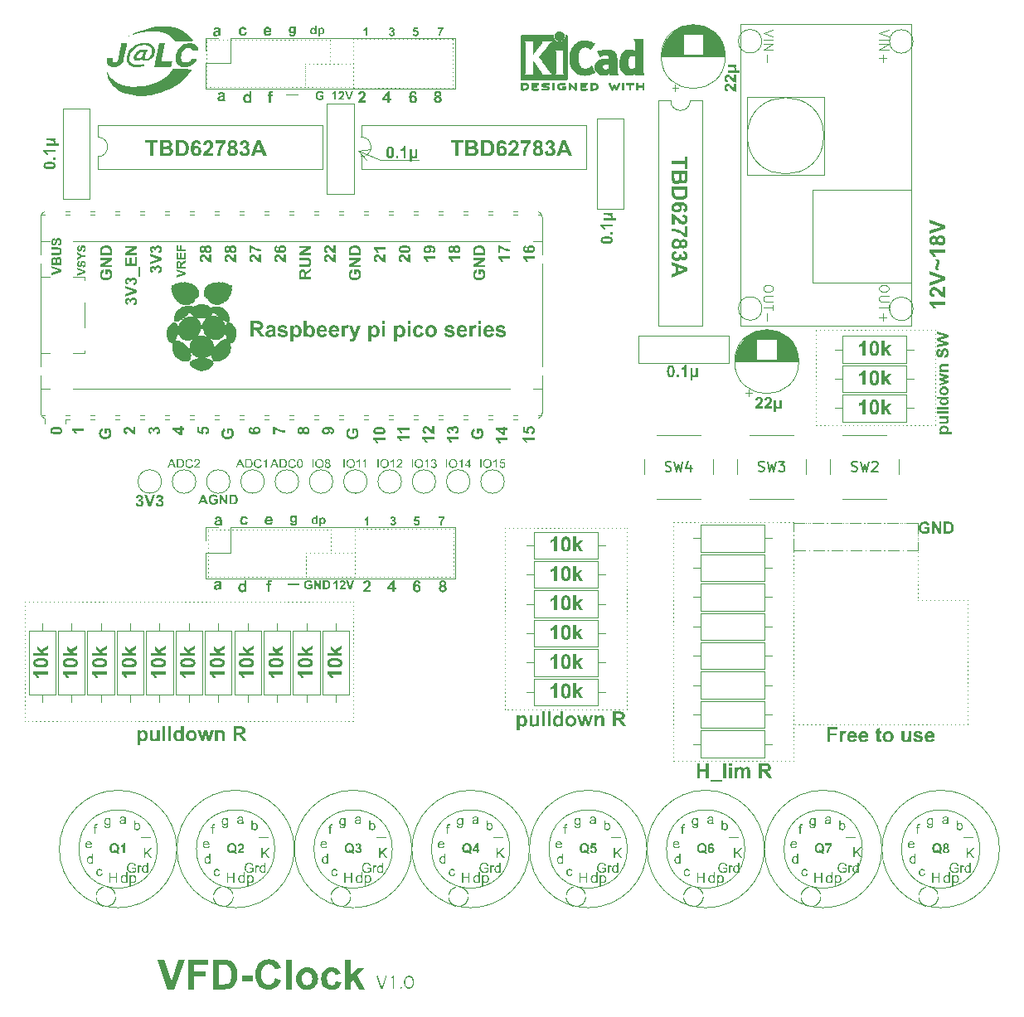
<source format=gbr>
%TF.GenerationSoftware,KiCad,Pcbnew,9.0.3*%
%TF.CreationDate,2025-09-07T22:44:02+09:00*%
%TF.ProjectId,VFD__,56464442-082e-46b6-9963-61645f706362,rev?*%
%TF.SameCoordinates,Original*%
%TF.FileFunction,Legend,Top*%
%TF.FilePolarity,Positive*%
%FSLAX46Y46*%
G04 Gerber Fmt 4.6, Leading zero omitted, Abs format (unit mm)*
G04 Created by KiCad (PCBNEW 9.0.3) date 2025-09-07 22:44:02*
%MOMM*%
%LPD*%
G01*
G04 APERTURE LIST*
%ADD10C,0.100000*%
%ADD11C,0.250000*%
%ADD12C,0.300000*%
%ADD13C,0.112500*%
%ADD14C,0.225000*%
%ADD15C,0.400000*%
%ADD16C,0.200000*%
%ADD17C,0.600000*%
%ADD18C,0.125000*%
%ADD19C,0.150000*%
%ADD20C,0.120000*%
%ADD21C,0.010000*%
%ADD22C,0.000000*%
G04 APERTURE END LIST*
D10*
X129790931Y-40693759D02*
X132080000Y-41656000D01*
X129790931Y-40693759D02*
X131056661Y-40589700D01*
X129790931Y-40693759D02*
X130602164Y-41670898D01*
X132080000Y-41656000D02*
X135927000Y-41656000D01*
D11*
G36*
X155306535Y-49447153D02*
G01*
X155424056Y-49463782D01*
X155518411Y-49488920D01*
X155593416Y-49521020D01*
X155652348Y-49559124D01*
X155705835Y-49612243D01*
X155743797Y-49674022D01*
X155767221Y-49746180D01*
X155775447Y-49831333D01*
X155766736Y-49916071D01*
X155741555Y-49990063D01*
X155700011Y-50055611D01*
X155640478Y-50114166D01*
X155587720Y-50147944D01*
X155517572Y-50176983D01*
X155425982Y-50200161D01*
X155308244Y-50215747D01*
X155159076Y-50221511D01*
X155014879Y-50215451D01*
X154897852Y-50198843D01*
X154803769Y-50173720D01*
X154728864Y-50141613D01*
X154669906Y-50103468D01*
X154616416Y-50050349D01*
X154578454Y-49988581D01*
X154555032Y-49916447D01*
X154546808Y-49831333D01*
X154739076Y-49831333D01*
X154745706Y-49870809D01*
X154765674Y-49905925D01*
X154799550Y-49933225D01*
X154861075Y-49956776D01*
X154965533Y-49973284D01*
X155161567Y-49980517D01*
X155356319Y-49973859D01*
X155451801Y-49959194D01*
X155503597Y-49941658D01*
X155536997Y-49923600D01*
X155557020Y-49905485D01*
X155576634Y-49870769D01*
X155583179Y-49831333D01*
X155576543Y-49791805D01*
X155556581Y-49756741D01*
X155522696Y-49729384D01*
X155461180Y-49705817D01*
X155357438Y-49689322D01*
X155161567Y-49682076D01*
X154966759Y-49688736D01*
X154871333Y-49703399D01*
X154800745Y-49729923D01*
X154765674Y-49757108D01*
X154745722Y-49791865D01*
X154739076Y-49831333D01*
X154546808Y-49831333D01*
X154555110Y-49746297D01*
X154578794Y-49674022D01*
X154617263Y-49611925D01*
X154671591Y-49558318D01*
X154729816Y-49520576D01*
X154804290Y-49488714D01*
X154898379Y-49463711D01*
X155016005Y-49447141D01*
X155161567Y-49441082D01*
X155306535Y-49447153D01*
G37*
G36*
X155752000Y-49238263D02*
G01*
X155522216Y-49238263D01*
X155522216Y-49007966D01*
X155752000Y-49007966D01*
X155752000Y-49238263D01*
G37*
G36*
X155752000Y-48231494D02*
G01*
X155752000Y-48461863D01*
X154886354Y-48461863D01*
X154958621Y-48550598D01*
X155017273Y-48649385D01*
X155062648Y-48759424D01*
X154851623Y-48759424D01*
X154827859Y-48701336D01*
X154791293Y-48636396D01*
X154739515Y-48563493D01*
X154679819Y-48498945D01*
X154615822Y-48451206D01*
X154546808Y-48418413D01*
X154546808Y-48231494D01*
X155752000Y-48231494D01*
G37*
G36*
X154879759Y-47840949D02*
G01*
X154879759Y-47610579D01*
X155280855Y-47610579D01*
X155386847Y-47607304D01*
X155456124Y-47599149D01*
X155514036Y-47579945D01*
X155558266Y-47547052D01*
X155580005Y-47518077D01*
X155592863Y-47486068D01*
X155597247Y-47449965D01*
X155592684Y-47412200D01*
X155579276Y-47378537D01*
X155556581Y-47347896D01*
X155511516Y-47312569D01*
X155457736Y-47292575D01*
X155392359Y-47283886D01*
X155283346Y-47280265D01*
X154879759Y-47280265D01*
X154879759Y-47049896D01*
X155752000Y-47049896D01*
X155752000Y-47262240D01*
X155653448Y-47262240D01*
X155709776Y-47299994D01*
X155746807Y-47341208D01*
X155768219Y-47386511D01*
X155775447Y-47437655D01*
X155767885Y-47492518D01*
X155746020Y-47538369D01*
X155709012Y-47577477D01*
X155653448Y-47610579D01*
X156084951Y-47610579D01*
X156084951Y-47840949D01*
X154879759Y-47840949D01*
G37*
D10*
X114300000Y-34226500D02*
X114300000Y-34206500D01*
X114300000Y-33806500D02*
X114300000Y-33786500D01*
X114300000Y-33386500D02*
X114300000Y-33366500D01*
X114300000Y-32966500D02*
X114300000Y-32946500D01*
X114300000Y-32546500D02*
X114300000Y-32526500D01*
X114300000Y-32126500D02*
X114300000Y-32106500D01*
X114300000Y-31706500D02*
X114300000Y-31686500D01*
X114300000Y-31286500D02*
X114300000Y-31266500D01*
X114300000Y-30866500D02*
X114300000Y-30846500D01*
X114300000Y-30446500D02*
X114300000Y-30426500D01*
X114300000Y-30026500D02*
X114300000Y-30006500D01*
X114300000Y-29606500D02*
X114300000Y-29586500D01*
X126873000Y-31813500D02*
X126853000Y-31813500D01*
X126453000Y-31813500D02*
X126433000Y-31813500D01*
X126033000Y-31813500D02*
X126013000Y-31813500D01*
X125613000Y-31813500D02*
X125593000Y-31813500D01*
X125193000Y-31813500D02*
X125173000Y-31813500D01*
X124773000Y-31813500D02*
X124753000Y-31813500D01*
X124353000Y-31813500D02*
X124333000Y-31813500D01*
X124460000Y-81788000D02*
X124460000Y-81808000D01*
X124460000Y-82208000D02*
X124460000Y-82228000D01*
X124460000Y-82628000D02*
X124460000Y-82648000D01*
X124460000Y-83048000D02*
X124460000Y-83068000D01*
X124460000Y-83468000D02*
X124460000Y-83488000D01*
X124460000Y-83888000D02*
X124460000Y-83908000D01*
X186944000Y-86614000D02*
X186964000Y-86614000D01*
X187364000Y-86614000D02*
X187384000Y-86614000D01*
X187784000Y-86614000D02*
X187804000Y-86614000D01*
X188204000Y-86614000D02*
X188224000Y-86614000D01*
X188624000Y-86614000D02*
X188644000Y-86614000D01*
X189044000Y-86614000D02*
X189064000Y-86614000D01*
X189464000Y-86614000D02*
X189484000Y-86614000D01*
X189884000Y-86614000D02*
X189904000Y-86614000D01*
X190304000Y-86614000D02*
X190324000Y-86614000D01*
X190724000Y-86614000D02*
X190744000Y-86614000D01*
X191144000Y-86614000D02*
X191164000Y-86614000D01*
X191564000Y-86614000D02*
X191584000Y-86614000D01*
X191984000Y-86614000D02*
X192004000Y-86614000D01*
X174250000Y-78740000D02*
X174270000Y-78740000D01*
X174670000Y-78740000D02*
X174690000Y-78740000D01*
X175090000Y-78740000D02*
X175110000Y-78740000D01*
X175510000Y-78740000D02*
X175530000Y-78740000D01*
X175930000Y-78740000D02*
X175950000Y-78740000D01*
X176350000Y-78740000D02*
X176370000Y-78740000D01*
X176770000Y-78740000D02*
X176790000Y-78740000D01*
X177190000Y-78740000D02*
X177210000Y-78740000D01*
X177610000Y-78740000D02*
X177630000Y-78740000D01*
X178030000Y-78740000D02*
X178050000Y-78740000D01*
X178450000Y-78740000D02*
X178470000Y-78740000D01*
X178870000Y-78740000D02*
X178890000Y-78740000D01*
X179290000Y-78740000D02*
X179310000Y-78740000D01*
X179710000Y-78740000D02*
X179730000Y-78740000D01*
X180130000Y-78740000D02*
X180150000Y-78740000D01*
X180550000Y-78740000D02*
X180570000Y-78740000D01*
X180970000Y-78740000D02*
X180990000Y-78740000D01*
X181390000Y-78740000D02*
X181410000Y-78740000D01*
X181810000Y-78740000D02*
X181830000Y-78740000D01*
X182230000Y-78740000D02*
X182250000Y-78740000D01*
X182650000Y-78740000D02*
X182670000Y-78740000D01*
X183070000Y-78740000D02*
X183090000Y-78740000D01*
X183490000Y-78740000D02*
X183510000Y-78740000D01*
X183910000Y-78740000D02*
X183930000Y-78740000D01*
X184330000Y-78740000D02*
X184350000Y-78740000D01*
X184750000Y-78740000D02*
X184770000Y-78740000D01*
X185170000Y-78740000D02*
X185190000Y-78740000D01*
X185590000Y-78740000D02*
X185610000Y-78740000D01*
X186010000Y-78740000D02*
X186030000Y-78740000D01*
X186430000Y-78740000D02*
X186450000Y-78740000D01*
X186850000Y-78740000D02*
X186870000Y-78740000D01*
X126873000Y-29400500D02*
X126873000Y-29420500D01*
X126873000Y-29820500D02*
X126873000Y-29840500D01*
X126873000Y-30240500D02*
X126873000Y-30260500D01*
X126873000Y-30660500D02*
X126873000Y-30680500D01*
X126873000Y-31080500D02*
X126873000Y-31100500D01*
X126873000Y-31500500D02*
X126873000Y-31520500D01*
X114300000Y-29400500D02*
X114320000Y-29400500D01*
X114720000Y-29400500D02*
X114740000Y-29400500D01*
X115140000Y-29400500D02*
X115160000Y-29400500D01*
X115560000Y-29400500D02*
X115580000Y-29400500D01*
X115980000Y-29400500D02*
X116000000Y-29400500D01*
X116400000Y-29400500D02*
X116420000Y-29400500D01*
X116820000Y-29400500D02*
X116840000Y-29400500D01*
X117240000Y-29400500D02*
X117260000Y-29400500D01*
X117660000Y-29400500D02*
X117680000Y-29400500D01*
X118080000Y-29400500D02*
X118100000Y-29400500D01*
X118500000Y-29400500D02*
X118520000Y-29400500D01*
X118920000Y-29400500D02*
X118940000Y-29400500D01*
X119340000Y-29400500D02*
X119360000Y-29400500D01*
X119760000Y-29400500D02*
X119780000Y-29400500D01*
X120180000Y-29400500D02*
X120200000Y-29400500D01*
X120600000Y-29400500D02*
X120620000Y-29400500D01*
X121020000Y-29400500D02*
X121040000Y-29400500D01*
X121440000Y-29400500D02*
X121460000Y-29400500D01*
X121860000Y-29400500D02*
X121880000Y-29400500D01*
X122280000Y-29400500D02*
X122300000Y-29400500D01*
X122700000Y-29400500D02*
X122720000Y-29400500D01*
X123120000Y-29400500D02*
X123140000Y-29400500D01*
X123540000Y-29400500D02*
X123560000Y-29400500D01*
X123960000Y-29400500D02*
X123980000Y-29400500D01*
X124380000Y-29400500D02*
X124400000Y-29400500D01*
X124800000Y-29400500D02*
X124820000Y-29400500D01*
X125220000Y-29400500D02*
X125240000Y-29400500D01*
X125640000Y-29400500D02*
X125660000Y-29400500D01*
X126060000Y-29400500D02*
X126080000Y-29400500D01*
X126480000Y-29400500D02*
X126500000Y-29400500D01*
X114427000Y-84201000D02*
X114427000Y-84181000D01*
X114427000Y-83781000D02*
X114427000Y-83761000D01*
X114427000Y-83361000D02*
X114427000Y-83341000D01*
X114427000Y-82941000D02*
X114427000Y-82921000D01*
X114427000Y-82521000D02*
X114427000Y-82501000D01*
X114427000Y-82101000D02*
X114427000Y-82081000D01*
X114427000Y-81681000D02*
X114427000Y-81661000D01*
X114427000Y-81261000D02*
X114427000Y-81241000D01*
X114427000Y-80841000D02*
X114427000Y-80821000D01*
X114427000Y-80421000D02*
X114427000Y-80401000D01*
X114427000Y-80001000D02*
X114427000Y-79981000D01*
X114427000Y-79581000D02*
X114427000Y-79561000D01*
X144753000Y-79248000D02*
X144773000Y-79248000D01*
X145173000Y-79248000D02*
X145193000Y-79248000D01*
X145593000Y-79248000D02*
X145613000Y-79248000D01*
X146013000Y-79248000D02*
X146033000Y-79248000D01*
X146433000Y-79248000D02*
X146453000Y-79248000D01*
X146853000Y-79248000D02*
X146873000Y-79248000D01*
X147273000Y-79248000D02*
X147293000Y-79248000D01*
X147693000Y-79248000D02*
X147713000Y-79248000D01*
X148113000Y-79248000D02*
X148133000Y-79248000D01*
X148533000Y-79248000D02*
X148553000Y-79248000D01*
X148953000Y-79248000D02*
X148973000Y-79248000D01*
X149373000Y-79248000D02*
X149393000Y-79248000D01*
X149793000Y-79248000D02*
X149813000Y-79248000D01*
X150213000Y-79248000D02*
X150233000Y-79248000D01*
X150633000Y-79248000D02*
X150653000Y-79248000D01*
X151053000Y-79248000D02*
X151073000Y-79248000D01*
X151473000Y-79248000D02*
X151493000Y-79248000D01*
X151893000Y-79248000D02*
X151913000Y-79248000D01*
X152313000Y-79248000D02*
X152333000Y-79248000D01*
X152733000Y-79248000D02*
X152753000Y-79248000D01*
X153153000Y-79248000D02*
X153173000Y-79248000D01*
X153573000Y-79248000D02*
X153593000Y-79248000D01*
X153993000Y-79248000D02*
X154013000Y-79248000D01*
X154413000Y-79248000D02*
X154433000Y-79248000D01*
X154833000Y-79248000D02*
X154853000Y-79248000D01*
X155253000Y-79248000D02*
X155273000Y-79248000D01*
X155673000Y-79248000D02*
X155693000Y-79248000D01*
X156093000Y-79248000D02*
X156113000Y-79248000D01*
X156513000Y-79248000D02*
X156533000Y-79248000D01*
X156933000Y-79248000D02*
X156953000Y-79248000D01*
X157253000Y-79248000D02*
X157253000Y-79268000D01*
X157253000Y-79668000D02*
X157253000Y-79688000D01*
X157253000Y-80088000D02*
X157253000Y-80108000D01*
X157253000Y-80508000D02*
X157253000Y-80528000D01*
X157253000Y-80928000D02*
X157253000Y-80948000D01*
X157253000Y-81348000D02*
X157253000Y-81368000D01*
X157253000Y-81768000D02*
X157253000Y-81788000D01*
X157253000Y-82188000D02*
X157253000Y-82208000D01*
X157253000Y-82608000D02*
X157253000Y-82628000D01*
X157253000Y-83028000D02*
X157253000Y-83048000D01*
X157253000Y-83448000D02*
X157253000Y-83468000D01*
X157253000Y-83868000D02*
X157253000Y-83888000D01*
X157253000Y-84288000D02*
X157253000Y-84308000D01*
X157253000Y-84708000D02*
X157253000Y-84728000D01*
X157253000Y-85128000D02*
X157253000Y-85148000D01*
X157253000Y-85548000D02*
X157253000Y-85568000D01*
X157253000Y-85968000D02*
X157253000Y-85988000D01*
X157253000Y-86388000D02*
X157253000Y-86408000D01*
X157253000Y-86808000D02*
X157253000Y-86828000D01*
X157253000Y-87228000D02*
X157253000Y-87248000D01*
X157253000Y-87648000D02*
X157253000Y-87668000D01*
X157253000Y-88068000D02*
X157253000Y-88088000D01*
X157253000Y-88488000D02*
X157253000Y-88508000D01*
X157253000Y-88908000D02*
X157253000Y-88928000D01*
X157253000Y-89328000D02*
X157253000Y-89348000D01*
X157253000Y-89748000D02*
X157253000Y-89768000D01*
X157253000Y-90168000D02*
X157253000Y-90188000D01*
X157253000Y-90588000D02*
X157253000Y-90608000D01*
X157253000Y-91008000D02*
X157253000Y-91028000D01*
X157253000Y-91428000D02*
X157253000Y-91448000D01*
X157253000Y-91848000D02*
X157253000Y-91868000D01*
X157253000Y-92268000D02*
X157253000Y-92288000D01*
X157253000Y-92688000D02*
X157253000Y-92708000D01*
X157253000Y-93108000D02*
X157253000Y-93128000D01*
X157253000Y-93528000D02*
X157253000Y-93548000D01*
X157253000Y-93948000D02*
X157253000Y-93968000D01*
X157253000Y-94368000D02*
X157253000Y-94388000D01*
X157253000Y-94788000D02*
X157253000Y-94808000D01*
X157253000Y-95208000D02*
X157253000Y-95228000D01*
X157253000Y-95628000D02*
X157253000Y-95648000D01*
X157253000Y-96048000D02*
X157253000Y-96068000D01*
X157253000Y-96468000D02*
X157253000Y-96488000D01*
X157253000Y-96888000D02*
X157253000Y-96908000D01*
X157253000Y-97308000D02*
X157253000Y-97328000D01*
X157253000Y-97728000D02*
X157253000Y-97748000D01*
X157253000Y-97748000D02*
X157233000Y-97748000D01*
X156833000Y-97748000D02*
X156813000Y-97748000D01*
X156413000Y-97748000D02*
X156393000Y-97748000D01*
X155993000Y-97748000D02*
X155973000Y-97748000D01*
X155573000Y-97748000D02*
X155553000Y-97748000D01*
X155153000Y-97748000D02*
X155133000Y-97748000D01*
X154733000Y-97748000D02*
X154713000Y-97748000D01*
X154313000Y-97748000D02*
X154293000Y-97748000D01*
X153893000Y-97748000D02*
X153873000Y-97748000D01*
X153473000Y-97748000D02*
X153453000Y-97748000D01*
X153053000Y-97748000D02*
X153033000Y-97748000D01*
X152633000Y-97748000D02*
X152613000Y-97748000D01*
X152213000Y-97748000D02*
X152193000Y-97748000D01*
X151793000Y-97748000D02*
X151773000Y-97748000D01*
X151373000Y-97748000D02*
X151353000Y-97748000D01*
X150953000Y-97748000D02*
X150933000Y-97748000D01*
X150533000Y-97748000D02*
X150513000Y-97748000D01*
X150113000Y-97748000D02*
X150093000Y-97748000D01*
X149693000Y-97748000D02*
X149673000Y-97748000D01*
X149273000Y-97748000D02*
X149253000Y-97748000D01*
X148853000Y-97748000D02*
X148833000Y-97748000D01*
X148433000Y-97748000D02*
X148413000Y-97748000D01*
X148013000Y-97748000D02*
X147993000Y-97748000D01*
X147593000Y-97748000D02*
X147573000Y-97748000D01*
X147173000Y-97748000D02*
X147153000Y-97748000D01*
X146753000Y-97748000D02*
X146733000Y-97748000D01*
X146333000Y-97748000D02*
X146313000Y-97748000D01*
X145913000Y-97748000D02*
X145893000Y-97748000D01*
X145493000Y-97748000D02*
X145473000Y-97748000D01*
X145073000Y-97748000D02*
X145053000Y-97748000D01*
X144753000Y-97748000D02*
X144753000Y-97728000D01*
X144753000Y-97328000D02*
X144753000Y-97308000D01*
X144753000Y-96908000D02*
X144753000Y-96888000D01*
X144753000Y-96488000D02*
X144753000Y-96468000D01*
X144753000Y-96068000D02*
X144753000Y-96048000D01*
X144753000Y-95648000D02*
X144753000Y-95628000D01*
X144753000Y-95228000D02*
X144753000Y-95208000D01*
X144753000Y-94808000D02*
X144753000Y-94788000D01*
X144753000Y-94388000D02*
X144753000Y-94368000D01*
X144753000Y-93968000D02*
X144753000Y-93948000D01*
X144753000Y-93548000D02*
X144753000Y-93528000D01*
X144753000Y-93128000D02*
X144753000Y-93108000D01*
X144753000Y-92708000D02*
X144753000Y-92688000D01*
X144753000Y-92288000D02*
X144753000Y-92268000D01*
X144753000Y-91868000D02*
X144753000Y-91848000D01*
X144753000Y-91448000D02*
X144753000Y-91428000D01*
X144753000Y-91028000D02*
X144753000Y-91008000D01*
X144753000Y-90608000D02*
X144753000Y-90588000D01*
X144753000Y-90188000D02*
X144753000Y-90168000D01*
X144753000Y-89768000D02*
X144753000Y-89748000D01*
X144753000Y-89348000D02*
X144753000Y-89328000D01*
X144753000Y-88928000D02*
X144753000Y-88908000D01*
X144753000Y-88508000D02*
X144753000Y-88488000D01*
X144753000Y-88088000D02*
X144753000Y-88068000D01*
X144753000Y-87668000D02*
X144753000Y-87648000D01*
X144753000Y-87248000D02*
X144753000Y-87228000D01*
X144753000Y-86828000D02*
X144753000Y-86808000D01*
X144753000Y-86408000D02*
X144753000Y-86388000D01*
X144753000Y-85988000D02*
X144753000Y-85968000D01*
X144753000Y-85568000D02*
X144753000Y-85548000D01*
X144753000Y-85148000D02*
X144753000Y-85128000D01*
X144753000Y-84728000D02*
X144753000Y-84708000D01*
X144753000Y-84308000D02*
X144753000Y-84288000D01*
X144753000Y-83888000D02*
X144753000Y-83868000D01*
X144753000Y-83468000D02*
X144753000Y-83448000D01*
X144753000Y-83048000D02*
X144753000Y-83028000D01*
X144753000Y-82628000D02*
X144753000Y-82608000D01*
X144753000Y-82208000D02*
X144753000Y-82188000D01*
X144753000Y-81788000D02*
X144753000Y-81768000D01*
X144753000Y-81368000D02*
X144753000Y-81348000D01*
X144753000Y-80948000D02*
X144753000Y-80928000D01*
X144753000Y-80528000D02*
X144753000Y-80508000D01*
X144753000Y-80108000D02*
X144753000Y-80088000D01*
X144753000Y-79688000D02*
X144753000Y-79668000D01*
X144753000Y-79268000D02*
X144753000Y-79248000D01*
X124460000Y-84201000D02*
X124440000Y-84201000D01*
X124040000Y-84201000D02*
X124020000Y-84201000D01*
X123620000Y-84201000D02*
X123600000Y-84201000D01*
X123200000Y-84201000D02*
X123180000Y-84201000D01*
X122780000Y-84201000D02*
X122760000Y-84201000D01*
X122360000Y-84201000D02*
X122340000Y-84201000D01*
X121940000Y-84201000D02*
X121920000Y-84201000D01*
X121520000Y-84201000D02*
X121500000Y-84201000D01*
X121100000Y-84201000D02*
X121080000Y-84201000D01*
X120680000Y-84201000D02*
X120660000Y-84201000D01*
X120260000Y-84201000D02*
X120240000Y-84201000D01*
X119840000Y-84201000D02*
X119820000Y-84201000D01*
X119420000Y-84201000D02*
X119400000Y-84201000D01*
X119000000Y-84201000D02*
X118980000Y-84201000D01*
X118580000Y-84201000D02*
X118560000Y-84201000D01*
X118160000Y-84201000D02*
X118140000Y-84201000D01*
X117740000Y-84201000D02*
X117720000Y-84201000D01*
X117320000Y-84201000D02*
X117300000Y-84201000D01*
X116900000Y-84201000D02*
X116880000Y-84201000D01*
X116480000Y-84201000D02*
X116460000Y-84201000D01*
X116060000Y-84201000D02*
X116040000Y-84201000D01*
X115640000Y-84201000D02*
X115620000Y-84201000D01*
X115220000Y-84201000D02*
X115200000Y-84201000D01*
X114800000Y-84201000D02*
X114780000Y-84201000D01*
X127000000Y-79375000D02*
X127000000Y-79395000D01*
X127000000Y-79795000D02*
X127000000Y-79815000D01*
X127000000Y-80215000D02*
X127000000Y-80235000D01*
X127000000Y-80635000D02*
X127000000Y-80655000D01*
X127000000Y-81055000D02*
X127000000Y-81075000D01*
X127000000Y-81475000D02*
X127000000Y-81495000D01*
X174244000Y-78740000D02*
X175344000Y-78740000D01*
X175744000Y-78740000D02*
X175764000Y-78740000D01*
X176164000Y-78740000D02*
X177264000Y-78740000D01*
X177664000Y-78740000D02*
X177684000Y-78740000D01*
X178084000Y-78740000D02*
X179184000Y-78740000D01*
X179584000Y-78740000D02*
X179604000Y-78740000D01*
X180004000Y-78740000D02*
X181104000Y-78740000D01*
X181504000Y-78740000D02*
X181524000Y-78740000D01*
X181924000Y-78740000D02*
X183024000Y-78740000D01*
X183424000Y-78740000D02*
X183444000Y-78740000D01*
X183844000Y-78740000D02*
X184944000Y-78740000D01*
X185344000Y-78740000D02*
X185364000Y-78740000D01*
X185764000Y-78740000D02*
X186864000Y-78740000D01*
X186944000Y-78740000D02*
X186944000Y-79840000D01*
X186944000Y-80240000D02*
X186944000Y-80260000D01*
X186944000Y-80660000D02*
X186944000Y-81534000D01*
X186944000Y-81534000D02*
X185844000Y-81534000D01*
X185444000Y-81534000D02*
X185424000Y-81534000D01*
X185024000Y-81534000D02*
X183924000Y-81534000D01*
X183524000Y-81534000D02*
X183504000Y-81534000D01*
X183104000Y-81534000D02*
X182004000Y-81534000D01*
X181604000Y-81534000D02*
X181584000Y-81534000D01*
X181184000Y-81534000D02*
X180084000Y-81534000D01*
X179684000Y-81534000D02*
X179664000Y-81534000D01*
X179264000Y-81534000D02*
X178164000Y-81534000D01*
X177764000Y-81534000D02*
X177744000Y-81534000D01*
X177344000Y-81534000D02*
X176244000Y-81534000D01*
X175844000Y-81534000D02*
X175824000Y-81534000D01*
X175424000Y-81534000D02*
X174324000Y-81534000D01*
X174244000Y-81534000D02*
X174244000Y-80434000D01*
X174244000Y-80034000D02*
X174244000Y-80014000D01*
X174244000Y-79614000D02*
X174244000Y-78740000D01*
X162000000Y-78680000D02*
X162020000Y-78680000D01*
X162420000Y-78680000D02*
X162440000Y-78680000D01*
X162840000Y-78680000D02*
X162860000Y-78680000D01*
X163260000Y-78680000D02*
X163280000Y-78680000D01*
X163680000Y-78680000D02*
X163700000Y-78680000D01*
X164100000Y-78680000D02*
X164120000Y-78680000D01*
X164520000Y-78680000D02*
X164540000Y-78680000D01*
X164940000Y-78680000D02*
X164960000Y-78680000D01*
X165360000Y-78680000D02*
X165380000Y-78680000D01*
X165780000Y-78680000D02*
X165800000Y-78680000D01*
X166200000Y-78680000D02*
X166220000Y-78680000D01*
X166620000Y-78680000D02*
X166640000Y-78680000D01*
X167040000Y-78680000D02*
X167060000Y-78680000D01*
X167460000Y-78680000D02*
X167480000Y-78680000D01*
X167880000Y-78680000D02*
X167900000Y-78680000D01*
X168300000Y-78680000D02*
X168320000Y-78680000D01*
X168720000Y-78680000D02*
X168740000Y-78680000D01*
X169140000Y-78680000D02*
X169160000Y-78680000D01*
X169560000Y-78680000D02*
X169580000Y-78680000D01*
X169980000Y-78680000D02*
X170000000Y-78680000D01*
X170400000Y-78680000D02*
X170420000Y-78680000D01*
X170820000Y-78680000D02*
X170840000Y-78680000D01*
X171240000Y-78680000D02*
X171260000Y-78680000D01*
X171660000Y-78680000D02*
X171680000Y-78680000D01*
X172080000Y-78680000D02*
X172100000Y-78680000D01*
X172500000Y-78680000D02*
X172520000Y-78680000D01*
X172920000Y-78680000D02*
X172940000Y-78680000D01*
X173340000Y-78680000D02*
X173360000Y-78680000D01*
X173760000Y-78680000D02*
X173780000Y-78680000D01*
X174180000Y-78680000D02*
X174200000Y-78680000D01*
X174250000Y-78680000D02*
X174250000Y-78700000D01*
X174250000Y-79100000D02*
X174250000Y-79120000D01*
X174250000Y-79520000D02*
X174250000Y-79540000D01*
X174250000Y-79940000D02*
X174250000Y-79960000D01*
X174250000Y-80360000D02*
X174250000Y-80380000D01*
X174250000Y-80780000D02*
X174250000Y-80800000D01*
X174250000Y-81200000D02*
X174250000Y-81220000D01*
X174250000Y-81620000D02*
X174250000Y-81640000D01*
X174250000Y-82040000D02*
X174250000Y-82060000D01*
X174250000Y-82460000D02*
X174250000Y-82480000D01*
X174250000Y-82880000D02*
X174250000Y-82900000D01*
X174250000Y-83300000D02*
X174250000Y-83320000D01*
X174250000Y-83720000D02*
X174250000Y-83740000D01*
X174250000Y-84140000D02*
X174250000Y-84160000D01*
X174250000Y-84560000D02*
X174250000Y-84580000D01*
X174250000Y-84980000D02*
X174250000Y-85000000D01*
X174250000Y-85400000D02*
X174250000Y-85420000D01*
X174250000Y-85820000D02*
X174250000Y-85840000D01*
X174250000Y-86240000D02*
X174250000Y-86260000D01*
X174250000Y-86660000D02*
X174250000Y-86680000D01*
X174250000Y-87080000D02*
X174250000Y-87100000D01*
X174250000Y-87500000D02*
X174250000Y-87520000D01*
X174250000Y-87920000D02*
X174250000Y-87940000D01*
X174250000Y-88340000D02*
X174250000Y-88360000D01*
X174250000Y-88760000D02*
X174250000Y-88780000D01*
X174250000Y-89180000D02*
X174250000Y-89200000D01*
X174250000Y-89600000D02*
X174250000Y-89620000D01*
X174250000Y-90020000D02*
X174250000Y-90040000D01*
X174250000Y-90440000D02*
X174250000Y-90460000D01*
X174250000Y-90860000D02*
X174250000Y-90880000D01*
X174250000Y-91280000D02*
X174250000Y-91300000D01*
X174250000Y-91700000D02*
X174250000Y-91720000D01*
X174250000Y-92120000D02*
X174250000Y-92140000D01*
X174250000Y-92540000D02*
X174250000Y-92560000D01*
X174250000Y-92960000D02*
X174250000Y-92980000D01*
X174250000Y-93380000D02*
X174250000Y-93400000D01*
X174250000Y-93800000D02*
X174250000Y-93820000D01*
X174250000Y-94220000D02*
X174250000Y-94240000D01*
X174250000Y-94640000D02*
X174250000Y-94660000D01*
X174250000Y-95060000D02*
X174250000Y-95080000D01*
X174250000Y-95480000D02*
X174250000Y-95500000D01*
X174250000Y-95900000D02*
X174250000Y-95920000D01*
X174250000Y-96320000D02*
X174250000Y-96340000D01*
X174250000Y-96740000D02*
X174250000Y-96760000D01*
X174250000Y-97160000D02*
X174250000Y-97180000D01*
X174250000Y-97580000D02*
X174250000Y-97600000D01*
X174250000Y-98000000D02*
X174250000Y-98020000D01*
X174250000Y-98420000D02*
X174250000Y-98440000D01*
X174250000Y-98840000D02*
X174250000Y-98860000D01*
X174250000Y-99260000D02*
X174250000Y-99280000D01*
X174250000Y-99680000D02*
X174250000Y-99700000D01*
X174250000Y-100100000D02*
X174250000Y-100120000D01*
X174250000Y-100520000D02*
X174250000Y-100540000D01*
X174250000Y-100940000D02*
X174250000Y-100960000D01*
X174250000Y-101360000D02*
X174250000Y-101380000D01*
X174250000Y-101780000D02*
X174250000Y-101800000D01*
X174250000Y-102200000D02*
X174250000Y-102220000D01*
X174250000Y-102620000D02*
X174250000Y-102640000D01*
X174250000Y-103040000D02*
X174250000Y-103049000D01*
X174250000Y-103049000D02*
X174230000Y-103049000D01*
X173830000Y-103049000D02*
X173810000Y-103049000D01*
X173410000Y-103049000D02*
X173390000Y-103049000D01*
X172990000Y-103049000D02*
X172970000Y-103049000D01*
X172570000Y-103049000D02*
X172550000Y-103049000D01*
X172150000Y-103049000D02*
X172130000Y-103049000D01*
X171730000Y-103049000D02*
X171710000Y-103049000D01*
X171310000Y-103049000D02*
X171290000Y-103049000D01*
X170890000Y-103049000D02*
X170870000Y-103049000D01*
X170470000Y-103049000D02*
X170450000Y-103049000D01*
X170050000Y-103049000D02*
X170030000Y-103049000D01*
X169630000Y-103049000D02*
X169610000Y-103049000D01*
X169210000Y-103049000D02*
X169190000Y-103049000D01*
X168790000Y-103049000D02*
X168770000Y-103049000D01*
X168370000Y-103049000D02*
X168350000Y-103049000D01*
X167950000Y-103049000D02*
X167930000Y-103049000D01*
X167530000Y-103049000D02*
X167510000Y-103049000D01*
X167110000Y-103049000D02*
X167090000Y-103049000D01*
X166690000Y-103049000D02*
X166670000Y-103049000D01*
X166270000Y-103049000D02*
X166250000Y-103049000D01*
X165850000Y-103049000D02*
X165830000Y-103049000D01*
X165430000Y-103049000D02*
X165410000Y-103049000D01*
X165010000Y-103049000D02*
X164990000Y-103049000D01*
X164590000Y-103049000D02*
X164570000Y-103049000D01*
X164170000Y-103049000D02*
X164150000Y-103049000D01*
X163750000Y-103049000D02*
X163730000Y-103049000D01*
X163330000Y-103049000D02*
X163310000Y-103049000D01*
X162910000Y-103049000D02*
X162890000Y-103049000D01*
X162490000Y-103049000D02*
X162470000Y-103049000D01*
X162070000Y-103049000D02*
X162050000Y-103049000D01*
X162000000Y-103049000D02*
X162000000Y-103029000D01*
X162000000Y-102629000D02*
X162000000Y-102609000D01*
X162000000Y-102209000D02*
X162000000Y-102189000D01*
X162000000Y-101789000D02*
X162000000Y-101769000D01*
X162000000Y-101369000D02*
X162000000Y-101349000D01*
X162000000Y-100949000D02*
X162000000Y-100929000D01*
X162000000Y-100529000D02*
X162000000Y-100509000D01*
X162000000Y-100109000D02*
X162000000Y-100089000D01*
X162000000Y-99689000D02*
X162000000Y-99669000D01*
X162000000Y-99269000D02*
X162000000Y-99249000D01*
X162000000Y-98849000D02*
X162000000Y-98829000D01*
X162000000Y-98429000D02*
X162000000Y-98409000D01*
X162000000Y-98009000D02*
X162000000Y-97989000D01*
X162000000Y-97589000D02*
X162000000Y-97569000D01*
X162000000Y-97169000D02*
X162000000Y-97149000D01*
X162000000Y-96749000D02*
X162000000Y-96729000D01*
X162000000Y-96329000D02*
X162000000Y-96309000D01*
X162000000Y-95909000D02*
X162000000Y-95889000D01*
X162000000Y-95489000D02*
X162000000Y-95469000D01*
X162000000Y-95069000D02*
X162000000Y-95049000D01*
X162000000Y-94649000D02*
X162000000Y-94629000D01*
X162000000Y-94229000D02*
X162000000Y-94209000D01*
X162000000Y-93809000D02*
X162000000Y-93789000D01*
X162000000Y-93389000D02*
X162000000Y-93369000D01*
X162000000Y-92969000D02*
X162000000Y-92949000D01*
X162000000Y-92549000D02*
X162000000Y-92529000D01*
X162000000Y-92129000D02*
X162000000Y-92109000D01*
X162000000Y-91709000D02*
X162000000Y-91689000D01*
X162000000Y-91289000D02*
X162000000Y-91269000D01*
X162000000Y-90869000D02*
X162000000Y-90849000D01*
X162000000Y-90449000D02*
X162000000Y-90429000D01*
X162000000Y-90029000D02*
X162000000Y-90009000D01*
X162000000Y-89609000D02*
X162000000Y-89589000D01*
X162000000Y-89189000D02*
X162000000Y-89169000D01*
X162000000Y-88769000D02*
X162000000Y-88749000D01*
X162000000Y-88349000D02*
X162000000Y-88329000D01*
X162000000Y-87929000D02*
X162000000Y-87909000D01*
X162000000Y-87509000D02*
X162000000Y-87489000D01*
X162000000Y-87089000D02*
X162000000Y-87069000D01*
X162000000Y-86669000D02*
X162000000Y-86649000D01*
X162000000Y-86249000D02*
X162000000Y-86229000D01*
X162000000Y-85829000D02*
X162000000Y-85809000D01*
X162000000Y-85409000D02*
X162000000Y-85389000D01*
X162000000Y-84989000D02*
X162000000Y-84969000D01*
X162000000Y-84569000D02*
X162000000Y-84549000D01*
X162000000Y-84149000D02*
X162000000Y-84129000D01*
X162000000Y-83729000D02*
X162000000Y-83709000D01*
X162000000Y-83309000D02*
X162000000Y-83289000D01*
X162000000Y-82889000D02*
X162000000Y-82869000D01*
X162000000Y-82469000D02*
X162000000Y-82449000D01*
X162000000Y-82049000D02*
X162000000Y-82029000D01*
X162000000Y-81629000D02*
X162000000Y-81609000D01*
X162000000Y-81209000D02*
X162000000Y-81189000D01*
X162000000Y-80789000D02*
X162000000Y-80769000D01*
X162000000Y-80369000D02*
X162000000Y-80349000D01*
X162000000Y-79949000D02*
X162000000Y-79929000D01*
X162000000Y-79529000D02*
X162000000Y-79509000D01*
X162000000Y-79109000D02*
X162000000Y-79089000D01*
X162000000Y-78689000D02*
X162000000Y-78680000D01*
X186944000Y-78740000D02*
X186944000Y-78760000D01*
X186944000Y-79160000D02*
X186944000Y-79180000D01*
X186944000Y-79580000D02*
X186944000Y-79600000D01*
X186944000Y-80000000D02*
X186944000Y-80020000D01*
X186944000Y-80420000D02*
X186944000Y-80440000D01*
X186944000Y-80840000D02*
X186944000Y-80860000D01*
X186944000Y-81260000D02*
X186944000Y-81280000D01*
X186944000Y-81680000D02*
X186944000Y-81700000D01*
X186944000Y-82100000D02*
X186944000Y-82120000D01*
X186944000Y-82520000D02*
X186944000Y-82540000D01*
X186944000Y-82940000D02*
X186944000Y-82960000D01*
X186944000Y-83360000D02*
X186944000Y-83380000D01*
X186944000Y-83780000D02*
X186944000Y-83800000D01*
X186944000Y-84200000D02*
X186944000Y-84220000D01*
X186944000Y-84620000D02*
X186944000Y-84640000D01*
X186944000Y-85040000D02*
X186944000Y-85060000D01*
X186944000Y-85460000D02*
X186944000Y-85480000D01*
X186944000Y-85880000D02*
X186944000Y-85900000D01*
X186944000Y-86300000D02*
X186944000Y-86320000D01*
X129286000Y-29322500D02*
X129306000Y-29322500D01*
X129706000Y-29322500D02*
X129726000Y-29322500D01*
X130126000Y-29322500D02*
X130146000Y-29322500D01*
X130546000Y-29322500D02*
X130566000Y-29322500D01*
X130966000Y-29322500D02*
X130986000Y-29322500D01*
X131386000Y-29322500D02*
X131406000Y-29322500D01*
X131806000Y-29322500D02*
X131826000Y-29322500D01*
X132226000Y-29322500D02*
X132246000Y-29322500D01*
X132646000Y-29322500D02*
X132666000Y-29322500D01*
X133066000Y-29322500D02*
X133086000Y-29322500D01*
X133486000Y-29322500D02*
X133506000Y-29322500D01*
X133906000Y-29322500D02*
X133926000Y-29322500D01*
X134326000Y-29322500D02*
X134346000Y-29322500D01*
X134746000Y-29322500D02*
X134766000Y-29322500D01*
X135166000Y-29322500D02*
X135186000Y-29322500D01*
X135586000Y-29322500D02*
X135606000Y-29322500D01*
X136006000Y-29322500D02*
X136026000Y-29322500D01*
X136426000Y-29322500D02*
X136446000Y-29322500D01*
X136846000Y-29322500D02*
X136866000Y-29322500D01*
X137266000Y-29322500D02*
X137286000Y-29322500D01*
X137686000Y-29322500D02*
X137706000Y-29322500D01*
X138106000Y-29322500D02*
X138126000Y-29322500D01*
X138526000Y-29322500D02*
X138546000Y-29322500D01*
X138946000Y-29322500D02*
X138966000Y-29322500D01*
X139366000Y-29322500D02*
X139386000Y-29322500D01*
X139436000Y-29322500D02*
X139436000Y-29342500D01*
X139436000Y-29742500D02*
X139436000Y-29762500D01*
X139436000Y-30162500D02*
X139436000Y-30182500D01*
X139436000Y-30582500D02*
X139436000Y-30602500D01*
X139436000Y-31002500D02*
X139436000Y-31022500D01*
X139436000Y-31422500D02*
X139436000Y-31442500D01*
X139436000Y-31842500D02*
X139436000Y-31862500D01*
X139436000Y-32262500D02*
X139436000Y-32282500D01*
X139436000Y-32682500D02*
X139436000Y-32702500D01*
X139436000Y-33102500D02*
X139436000Y-33122500D01*
X139436000Y-33522500D02*
X139436000Y-33542500D01*
X139436000Y-33942500D02*
X139436000Y-33962500D01*
X139436000Y-34268500D02*
X139416000Y-34268500D01*
X139016000Y-34268500D02*
X138996000Y-34268500D01*
X138596000Y-34268500D02*
X138576000Y-34268500D01*
X138176000Y-34268500D02*
X138156000Y-34268500D01*
X137756000Y-34268500D02*
X137736000Y-34268500D01*
X137336000Y-34268500D02*
X137316000Y-34268500D01*
X136916000Y-34268500D02*
X136896000Y-34268500D01*
X136496000Y-34268500D02*
X136476000Y-34268500D01*
X136076000Y-34268500D02*
X136056000Y-34268500D01*
X135656000Y-34268500D02*
X135636000Y-34268500D01*
X135236000Y-34268500D02*
X135216000Y-34268500D01*
X134816000Y-34268500D02*
X134796000Y-34268500D01*
X134396000Y-34268500D02*
X134376000Y-34268500D01*
X133976000Y-34268500D02*
X133956000Y-34268500D01*
X133556000Y-34268500D02*
X133536000Y-34268500D01*
X133136000Y-34268500D02*
X133116000Y-34268500D01*
X132716000Y-34268500D02*
X132696000Y-34268500D01*
X132296000Y-34268500D02*
X132276000Y-34268500D01*
X131876000Y-34268500D02*
X131856000Y-34268500D01*
X131456000Y-34268500D02*
X131436000Y-34268500D01*
X131036000Y-34268500D02*
X131016000Y-34268500D01*
X130616000Y-34268500D02*
X130596000Y-34268500D01*
X130196000Y-34268500D02*
X130176000Y-34268500D01*
X129776000Y-34268500D02*
X129756000Y-34268500D01*
X129356000Y-34268500D02*
X129336000Y-34268500D01*
X129286000Y-34268500D02*
X129286000Y-34248500D01*
X129286000Y-33848500D02*
X129286000Y-33828500D01*
X129286000Y-33428500D02*
X129286000Y-33408500D01*
X129286000Y-33008500D02*
X129286000Y-32988500D01*
X129286000Y-32588500D02*
X129286000Y-32568500D01*
X129286000Y-32168500D02*
X129286000Y-32148500D01*
X129286000Y-31748500D02*
X129286000Y-31728500D01*
X129286000Y-31328500D02*
X129286000Y-31308500D01*
X129286000Y-30908500D02*
X129286000Y-30888500D01*
X129286000Y-30488500D02*
X129286000Y-30468500D01*
X129286000Y-30068500D02*
X129286000Y-30048500D01*
X129286000Y-29648500D02*
X129286000Y-29628500D01*
X174244000Y-99314000D02*
X174244006Y-99294000D01*
X174244122Y-98894000D02*
X174244128Y-98874000D01*
X174244245Y-98474000D02*
X174244251Y-98454000D01*
X174244367Y-98054000D02*
X174244373Y-98034000D01*
X174244490Y-97634000D02*
X174244496Y-97614000D01*
X174244612Y-97214000D02*
X174244618Y-97194000D01*
X174244735Y-96794000D02*
X174244741Y-96774000D01*
X174244857Y-96374000D02*
X174244863Y-96354000D01*
X174244980Y-95954000D02*
X174244986Y-95934000D01*
X174245102Y-95534000D02*
X174245108Y-95514000D01*
X174245225Y-95114000D02*
X174245231Y-95094000D01*
X174245347Y-94694000D02*
X174245353Y-94674000D01*
X174245470Y-94274000D02*
X174245476Y-94254000D01*
X174245592Y-93854000D02*
X174245598Y-93834000D01*
X174245715Y-93434000D02*
X174245721Y-93414000D01*
X174245837Y-93014000D02*
X174245843Y-92994000D01*
X174245960Y-92594000D02*
X174245966Y-92574000D01*
X174246082Y-92174000D02*
X174246088Y-92154000D01*
X174246205Y-91754000D02*
X174246211Y-91734000D01*
X174246327Y-91334000D02*
X174246333Y-91314000D01*
X174246450Y-90914000D02*
X174246456Y-90894000D01*
X174246572Y-90494000D02*
X174246578Y-90474000D01*
X174246695Y-90074000D02*
X174246700Y-90054000D01*
X174246817Y-89654000D02*
X174246823Y-89634000D01*
X174246940Y-89234000D02*
X174246945Y-89214000D01*
X174247062Y-88814000D02*
X174247068Y-88794000D01*
X174247185Y-88394000D02*
X174247190Y-88374000D01*
X174247307Y-87974000D02*
X174247313Y-87954000D01*
X174247430Y-87554001D02*
X174247435Y-87534001D01*
X174247552Y-87134001D02*
X174247558Y-87114001D01*
X174247675Y-86714001D02*
X174247680Y-86694001D01*
X174247797Y-86294001D02*
X174247803Y-86274001D01*
X174247920Y-85874001D02*
X174247925Y-85854001D01*
X174248042Y-85454001D02*
X174248048Y-85434001D01*
X174248164Y-85034001D02*
X174248170Y-85014001D01*
X174248287Y-84614001D02*
X174248293Y-84594001D01*
X174248409Y-84194001D02*
X174248415Y-84174001D01*
X174248532Y-83774001D02*
X174248538Y-83754001D01*
X174248654Y-83354001D02*
X174248660Y-83334001D01*
X174248777Y-82934001D02*
X174248783Y-82914001D01*
X174248899Y-82514001D02*
X174248905Y-82494001D01*
X174249022Y-82094001D02*
X174249028Y-82074001D01*
X174249144Y-81674001D02*
X174249150Y-81654001D01*
X174249267Y-81254001D02*
X174249273Y-81234001D01*
X174249389Y-80834001D02*
X174249395Y-80814001D01*
X174249512Y-80414001D02*
X174249518Y-80394001D01*
X174249634Y-79994001D02*
X174249640Y-79974001D01*
X174249757Y-79574001D02*
X174249763Y-79554001D01*
X174249879Y-79154001D02*
X174249885Y-79134001D01*
X192024000Y-99314000D02*
X192004000Y-99314000D01*
X191604000Y-99314000D02*
X191584000Y-99314000D01*
X191184000Y-99314000D02*
X191164000Y-99314000D01*
X190764000Y-99314000D02*
X190744000Y-99314000D01*
X190344000Y-99314000D02*
X190324000Y-99314000D01*
X189924000Y-99314000D02*
X189904000Y-99314000D01*
X189504000Y-99314000D02*
X189484000Y-99314000D01*
X189084000Y-99314000D02*
X189064000Y-99314000D01*
X188664000Y-99314000D02*
X188644000Y-99314000D01*
X188244000Y-99314000D02*
X188224000Y-99314000D01*
X187824000Y-99314000D02*
X187804000Y-99314000D01*
X187404000Y-99314000D02*
X187384000Y-99314000D01*
X186984000Y-99314000D02*
X186964000Y-99314000D01*
X186564000Y-99314000D02*
X186544000Y-99314000D01*
X186144000Y-99314000D02*
X186124000Y-99314000D01*
X185724000Y-99314000D02*
X185704000Y-99314000D01*
X185304000Y-99314000D02*
X185284000Y-99314000D01*
X184884000Y-99314000D02*
X184864000Y-99314000D01*
X184464000Y-99314000D02*
X184444000Y-99314000D01*
X184044000Y-99314000D02*
X184024000Y-99314000D01*
X183624000Y-99314000D02*
X183604000Y-99314000D01*
X183204000Y-99314000D02*
X183184000Y-99314000D01*
X182784000Y-99314000D02*
X182764000Y-99314000D01*
X182364000Y-99314000D02*
X182344000Y-99314000D01*
X181944000Y-99314000D02*
X181924000Y-99314000D01*
X181524000Y-99314000D02*
X181504000Y-99314000D01*
X181104000Y-99314000D02*
X181084000Y-99314000D01*
X180684000Y-99314000D02*
X180664000Y-99314000D01*
X180264000Y-99314000D02*
X180244000Y-99314000D01*
X179844000Y-99314000D02*
X179824000Y-99314000D01*
X179424000Y-99314000D02*
X179404000Y-99314000D01*
X179004000Y-99314000D02*
X178984000Y-99314000D01*
X178584000Y-99314000D02*
X178564000Y-99314000D01*
X178164000Y-99314000D02*
X178144000Y-99314000D01*
X177744000Y-99314000D02*
X177724000Y-99314000D01*
X177324000Y-99314000D02*
X177304000Y-99314000D01*
X176904000Y-99314000D02*
X176884000Y-99314000D01*
X176484000Y-99314000D02*
X176464000Y-99314000D01*
X176064000Y-99314000D02*
X176044000Y-99314000D01*
X175644000Y-99314000D02*
X175624000Y-99314000D01*
X175224000Y-99314000D02*
X175204000Y-99314000D01*
X174804000Y-99314000D02*
X174784000Y-99314000D01*
X174384000Y-99314000D02*
X174364000Y-99314000D01*
X124333000Y-31813500D02*
X124333000Y-31833500D01*
X124333000Y-32233500D02*
X124333000Y-32253500D01*
X124333000Y-32653500D02*
X124333000Y-32673500D01*
X124333000Y-33073500D02*
X124333000Y-33093500D01*
X124333000Y-33493500D02*
X124333000Y-33513500D01*
X124333000Y-33913500D02*
X124333000Y-33933500D01*
X129413000Y-79297000D02*
X129433000Y-79297000D01*
X129833000Y-79297000D02*
X129853000Y-79297000D01*
X130253000Y-79297000D02*
X130273000Y-79297000D01*
X130673000Y-79297000D02*
X130693000Y-79297000D01*
X131093000Y-79297000D02*
X131113000Y-79297000D01*
X131513000Y-79297000D02*
X131533000Y-79297000D01*
X131933000Y-79297000D02*
X131953000Y-79297000D01*
X132353000Y-79297000D02*
X132373000Y-79297000D01*
X132773000Y-79297000D02*
X132793000Y-79297000D01*
X133193000Y-79297000D02*
X133213000Y-79297000D01*
X133613000Y-79297000D02*
X133633000Y-79297000D01*
X134033000Y-79297000D02*
X134053000Y-79297000D01*
X134453000Y-79297000D02*
X134473000Y-79297000D01*
X134873000Y-79297000D02*
X134893000Y-79297000D01*
X135293000Y-79297000D02*
X135313000Y-79297000D01*
X135713000Y-79297000D02*
X135733000Y-79297000D01*
X136133000Y-79297000D02*
X136153000Y-79297000D01*
X136553000Y-79297000D02*
X136573000Y-79297000D01*
X136973000Y-79297000D02*
X136993000Y-79297000D01*
X137393000Y-79297000D02*
X137413000Y-79297000D01*
X137813000Y-79297000D02*
X137833000Y-79297000D01*
X138233000Y-79297000D02*
X138253000Y-79297000D01*
X138653000Y-79297000D02*
X138673000Y-79297000D01*
X139073000Y-79297000D02*
X139093000Y-79297000D01*
X139493000Y-79297000D02*
X139513000Y-79297000D01*
X139563000Y-79297000D02*
X139563000Y-79317000D01*
X139563000Y-79717000D02*
X139563000Y-79737000D01*
X139563000Y-80137000D02*
X139563000Y-80157000D01*
X139563000Y-80557000D02*
X139563000Y-80577000D01*
X139563000Y-80977000D02*
X139563000Y-80997000D01*
X139563000Y-81397000D02*
X139563000Y-81417000D01*
X139563000Y-81817000D02*
X139563000Y-81837000D01*
X139563000Y-82237000D02*
X139563000Y-82257000D01*
X139563000Y-82657000D02*
X139563000Y-82677000D01*
X139563000Y-83077000D02*
X139563000Y-83097000D01*
X139563000Y-83497000D02*
X139563000Y-83517000D01*
X139563000Y-83917000D02*
X139563000Y-83937000D01*
X139563000Y-84243000D02*
X139543000Y-84243000D01*
X139143000Y-84243000D02*
X139123000Y-84243000D01*
X138723000Y-84243000D02*
X138703000Y-84243000D01*
X138303000Y-84243000D02*
X138283000Y-84243000D01*
X137883000Y-84243000D02*
X137863000Y-84243000D01*
X137463000Y-84243000D02*
X137443000Y-84243000D01*
X137043000Y-84243000D02*
X137023000Y-84243000D01*
X136623000Y-84243000D02*
X136603000Y-84243000D01*
X136203000Y-84243000D02*
X136183000Y-84243000D01*
X135783000Y-84243000D02*
X135763000Y-84243000D01*
X135363000Y-84243000D02*
X135343000Y-84243000D01*
X134943000Y-84243000D02*
X134923000Y-84243000D01*
X134523000Y-84243000D02*
X134503000Y-84243000D01*
X134103000Y-84243000D02*
X134083000Y-84243000D01*
X133683000Y-84243000D02*
X133663000Y-84243000D01*
X133263000Y-84243000D02*
X133243000Y-84243000D01*
X132843000Y-84243000D02*
X132823000Y-84243000D01*
X132423000Y-84243000D02*
X132403000Y-84243000D01*
X132003000Y-84243000D02*
X131983000Y-84243000D01*
X131583000Y-84243000D02*
X131563000Y-84243000D01*
X131163000Y-84243000D02*
X131143000Y-84243000D01*
X130743000Y-84243000D02*
X130723000Y-84243000D01*
X130323000Y-84243000D02*
X130303000Y-84243000D01*
X129903000Y-84243000D02*
X129883000Y-84243000D01*
X129483000Y-84243000D02*
X129463000Y-84243000D01*
X129413000Y-84243000D02*
X129413000Y-84223000D01*
X129413000Y-83823000D02*
X129413000Y-83803000D01*
X129413000Y-83403000D02*
X129413000Y-83383000D01*
X129413000Y-82983000D02*
X129413000Y-82963000D01*
X129413000Y-82563000D02*
X129413000Y-82543000D01*
X129413000Y-82143000D02*
X129413000Y-82123000D01*
X129413000Y-81723000D02*
X129413000Y-81703000D01*
X129413000Y-81303000D02*
X129413000Y-81283000D01*
X129413000Y-80883000D02*
X129413000Y-80863000D01*
X129413000Y-80463000D02*
X129413000Y-80443000D01*
X129413000Y-80043000D02*
X129413000Y-80023000D01*
X129413000Y-79623000D02*
X129413000Y-79603000D01*
X124460000Y-81770000D02*
X124480000Y-81770000D01*
X124880000Y-81770000D02*
X124900000Y-81770000D01*
X125300000Y-81770000D02*
X125320000Y-81770000D01*
X125720000Y-81770000D02*
X125740000Y-81770000D01*
X126140000Y-81770000D02*
X126160000Y-81770000D01*
X126560000Y-81770000D02*
X126580000Y-81770000D01*
X126980000Y-81770000D02*
X127000000Y-81770000D01*
X127400000Y-81770000D02*
X127420000Y-81770000D01*
X127820000Y-81770000D02*
X127840000Y-81770000D01*
X128240000Y-81770000D02*
X128260000Y-81770000D01*
X128660000Y-81770000D02*
X128680000Y-81770000D01*
X129080000Y-81770000D02*
X129100000Y-81770000D01*
X129413000Y-81770000D02*
X129413000Y-81790000D01*
X129413000Y-82190000D02*
X129413000Y-82210000D01*
X129413000Y-82610000D02*
X129413000Y-82630000D01*
X129413000Y-83030000D02*
X129413000Y-83050000D01*
X129413000Y-83450000D02*
X129413000Y-83470000D01*
X129413000Y-83870000D02*
X129413000Y-83890000D01*
X129413000Y-84201000D02*
X129393000Y-84201000D01*
X128993000Y-84201000D02*
X128973000Y-84201000D01*
X128573000Y-84201000D02*
X128553000Y-84201000D01*
X128153000Y-84201000D02*
X128133000Y-84201000D01*
X127733000Y-84201000D02*
X127713000Y-84201000D01*
X127313000Y-84201000D02*
X127293000Y-84201000D01*
X126893000Y-84201000D02*
X126873000Y-84201000D01*
X126473000Y-84201000D02*
X126453000Y-84201000D01*
X126053000Y-84201000D02*
X126033000Y-84201000D01*
X125633000Y-84201000D02*
X125613000Y-84201000D01*
X125213000Y-84201000D02*
X125193000Y-84201000D01*
X124793000Y-84201000D02*
X124773000Y-84201000D01*
X124460000Y-84201000D02*
X124460000Y-84181000D01*
X124460000Y-83781000D02*
X124460000Y-83761000D01*
X124460000Y-83361000D02*
X124460000Y-83341000D01*
X124460000Y-82941000D02*
X124460000Y-82921000D01*
X124460000Y-82521000D02*
X124460000Y-82501000D01*
X124460000Y-82101000D02*
X124460000Y-82081000D01*
X114427000Y-79375000D02*
X114447000Y-79375000D01*
X114847000Y-79375000D02*
X114867000Y-79375000D01*
X115267000Y-79375000D02*
X115287000Y-79375000D01*
X115687000Y-79375000D02*
X115707000Y-79375000D01*
X116107000Y-79375000D02*
X116127000Y-79375000D01*
X116527000Y-79375000D02*
X116547000Y-79375000D01*
X116947000Y-79375000D02*
X116967000Y-79375000D01*
X117367000Y-79375000D02*
X117387000Y-79375000D01*
X117787000Y-79375000D02*
X117807000Y-79375000D01*
X118207000Y-79375000D02*
X118227000Y-79375000D01*
X118627000Y-79375000D02*
X118647000Y-79375000D01*
X119047000Y-79375000D02*
X119067000Y-79375000D01*
X119467000Y-79375000D02*
X119487000Y-79375000D01*
X119887000Y-79375000D02*
X119907000Y-79375000D01*
X120307000Y-79375000D02*
X120327000Y-79375000D01*
X120727000Y-79375000D02*
X120747000Y-79375000D01*
X121147000Y-79375000D02*
X121167000Y-79375000D01*
X121567000Y-79375000D02*
X121587000Y-79375000D01*
X121987000Y-79375000D02*
X122007000Y-79375000D01*
X122407000Y-79375000D02*
X122427000Y-79375000D01*
X122827000Y-79375000D02*
X122847000Y-79375000D01*
X123247000Y-79375000D02*
X123267000Y-79375000D01*
X123667000Y-79375000D02*
X123687000Y-79375000D01*
X124087000Y-79375000D02*
X124107000Y-79375000D01*
X124507000Y-79375000D02*
X124527000Y-79375000D01*
X124927000Y-79375000D02*
X124947000Y-79375000D01*
X125347000Y-79375000D02*
X125367000Y-79375000D01*
X125767000Y-79375000D02*
X125787000Y-79375000D01*
X126187000Y-79375000D02*
X126207000Y-79375000D01*
X126607000Y-79375000D02*
X126627000Y-79375000D01*
X124333000Y-34226500D02*
X124313000Y-34226500D01*
X123913000Y-34226500D02*
X123893000Y-34226500D01*
X123493000Y-34226500D02*
X123473000Y-34226500D01*
X123073000Y-34226500D02*
X123053000Y-34226500D01*
X122653000Y-34226500D02*
X122633000Y-34226500D01*
X122233000Y-34226500D02*
X122213000Y-34226500D01*
X121813000Y-34226500D02*
X121793000Y-34226500D01*
X121393000Y-34226500D02*
X121373000Y-34226500D01*
X120973000Y-34226500D02*
X120953000Y-34226500D01*
X120553000Y-34226500D02*
X120533000Y-34226500D01*
X120133000Y-34226500D02*
X120113000Y-34226500D01*
X119713000Y-34226500D02*
X119693000Y-34226500D01*
X119293000Y-34226500D02*
X119273000Y-34226500D01*
X118873000Y-34226500D02*
X118853000Y-34226500D01*
X118453000Y-34226500D02*
X118433000Y-34226500D01*
X118033000Y-34226500D02*
X118013000Y-34226500D01*
X117613000Y-34226500D02*
X117593000Y-34226500D01*
X117193000Y-34226500D02*
X117173000Y-34226500D01*
X116773000Y-34226500D02*
X116753000Y-34226500D01*
X116353000Y-34226500D02*
X116333000Y-34226500D01*
X115933000Y-34226500D02*
X115913000Y-34226500D01*
X115513000Y-34226500D02*
X115493000Y-34226500D01*
X115093000Y-34226500D02*
X115073000Y-34226500D01*
X114673000Y-34226500D02*
X114653000Y-34226500D01*
X124333000Y-31795500D02*
X124353000Y-31795500D01*
X124753000Y-31795500D02*
X124773000Y-31795500D01*
X125173000Y-31795500D02*
X125193000Y-31795500D01*
X125593000Y-31795500D02*
X125613000Y-31795500D01*
X126013000Y-31795500D02*
X126033000Y-31795500D01*
X126433000Y-31795500D02*
X126453000Y-31795500D01*
X126853000Y-31795500D02*
X126873000Y-31795500D01*
X127273000Y-31795500D02*
X127293000Y-31795500D01*
X127693000Y-31795500D02*
X127713000Y-31795500D01*
X128113000Y-31795500D02*
X128133000Y-31795500D01*
X128533000Y-31795500D02*
X128553000Y-31795500D01*
X128953000Y-31795500D02*
X128973000Y-31795500D01*
X129286000Y-31795500D02*
X129286000Y-31815500D01*
X129286000Y-32215500D02*
X129286000Y-32235500D01*
X129286000Y-32635500D02*
X129286000Y-32655500D01*
X129286000Y-33055500D02*
X129286000Y-33075500D01*
X129286000Y-33475500D02*
X129286000Y-33495500D01*
X129286000Y-33895500D02*
X129286000Y-33915500D01*
X129286000Y-34226500D02*
X129266000Y-34226500D01*
X128866000Y-34226500D02*
X128846000Y-34226500D01*
X128446000Y-34226500D02*
X128426000Y-34226500D01*
X128026000Y-34226500D02*
X128006000Y-34226500D01*
X127606000Y-34226500D02*
X127586000Y-34226500D01*
X127186000Y-34226500D02*
X127166000Y-34226500D01*
X126766000Y-34226500D02*
X126746000Y-34226500D01*
X126346000Y-34226500D02*
X126326000Y-34226500D01*
X125926000Y-34226500D02*
X125906000Y-34226500D01*
X125506000Y-34226500D02*
X125486000Y-34226500D01*
X125086000Y-34226500D02*
X125066000Y-34226500D01*
X124666000Y-34226500D02*
X124646000Y-34226500D01*
X124333000Y-34226500D02*
X124333000Y-34206500D01*
X124333000Y-33806500D02*
X124333000Y-33786500D01*
X124333000Y-33386500D02*
X124333000Y-33366500D01*
X124333000Y-32966500D02*
X124333000Y-32946500D01*
X124333000Y-32546500D02*
X124333000Y-32526500D01*
X124333000Y-32126500D02*
X124333000Y-32106500D01*
X192024000Y-86614000D02*
X192024000Y-86634000D01*
X192024000Y-87034000D02*
X192024000Y-87054000D01*
X192024000Y-87454000D02*
X192024000Y-87474000D01*
X192024000Y-87874000D02*
X192024000Y-87894000D01*
X192024000Y-88294000D02*
X192024000Y-88314000D01*
X192024000Y-88714000D02*
X192024000Y-88734000D01*
X192024000Y-89134000D02*
X192024000Y-89154000D01*
X192024000Y-89554000D02*
X192024000Y-89574000D01*
X192024000Y-89974000D02*
X192024000Y-89994000D01*
X192024000Y-90394000D02*
X192024000Y-90414000D01*
X192024000Y-90814000D02*
X192024000Y-90834000D01*
X192024000Y-91234000D02*
X192024000Y-91254000D01*
X192024000Y-91654000D02*
X192024000Y-91674000D01*
X192024000Y-92074000D02*
X192024000Y-92094000D01*
X192024000Y-92494000D02*
X192024000Y-92514000D01*
X192024000Y-92914000D02*
X192024000Y-92934000D01*
X192024000Y-93334000D02*
X192024000Y-93354000D01*
X192024000Y-93754000D02*
X192024000Y-93774000D01*
X192024000Y-94174000D02*
X192024000Y-94194000D01*
X192024000Y-94594000D02*
X192024000Y-94614000D01*
X192024000Y-95014000D02*
X192024000Y-95034000D01*
X192024000Y-95434000D02*
X192024000Y-95454000D01*
X192024000Y-95854000D02*
X192024000Y-95874000D01*
X192024000Y-96274000D02*
X192024000Y-96294000D01*
X192024000Y-96694000D02*
X192024000Y-96714000D01*
X192024000Y-97114000D02*
X192024000Y-97134000D01*
X192024000Y-97534000D02*
X192024000Y-97554000D01*
X192024000Y-97954000D02*
X192024000Y-97974000D01*
X192024000Y-98374000D02*
X192024000Y-98394000D01*
X192024000Y-98794000D02*
X192024000Y-98814000D01*
X192024000Y-99214000D02*
X192024000Y-99234000D01*
X127000000Y-81788000D02*
X126980000Y-81788000D01*
X126580000Y-81788000D02*
X126560000Y-81788000D01*
X126160000Y-81788000D02*
X126140000Y-81788000D01*
X125740000Y-81788000D02*
X125720000Y-81788000D01*
X125320000Y-81788000D02*
X125300000Y-81788000D01*
X124900000Y-81788000D02*
X124880000Y-81788000D01*
X124480000Y-81788000D02*
X124460000Y-81788000D01*
X95750000Y-86750000D02*
X95770000Y-86750000D01*
X96170000Y-86750000D02*
X96190000Y-86750000D01*
X96590000Y-86750000D02*
X96610000Y-86750000D01*
X97010000Y-86750000D02*
X97030000Y-86750000D01*
X97430000Y-86750000D02*
X97450000Y-86750000D01*
X97850000Y-86750000D02*
X97870000Y-86750000D01*
X98270000Y-86750000D02*
X98290000Y-86750000D01*
X98690000Y-86750000D02*
X98710000Y-86750000D01*
X99110000Y-86750000D02*
X99130000Y-86750000D01*
X99530000Y-86750000D02*
X99550000Y-86750000D01*
X99950000Y-86750000D02*
X99970000Y-86750000D01*
X100370000Y-86750000D02*
X100390000Y-86750000D01*
X100790000Y-86750000D02*
X100810000Y-86750000D01*
X101210000Y-86750000D02*
X101230000Y-86750000D01*
X101630000Y-86750000D02*
X101650000Y-86750000D01*
X102050000Y-86750000D02*
X102070000Y-86750000D01*
X102470000Y-86750000D02*
X102490000Y-86750000D01*
X102890000Y-86750000D02*
X102910000Y-86750000D01*
X103310000Y-86750000D02*
X103330000Y-86750000D01*
X103730000Y-86750000D02*
X103750000Y-86750000D01*
X104150000Y-86750000D02*
X104170000Y-86750000D01*
X104570000Y-86750000D02*
X104590000Y-86750000D01*
X104990000Y-86750000D02*
X105010000Y-86750000D01*
X105410000Y-86750000D02*
X105430000Y-86750000D01*
X105830000Y-86750000D02*
X105850000Y-86750000D01*
X106250000Y-86750000D02*
X106270000Y-86750000D01*
X106670000Y-86750000D02*
X106690000Y-86750000D01*
X107090000Y-86750000D02*
X107110000Y-86750000D01*
X107510000Y-86750000D02*
X107530000Y-86750000D01*
X107930000Y-86750000D02*
X107950000Y-86750000D01*
X108350000Y-86750000D02*
X108370000Y-86750000D01*
X108770000Y-86750000D02*
X108790000Y-86750000D01*
X109190000Y-86750000D02*
X109210000Y-86750000D01*
X109610000Y-86750000D02*
X109630000Y-86750000D01*
X110030000Y-86750000D02*
X110050000Y-86750000D01*
X110450000Y-86750000D02*
X110470000Y-86750000D01*
X110870000Y-86750000D02*
X110890000Y-86750000D01*
X111290000Y-86750000D02*
X111310000Y-86750000D01*
X111710000Y-86750000D02*
X111730000Y-86750000D01*
X112130000Y-86750000D02*
X112150000Y-86750000D01*
X112550000Y-86750000D02*
X112570000Y-86750000D01*
X112970000Y-86750000D02*
X112990000Y-86750000D01*
X113390000Y-86750000D02*
X113410000Y-86750000D01*
X113810000Y-86750000D02*
X113830000Y-86750000D01*
X114230000Y-86750000D02*
X114250000Y-86750000D01*
X114650000Y-86750000D02*
X114670000Y-86750000D01*
X115070000Y-86750000D02*
X115090000Y-86750000D01*
X115490000Y-86750000D02*
X115510000Y-86750000D01*
X115910000Y-86750000D02*
X115930000Y-86750000D01*
X116330000Y-86750000D02*
X116350000Y-86750000D01*
X116750000Y-86750000D02*
X116770000Y-86750000D01*
X117170000Y-86750000D02*
X117190000Y-86750000D01*
X117590000Y-86750000D02*
X117610000Y-86750000D01*
X118010000Y-86750000D02*
X118030000Y-86750000D01*
X118430000Y-86750000D02*
X118450000Y-86750000D01*
X118850000Y-86750000D02*
X118870000Y-86750000D01*
X119270000Y-86750000D02*
X119290000Y-86750000D01*
X119690000Y-86750000D02*
X119710000Y-86750000D01*
X120110000Y-86750000D02*
X120130000Y-86750000D01*
X120530000Y-86750000D02*
X120550000Y-86750000D01*
X120950000Y-86750000D02*
X120970000Y-86750000D01*
X121370000Y-86750000D02*
X121390000Y-86750000D01*
X121790000Y-86750000D02*
X121810000Y-86750000D01*
X122210000Y-86750000D02*
X122230000Y-86750000D01*
X122630000Y-86750000D02*
X122650000Y-86750000D01*
X123050000Y-86750000D02*
X123070000Y-86750000D01*
X123470000Y-86750000D02*
X123490000Y-86750000D01*
X123890000Y-86750000D02*
X123910000Y-86750000D01*
X124310000Y-86750000D02*
X124330000Y-86750000D01*
X124730000Y-86750000D02*
X124750000Y-86750000D01*
X125150000Y-86750000D02*
X125170000Y-86750000D01*
X125570000Y-86750000D02*
X125590000Y-86750000D01*
X125990000Y-86750000D02*
X126010000Y-86750000D01*
X126410000Y-86750000D02*
X126430000Y-86750000D01*
X126830000Y-86750000D02*
X126850000Y-86750000D01*
X127250000Y-86750000D02*
X127270000Y-86750000D01*
X127670000Y-86750000D02*
X127690000Y-86750000D01*
X128090000Y-86750000D02*
X128110000Y-86750000D01*
X128510000Y-86750000D02*
X128530000Y-86750000D01*
X128930000Y-86750000D02*
X128950000Y-86750000D01*
X129250000Y-86750000D02*
X129250000Y-86770000D01*
X129250000Y-87170000D02*
X129250000Y-87190000D01*
X129250000Y-87590000D02*
X129250000Y-87610000D01*
X129250000Y-88010000D02*
X129250000Y-88030000D01*
X129250000Y-88430000D02*
X129250000Y-88450000D01*
X129250000Y-88850000D02*
X129250000Y-88870000D01*
X129250000Y-89270000D02*
X129250000Y-89290000D01*
X129250000Y-89690000D02*
X129250000Y-89710000D01*
X129250000Y-90110000D02*
X129250000Y-90130000D01*
X129250000Y-90530000D02*
X129250000Y-90550000D01*
X129250000Y-90950000D02*
X129250000Y-90970000D01*
X129250000Y-91370000D02*
X129250000Y-91390000D01*
X129250000Y-91790000D02*
X129250000Y-91810000D01*
X129250000Y-92210000D02*
X129250000Y-92230000D01*
X129250000Y-92630000D02*
X129250000Y-92650000D01*
X129250000Y-93050000D02*
X129250000Y-93070000D01*
X129250000Y-93470000D02*
X129250000Y-93490000D01*
X129250000Y-93890000D02*
X129250000Y-93910000D01*
X129250000Y-94310000D02*
X129250000Y-94330000D01*
X129250000Y-94730000D02*
X129250000Y-94750000D01*
X129250000Y-95150000D02*
X129250000Y-95170000D01*
X129250000Y-95570000D02*
X129250000Y-95590000D01*
X129250000Y-95990000D02*
X129250000Y-96010000D01*
X129250000Y-96410000D02*
X129250000Y-96430000D01*
X129250000Y-96830000D02*
X129250000Y-96850000D01*
X129250000Y-97250000D02*
X129250000Y-97270000D01*
X129250000Y-97670000D02*
X129250000Y-97690000D01*
X129250000Y-98090000D02*
X129250000Y-98110000D01*
X129250000Y-98510000D02*
X129250000Y-98530000D01*
X129250000Y-98930000D02*
X129250000Y-98950000D01*
X129250000Y-99000000D02*
X129230000Y-99000000D01*
X128830000Y-99000000D02*
X128810000Y-99000000D01*
X128410000Y-99000000D02*
X128390000Y-99000000D01*
X127990000Y-99000000D02*
X127970000Y-99000000D01*
X127570000Y-99000000D02*
X127550000Y-99000000D01*
X127150000Y-99000000D02*
X127130000Y-99000000D01*
X126730000Y-99000000D02*
X126710000Y-99000000D01*
X126310000Y-99000000D02*
X126290000Y-99000000D01*
X125890000Y-99000000D02*
X125870000Y-99000000D01*
X125470000Y-99000000D02*
X125450000Y-99000000D01*
X125050000Y-99000000D02*
X125030000Y-99000000D01*
X124630000Y-99000000D02*
X124610000Y-99000000D01*
X124210000Y-99000000D02*
X124190000Y-99000000D01*
X123790000Y-99000000D02*
X123770000Y-99000000D01*
X123370000Y-99000000D02*
X123350000Y-99000000D01*
X122950000Y-99000000D02*
X122930000Y-99000000D01*
X122530000Y-99000000D02*
X122510000Y-99000000D01*
X122110000Y-99000000D02*
X122090000Y-99000000D01*
X121690000Y-99000000D02*
X121670000Y-99000000D01*
X121270000Y-99000000D02*
X121250000Y-99000000D01*
X120850000Y-99000000D02*
X120830000Y-99000000D01*
X120430000Y-99000000D02*
X120410000Y-99000000D01*
X120010000Y-99000000D02*
X119990000Y-99000000D01*
X119590000Y-99000000D02*
X119570000Y-99000000D01*
X119170000Y-99000000D02*
X119150000Y-99000000D01*
X118750000Y-99000000D02*
X118730000Y-99000000D01*
X118330000Y-99000000D02*
X118310000Y-99000000D01*
X117910000Y-99000000D02*
X117890000Y-99000000D01*
X117490000Y-99000000D02*
X117470000Y-99000000D01*
X117070000Y-99000000D02*
X117050000Y-99000000D01*
X116650000Y-99000000D02*
X116630000Y-99000000D01*
X116230000Y-99000000D02*
X116210000Y-99000000D01*
X115810000Y-99000000D02*
X115790000Y-99000000D01*
X115390000Y-99000000D02*
X115370000Y-99000000D01*
X114970000Y-99000000D02*
X114950000Y-99000000D01*
X114550000Y-99000000D02*
X114530000Y-99000000D01*
X114130000Y-99000000D02*
X114110000Y-99000000D01*
X113710000Y-99000000D02*
X113690000Y-99000000D01*
X113290000Y-99000000D02*
X113270000Y-99000000D01*
X112870000Y-99000000D02*
X112850000Y-99000000D01*
X112450000Y-99000000D02*
X112430000Y-99000000D01*
X112030000Y-99000000D02*
X112010000Y-99000000D01*
X111610000Y-99000000D02*
X111590000Y-99000000D01*
X111190000Y-99000000D02*
X111170000Y-99000000D01*
X110770000Y-99000000D02*
X110750000Y-99000000D01*
X110350000Y-99000000D02*
X110330000Y-99000000D01*
X109930000Y-99000000D02*
X109910000Y-99000000D01*
X109510000Y-99000000D02*
X109490000Y-99000000D01*
X109090000Y-99000000D02*
X109070000Y-99000000D01*
X108670000Y-99000000D02*
X108650000Y-99000000D01*
X108250000Y-99000000D02*
X108230000Y-99000000D01*
X107830000Y-99000000D02*
X107810000Y-99000000D01*
X107410000Y-99000000D02*
X107390000Y-99000000D01*
X106990000Y-99000000D02*
X106970000Y-99000000D01*
X106570000Y-99000000D02*
X106550000Y-99000000D01*
X106150000Y-99000000D02*
X106130000Y-99000000D01*
X105730000Y-99000000D02*
X105710000Y-99000000D01*
X105310000Y-99000000D02*
X105290000Y-99000000D01*
X104890000Y-99000000D02*
X104870000Y-99000000D01*
X104470000Y-99000000D02*
X104450000Y-99000000D01*
X104050000Y-99000000D02*
X104030000Y-99000000D01*
X103630000Y-99000000D02*
X103610000Y-99000000D01*
X103210000Y-99000000D02*
X103190000Y-99000000D01*
X102790000Y-99000000D02*
X102770000Y-99000000D01*
X102370000Y-99000000D02*
X102350000Y-99000000D01*
X101950000Y-99000000D02*
X101930000Y-99000000D01*
X101530000Y-99000000D02*
X101510000Y-99000000D01*
X101110000Y-99000000D02*
X101090000Y-99000000D01*
X100690000Y-99000000D02*
X100670000Y-99000000D01*
X100270000Y-99000000D02*
X100250000Y-99000000D01*
X99850000Y-99000000D02*
X99830000Y-99000000D01*
X99430000Y-99000000D02*
X99410000Y-99000000D01*
X99010000Y-99000000D02*
X98990000Y-99000000D01*
X98590000Y-99000000D02*
X98570000Y-99000000D01*
X98170000Y-99000000D02*
X98150000Y-99000000D01*
X97750000Y-99000000D02*
X97730000Y-99000000D01*
X97330000Y-99000000D02*
X97310000Y-99000000D01*
X96910000Y-99000000D02*
X96890000Y-99000000D01*
X96490000Y-99000000D02*
X96470000Y-99000000D01*
X96070000Y-99000000D02*
X96050000Y-99000000D01*
X95750000Y-99000000D02*
X95750000Y-98980000D01*
X95750000Y-98580000D02*
X95750000Y-98560000D01*
X95750000Y-98160000D02*
X95750000Y-98140000D01*
X95750000Y-97740000D02*
X95750000Y-97720000D01*
X95750000Y-97320000D02*
X95750000Y-97300000D01*
X95750000Y-96900000D02*
X95750000Y-96880000D01*
X95750000Y-96480000D02*
X95750000Y-96460000D01*
X95750000Y-96060000D02*
X95750000Y-96040000D01*
X95750000Y-95640000D02*
X95750000Y-95620000D01*
X95750000Y-95220000D02*
X95750000Y-95200000D01*
X95750000Y-94800000D02*
X95750000Y-94780000D01*
X95750000Y-94380000D02*
X95750000Y-94360000D01*
X95750000Y-93960000D02*
X95750000Y-93940000D01*
X95750000Y-93540000D02*
X95750000Y-93520000D01*
X95750000Y-93120000D02*
X95750000Y-93100000D01*
X95750000Y-92700000D02*
X95750000Y-92680000D01*
X95750000Y-92280000D02*
X95750000Y-92260000D01*
X95750000Y-91860000D02*
X95750000Y-91840000D01*
X95750000Y-91440000D02*
X95750000Y-91420000D01*
X95750000Y-91020000D02*
X95750000Y-91000000D01*
X95750000Y-90600000D02*
X95750000Y-90580000D01*
X95750000Y-90180000D02*
X95750000Y-90160000D01*
X95750000Y-89760000D02*
X95750000Y-89740000D01*
X95750000Y-89340000D02*
X95750000Y-89320000D01*
X95750000Y-88920000D02*
X95750000Y-88900000D01*
X95750000Y-88500000D02*
X95750000Y-88480000D01*
X95750000Y-88080000D02*
X95750000Y-88060000D01*
X95750000Y-87660000D02*
X95750000Y-87640000D01*
X95750000Y-87240000D02*
X95750000Y-87220000D01*
X95750000Y-86820000D02*
X95750000Y-86800000D01*
X176500000Y-59000000D02*
X176520000Y-59000000D01*
X176920000Y-59000000D02*
X176940000Y-59000000D01*
X177340000Y-59000000D02*
X177360000Y-59000000D01*
X177760000Y-59000000D02*
X177780000Y-59000000D01*
X178180000Y-59000000D02*
X178200000Y-59000000D01*
X178600000Y-59000000D02*
X178620000Y-59000000D01*
X179020000Y-59000000D02*
X179040000Y-59000000D01*
X179440000Y-59000000D02*
X179460000Y-59000000D01*
X179860000Y-59000000D02*
X179880000Y-59000000D01*
X180280000Y-59000000D02*
X180300000Y-59000000D01*
X180700000Y-59000000D02*
X180720000Y-59000000D01*
X181120000Y-59000000D02*
X181140000Y-59000000D01*
X181540000Y-59000000D02*
X181560000Y-59000000D01*
X181960000Y-59000000D02*
X181980000Y-59000000D01*
X182380000Y-59000000D02*
X182400000Y-59000000D01*
X182800000Y-59000000D02*
X182820000Y-59000000D01*
X183220000Y-59000000D02*
X183240000Y-59000000D01*
X183640000Y-59000000D02*
X183660000Y-59000000D01*
X184060000Y-59000000D02*
X184080000Y-59000000D01*
X184480000Y-59000000D02*
X184500000Y-59000000D01*
X184900000Y-59000000D02*
X184920000Y-59000000D01*
X185320000Y-59000000D02*
X185340000Y-59000000D01*
X185740000Y-59000000D02*
X185760000Y-59000000D01*
X186160000Y-59000000D02*
X186180000Y-59000000D01*
X186580000Y-59000000D02*
X186600000Y-59000000D01*
X187000000Y-59000000D02*
X187020000Y-59000000D01*
X187420000Y-59000000D02*
X187440000Y-59000000D01*
X187840000Y-59000000D02*
X187860000Y-59000000D01*
X188260000Y-59000000D02*
X188280000Y-59000000D01*
X188680000Y-59000000D02*
X188700000Y-59000000D01*
X188750000Y-59000000D02*
X188750000Y-59020000D01*
X188750000Y-59420000D02*
X188750000Y-59440000D01*
X188750000Y-59840000D02*
X188750000Y-59860000D01*
X188750000Y-60260000D02*
X188750000Y-60280000D01*
X188750000Y-60680000D02*
X188750000Y-60700000D01*
X188750000Y-61100000D02*
X188750000Y-61120000D01*
X188750000Y-61520000D02*
X188750000Y-61540000D01*
X188750000Y-61940000D02*
X188750000Y-61960000D01*
X188750000Y-62360000D02*
X188750000Y-62380000D01*
X188750000Y-62780000D02*
X188750000Y-62800000D01*
X188750000Y-63200000D02*
X188750000Y-63220000D01*
X188750000Y-63620000D02*
X188750000Y-63640000D01*
X188750000Y-64040000D02*
X188750000Y-64060000D01*
X188750000Y-64460000D02*
X188750000Y-64480000D01*
X188750000Y-64880000D02*
X188750000Y-64900000D01*
X188750000Y-65300000D02*
X188750000Y-65320000D01*
X188750000Y-65720000D02*
X188750000Y-65740000D01*
X188750000Y-66140000D02*
X188750000Y-66160000D01*
X188750000Y-66560000D02*
X188750000Y-66580000D01*
X188750000Y-66980000D02*
X188750000Y-67000000D01*
X188750000Y-67400000D02*
X188750000Y-67420000D01*
X188750000Y-67820000D02*
X188750000Y-67840000D01*
X188750000Y-68240000D02*
X188750000Y-68260000D01*
X188750000Y-68660000D02*
X188750000Y-68680000D01*
X188750000Y-68750000D02*
X188730000Y-68750000D01*
X188330000Y-68750000D02*
X188310000Y-68750000D01*
X187910000Y-68750000D02*
X187890000Y-68750000D01*
X187490000Y-68750000D02*
X187470000Y-68750000D01*
X187070000Y-68750000D02*
X187050000Y-68750000D01*
X186650000Y-68750000D02*
X186630000Y-68750000D01*
X186230000Y-68750000D02*
X186210000Y-68750000D01*
X185810000Y-68750000D02*
X185790000Y-68750000D01*
X185390000Y-68750000D02*
X185370000Y-68750000D01*
X184970000Y-68750000D02*
X184950000Y-68750000D01*
X184550000Y-68750000D02*
X184530000Y-68750000D01*
X184130000Y-68750000D02*
X184110000Y-68750000D01*
X183710000Y-68750000D02*
X183690000Y-68750000D01*
X183290000Y-68750000D02*
X183270000Y-68750000D01*
X182870000Y-68750000D02*
X182850000Y-68750000D01*
X182450000Y-68750000D02*
X182430000Y-68750000D01*
X182030000Y-68750000D02*
X182010000Y-68750000D01*
X181610000Y-68750000D02*
X181590000Y-68750000D01*
X181190000Y-68750000D02*
X181170000Y-68750000D01*
X180770000Y-68750000D02*
X180750000Y-68750000D01*
X180350000Y-68750000D02*
X180330000Y-68750000D01*
X179930000Y-68750000D02*
X179910000Y-68750000D01*
X179510000Y-68750000D02*
X179490000Y-68750000D01*
X179090000Y-68750000D02*
X179070000Y-68750000D01*
X178670000Y-68750000D02*
X178650000Y-68750000D01*
X178250000Y-68750000D02*
X178230000Y-68750000D01*
X177830000Y-68750000D02*
X177810000Y-68750000D01*
X177410000Y-68750000D02*
X177390000Y-68750000D01*
X176990000Y-68750000D02*
X176970000Y-68750000D01*
X176570000Y-68750000D02*
X176550000Y-68750000D01*
X176500000Y-68750000D02*
X176500000Y-68730000D01*
X176500000Y-68330000D02*
X176500000Y-68310000D01*
X176500000Y-67910000D02*
X176500000Y-67890000D01*
X176500000Y-67490000D02*
X176500000Y-67470000D01*
X176500000Y-67070000D02*
X176500000Y-67050000D01*
X176500000Y-66650000D02*
X176500000Y-66630000D01*
X176500000Y-66230000D02*
X176500000Y-66210000D01*
X176500000Y-65810000D02*
X176500000Y-65790000D01*
X176500000Y-65390000D02*
X176500000Y-65370000D01*
X176500000Y-64970000D02*
X176500000Y-64950000D01*
X176500000Y-64550000D02*
X176500000Y-64530000D01*
X176500000Y-64130000D02*
X176500000Y-64110000D01*
X176500000Y-63710000D02*
X176500000Y-63690000D01*
X176500000Y-63290000D02*
X176500000Y-63270000D01*
X176500000Y-62870000D02*
X176500000Y-62850000D01*
X176500000Y-62450000D02*
X176500000Y-62430000D01*
X176500000Y-62030000D02*
X176500000Y-62010000D01*
X176500000Y-61610000D02*
X176500000Y-61590000D01*
X176500000Y-61190000D02*
X176500000Y-61170000D01*
X176500000Y-60770000D02*
X176500000Y-60750000D01*
X176500000Y-60350000D02*
X176500000Y-60330000D01*
X176500000Y-59930000D02*
X176500000Y-59910000D01*
X176500000Y-59510000D02*
X176500000Y-59490000D01*
X176500000Y-59090000D02*
X176500000Y-59070000D01*
D12*
G36*
X150076121Y-81622500D02*
G01*
X149788159Y-81622500D01*
X149788159Y-80540443D01*
X149677241Y-80630776D01*
X149553757Y-80704092D01*
X149416208Y-80760811D01*
X149416208Y-80497028D01*
X149488818Y-80467324D01*
X149569994Y-80421617D01*
X149661122Y-80356894D01*
X149741806Y-80282274D01*
X149801481Y-80202278D01*
X149842472Y-80116010D01*
X150076121Y-80116010D01*
X150076121Y-81622500D01*
G37*
G36*
X151098877Y-80126388D02*
G01*
X151189220Y-80155993D01*
X151266842Y-80204079D01*
X151333850Y-80271989D01*
X151381028Y-80344770D01*
X151420855Y-80437863D01*
X151452108Y-80555474D01*
X151472822Y-80702506D01*
X151480395Y-80884459D01*
X151472806Y-81065669D01*
X151452020Y-81212570D01*
X151420598Y-81330513D01*
X151380472Y-81424271D01*
X151332842Y-81497936D01*
X151266444Y-81564793D01*
X151189220Y-81612246D01*
X151099023Y-81641527D01*
X150992581Y-81651809D01*
X150886659Y-81640920D01*
X150794169Y-81609443D01*
X150712234Y-81557514D01*
X150639040Y-81483098D01*
X150596818Y-81417150D01*
X150560519Y-81329465D01*
X150531547Y-81214978D01*
X150512063Y-81067805D01*
X150504979Y-80884459D01*
X150806102Y-80884459D01*
X150814424Y-81127899D01*
X150832755Y-81247251D01*
X150854676Y-81311996D01*
X150877248Y-81353746D01*
X150899891Y-81378776D01*
X150943287Y-81403293D01*
X150992581Y-81411474D01*
X151041991Y-81403179D01*
X151085821Y-81378226D01*
X151120017Y-81335870D01*
X151149477Y-81258975D01*
X151170095Y-81129298D01*
X151179152Y-80884459D01*
X151170828Y-80640949D01*
X151152499Y-80521666D01*
X151119344Y-80433431D01*
X151085363Y-80389592D01*
X151041916Y-80364653D01*
X150992581Y-80356345D01*
X150943236Y-80364632D01*
X150899342Y-80389592D01*
X150865217Y-80431938D01*
X150835777Y-80508844D01*
X150815143Y-80639417D01*
X150806102Y-80884459D01*
X150504979Y-80884459D01*
X150504859Y-80881345D01*
X150512434Y-80701099D01*
X150533194Y-80554815D01*
X150564597Y-80437211D01*
X150604731Y-80343580D01*
X150652412Y-80269883D01*
X150718811Y-80203020D01*
X150796021Y-80155567D01*
X150886189Y-80126290D01*
X150992581Y-80116010D01*
X151098877Y-80126388D01*
G37*
G36*
X151723661Y-81622500D02*
G01*
X151723661Y-80116010D01*
X152011532Y-80116010D01*
X152011532Y-80916149D01*
X152348679Y-80532199D01*
X152703228Y-80532199D01*
X152331276Y-80930712D01*
X152729881Y-81622500D01*
X152419387Y-81622500D01*
X152145805Y-81130747D01*
X152011532Y-81273446D01*
X152011532Y-81622500D01*
X151723661Y-81622500D01*
G37*
D13*
G36*
X128299406Y-73097000D02*
G01*
X128299406Y-72193106D01*
X128418657Y-72193106D01*
X128418657Y-73097000D01*
X128299406Y-73097000D01*
G37*
G36*
X129086238Y-72182892D02*
G01*
X129143962Y-72194196D01*
X129198157Y-72212760D01*
X129249351Y-72238663D01*
X129296557Y-72271443D01*
X129337482Y-72309797D01*
X129372597Y-72354071D01*
X129402125Y-72404846D01*
X129430888Y-72477569D01*
X129448599Y-72557703D01*
X129454717Y-72646591D01*
X129448296Y-72736576D01*
X129429683Y-72817831D01*
X129399378Y-72891744D01*
X129368367Y-72943197D01*
X129332081Y-72987211D01*
X129290326Y-73024488D01*
X129242647Y-73055454D01*
X129173253Y-73086346D01*
X129100630Y-73104830D01*
X129023763Y-73111068D01*
X128960649Y-73107078D01*
X128902128Y-73095404D01*
X128847520Y-73076276D01*
X128796250Y-73049629D01*
X128749020Y-73015964D01*
X128708251Y-72977036D01*
X128673462Y-72932528D01*
X128644411Y-72881907D01*
X128615715Y-72809595D01*
X128598570Y-72734912D01*
X128592926Y-72658626D01*
X128715742Y-72658626D01*
X128721842Y-72739997D01*
X128739029Y-72808625D01*
X128766254Y-72866714D01*
X128803340Y-72915979D01*
X128850203Y-72957274D01*
X128901720Y-72986286D01*
X128958888Y-73003888D01*
X129023158Y-73009951D01*
X129088697Y-73003786D01*
X129146531Y-72985947D01*
X129198209Y-72956643D01*
X129244790Y-72915045D01*
X129281195Y-72865472D01*
X129308272Y-72805538D01*
X129325580Y-72733147D01*
X129331783Y-72645657D01*
X129327352Y-72572867D01*
X129314717Y-72509110D01*
X129294579Y-72453096D01*
X129265508Y-72401691D01*
X129229381Y-72359505D01*
X129185769Y-72325491D01*
X129136364Y-72300416D01*
X129083107Y-72285306D01*
X129024972Y-72280154D01*
X128963305Y-72285709D01*
X128907140Y-72301972D01*
X128855324Y-72328931D01*
X128807022Y-72367367D01*
X128776770Y-72403055D01*
X128751925Y-72448003D01*
X128732807Y-72504017D01*
X128720290Y-72573350D01*
X128715742Y-72658626D01*
X128592926Y-72658626D01*
X128592808Y-72657033D01*
X128598255Y-72566058D01*
X128613728Y-72487032D01*
X128638274Y-72418245D01*
X128671434Y-72358252D01*
X128713269Y-72305927D01*
X128764048Y-72260421D01*
X128819711Y-72225326D01*
X128880954Y-72200020D01*
X128948763Y-72184430D01*
X129024367Y-72179037D01*
X129086238Y-72182892D01*
G37*
G36*
X129980523Y-73097000D02*
G01*
X129869844Y-73097000D01*
X129869844Y-72389953D01*
X129825803Y-72426596D01*
X129765046Y-72466395D01*
X129701106Y-72500992D01*
X129648542Y-72523713D01*
X129648542Y-72418200D01*
X129708736Y-72386177D01*
X129762667Y-72350559D01*
X129810823Y-72311368D01*
X129855003Y-72267339D01*
X129887135Y-72226919D01*
X129909192Y-72189588D01*
X129980523Y-72189588D01*
X129980523Y-73097000D01*
G37*
G36*
X130587222Y-73097000D02*
G01*
X130476544Y-73097000D01*
X130476544Y-72389953D01*
X130432502Y-72426596D01*
X130371745Y-72466395D01*
X130307805Y-72500992D01*
X130255241Y-72523713D01*
X130255241Y-72418200D01*
X130315436Y-72386177D01*
X130369366Y-72350559D01*
X130417522Y-72311368D01*
X130461703Y-72267339D01*
X130493835Y-72226919D01*
X130515891Y-72189588D01*
X130587222Y-72189588D01*
X130587222Y-73097000D01*
G37*
D11*
G36*
X123063057Y-27983490D02*
G01*
X123120380Y-28005208D01*
X123172710Y-28041831D01*
X123221026Y-28095589D01*
X123221026Y-27995633D01*
X123400666Y-27995633D01*
X123400666Y-28649166D01*
X123397743Y-28735970D01*
X123390161Y-28798445D01*
X123379478Y-28841873D01*
X123353095Y-28900349D01*
X123320005Y-28942013D01*
X123276931Y-28973528D01*
X123217912Y-28998921D01*
X123149590Y-29013831D01*
X123056406Y-29019499D01*
X122960730Y-29014380D01*
X122888224Y-29000736D01*
X122834214Y-28980641D01*
X122794761Y-28955385D01*
X122760531Y-28920630D01*
X122736777Y-28882546D01*
X122722486Y-28840383D01*
X122717580Y-28792964D01*
X122718252Y-28769394D01*
X122937521Y-28792841D01*
X122947421Y-28829211D01*
X122962800Y-28849078D01*
X122995019Y-28864735D01*
X123048834Y-28870999D01*
X123098824Y-28867939D01*
X123135380Y-28859893D01*
X123161552Y-28848162D01*
X123183253Y-28828936D01*
X123199838Y-28799070D01*
X123205927Y-28769738D01*
X123208691Y-28709799D01*
X123208691Y-28602576D01*
X123160998Y-28656743D01*
X123109652Y-28693462D01*
X123053717Y-28715139D01*
X122991498Y-28722500D01*
X122934781Y-28717398D01*
X122884299Y-28702608D01*
X122838834Y-28678317D01*
X122797515Y-28643931D01*
X122759895Y-28598119D01*
X122731468Y-28547820D01*
X122710598Y-28491017D01*
X122697541Y-28426650D01*
X122692973Y-28353449D01*
X122693714Y-28342641D01*
X122889710Y-28342641D01*
X122895658Y-28418937D01*
X122911295Y-28473757D01*
X122934407Y-28512390D01*
X122967202Y-28542719D01*
X123003497Y-28560256D01*
X123044743Y-28566184D01*
X123089217Y-28560058D01*
X123128342Y-28541999D01*
X123163629Y-28510985D01*
X123189181Y-28471328D01*
X123205905Y-28418172D01*
X123212111Y-28347465D01*
X123206031Y-28273243D01*
X123189874Y-28218827D01*
X123165644Y-28179487D01*
X123131634Y-28148769D01*
X123093021Y-28130755D01*
X123048163Y-28124593D01*
X123004667Y-28130633D01*
X122967286Y-28148293D01*
X122934407Y-28178449D01*
X122911112Y-28216960D01*
X122895561Y-28270164D01*
X122889710Y-28342641D01*
X122693714Y-28342641D01*
X122699314Y-28261020D01*
X122716910Y-28185346D01*
X122744244Y-28123463D01*
X122780717Y-28072997D01*
X122827849Y-28030188D01*
X122879223Y-28000306D01*
X122935799Y-27982279D01*
X122999009Y-27976093D01*
X123063057Y-27983490D01*
G37*
D14*
G36*
X127645770Y-85482000D02*
G01*
X127472993Y-85482000D01*
X127472993Y-84832765D01*
X127406442Y-84886965D01*
X127332352Y-84930955D01*
X127249822Y-84964986D01*
X127249822Y-84806717D01*
X127293388Y-84788894D01*
X127342094Y-84761470D01*
X127396771Y-84722636D01*
X127445182Y-84677864D01*
X127480986Y-84629867D01*
X127505581Y-84578106D01*
X127645770Y-84578106D01*
X127645770Y-85482000D01*
G37*
G36*
X128487071Y-85320213D02*
G01*
X128487071Y-85482000D01*
X127881526Y-85482000D01*
X127892383Y-85422845D01*
X127911934Y-85365710D01*
X127940547Y-85310046D01*
X127977438Y-85258075D01*
X128039452Y-85187791D01*
X128134812Y-85094514D01*
X128239061Y-84992995D01*
X128278024Y-84947346D01*
X128298443Y-84910552D01*
X128309976Y-84875639D01*
X128313689Y-84841888D01*
X128309858Y-84804685D01*
X128299305Y-84775787D01*
X128282640Y-84753301D01*
X128260151Y-84736534D01*
X128232090Y-84726062D01*
X128196856Y-84722307D01*
X128162166Y-84726187D01*
X128133964Y-84737130D01*
X128110797Y-84754895D01*
X128093808Y-84778741D01*
X128081103Y-84813557D01*
X128073922Y-84862990D01*
X127901804Y-84845790D01*
X127914876Y-84774512D01*
X127935847Y-84718277D01*
X127963708Y-84674279D01*
X127998305Y-84640424D01*
X128040228Y-84613775D01*
X128087375Y-84594381D01*
X128140657Y-84582316D01*
X128201197Y-84578106D01*
X128267679Y-84583107D01*
X128323628Y-84597187D01*
X128370878Y-84619474D01*
X128410849Y-84649821D01*
X128444389Y-84688111D01*
X128467919Y-84730009D01*
X128482171Y-84776307D01*
X128487071Y-84828149D01*
X128481580Y-84887555D01*
X128465254Y-84943664D01*
X128438209Y-84997863D01*
X128396066Y-85058519D01*
X128357438Y-85101682D01*
X128282970Y-85173154D01*
X128179380Y-85272403D01*
X128144044Y-85320213D01*
X128487071Y-85320213D01*
G37*
G36*
X128871589Y-85482000D02*
G01*
X128549445Y-84578106D01*
X128746787Y-84578106D01*
X128974903Y-85246354D01*
X129195601Y-84578106D01*
X129388657Y-84578106D01*
X129065853Y-85482000D01*
X128871589Y-85482000D01*
G37*
D11*
G36*
X138000249Y-34608525D02*
G01*
X138071564Y-34625924D01*
X138130990Y-34653253D01*
X138180507Y-34690162D01*
X138222013Y-34737108D01*
X138251247Y-34789055D01*
X138269033Y-34847052D01*
X138275175Y-34912618D01*
X138270212Y-34967078D01*
X138255716Y-35016377D01*
X138231724Y-35061582D01*
X138199294Y-35101194D01*
X138158939Y-35134342D01*
X138109579Y-35161306D01*
X138172488Y-35193161D01*
X138222574Y-35232185D01*
X138261620Y-35278543D01*
X138290283Y-35331945D01*
X138307668Y-35390769D01*
X138313643Y-35456376D01*
X138306580Y-35538071D01*
X138286321Y-35609177D01*
X138253453Y-35671648D01*
X138207471Y-35726899D01*
X138151484Y-35771500D01*
X138086945Y-35803769D01*
X138012209Y-35823878D01*
X137925077Y-35830947D01*
X137843667Y-35825144D01*
X137772017Y-35808506D01*
X137708584Y-35781726D01*
X137652136Y-35744851D01*
X137595945Y-35689450D01*
X137556293Y-35625787D01*
X137531969Y-35552216D01*
X137523469Y-35466195D01*
X137525300Y-35444799D01*
X137750542Y-35444799D01*
X137756551Y-35506920D01*
X137773143Y-35555803D01*
X137799268Y-35594349D01*
X137834698Y-35624319D01*
X137874757Y-35642000D01*
X137921047Y-35648058D01*
X137966290Y-35642195D01*
X138005075Y-35625155D01*
X138039017Y-35596400D01*
X138063861Y-35559241D01*
X138079884Y-35510627D01*
X138085765Y-35447217D01*
X138080069Y-35392338D01*
X138064039Y-35347480D01*
X138038211Y-35310490D01*
X138003695Y-35281794D01*
X137964092Y-35264721D01*
X137917750Y-35258832D01*
X137864501Y-35265855D01*
X137823575Y-35285444D01*
X137791941Y-35317524D01*
X137768743Y-35358165D01*
X137755106Y-35400314D01*
X137750542Y-35444799D01*
X137525300Y-35444799D01*
X137528920Y-35402508D01*
X137545006Y-35343140D01*
X137571829Y-35287116D01*
X137609104Y-35238097D01*
X137659182Y-35196230D01*
X137724310Y-35161306D01*
X137668161Y-35131685D01*
X137625580Y-35097090D01*
X137594397Y-35057479D01*
X137571842Y-35011999D01*
X137558362Y-34963984D01*
X137555286Y-34929324D01*
X137771791Y-34929324D01*
X137776521Y-34973862D01*
X137789679Y-35009146D01*
X137810699Y-35037255D01*
X137838833Y-35058356D01*
X137872858Y-35071345D01*
X137914453Y-35075943D01*
X137956566Y-35071290D01*
X137990971Y-35058150D01*
X138019380Y-35036816D01*
X138040669Y-35008449D01*
X138053960Y-34973029D01*
X138058727Y-34928518D01*
X138054096Y-34886745D01*
X138041010Y-34852576D01*
X138019746Y-34824324D01*
X137991641Y-34802930D01*
X137957891Y-34789821D01*
X137916871Y-34785197D01*
X137874249Y-34789914D01*
X137839597Y-34803210D01*
X137811138Y-34824764D01*
X137789646Y-34853268D01*
X137776451Y-34887569D01*
X137771791Y-34929324D01*
X137555286Y-34929324D01*
X137553804Y-34912618D01*
X137559903Y-34847005D01*
X137577556Y-34788990D01*
X137606549Y-34737058D01*
X137647666Y-34690162D01*
X137696782Y-34653346D01*
X137756151Y-34626014D01*
X137827851Y-34608561D01*
X137914526Y-34602308D01*
X138000249Y-34608525D01*
G37*
G36*
X115921306Y-34726336D02*
G01*
X115995614Y-34739399D01*
X116047556Y-34758022D01*
X116094873Y-34786122D01*
X116129552Y-34817159D01*
X116153728Y-34851225D01*
X116168736Y-34890971D01*
X116179966Y-34956678D01*
X116184502Y-35058660D01*
X116182084Y-35329184D01*
X116185372Y-35437015D01*
X116193149Y-35499470D01*
X116208449Y-35554632D01*
X116234548Y-35617000D01*
X116006669Y-35617000D01*
X115984541Y-35549882D01*
X115976334Y-35523210D01*
X115914303Y-35575179D01*
X115850085Y-35611138D01*
X115780969Y-35633049D01*
X115706617Y-35640447D01*
X115639710Y-35635353D01*
X115583233Y-35620988D01*
X115535367Y-35598202D01*
X115494712Y-35567101D01*
X115460805Y-35527972D01*
X115436876Y-35484663D01*
X115422299Y-35436302D01*
X115417262Y-35381647D01*
X115419334Y-35356881D01*
X115647559Y-35356881D01*
X115651560Y-35387826D01*
X115663384Y-35415529D01*
X115683609Y-35440925D01*
X115709512Y-35460408D01*
X115739697Y-35472204D01*
X115775420Y-35476316D01*
X115815668Y-35471884D01*
X115855019Y-35458435D01*
X115894269Y-35435136D01*
X115929282Y-35399853D01*
X115949223Y-35358566D01*
X115955395Y-35322252D01*
X115958236Y-35245726D01*
X115958236Y-35199637D01*
X115818065Y-35235028D01*
X115730952Y-35258010D01*
X115692622Y-35275401D01*
X115667011Y-35299451D01*
X115652451Y-35326214D01*
X115647559Y-35356881D01*
X115419334Y-35356881D01*
X115421314Y-35333210D01*
X115433110Y-35289415D01*
X115452507Y-35249390D01*
X115479045Y-35213791D01*
X115511733Y-35184279D01*
X115551278Y-35160436D01*
X115622396Y-35133405D01*
X115734461Y-35106434D01*
X115883092Y-35073881D01*
X115958236Y-35049575D01*
X115958236Y-35025981D01*
X115953932Y-34981664D01*
X115942573Y-34950341D01*
X115925410Y-34928601D01*
X115901392Y-34914125D01*
X115862250Y-34903687D01*
X115801652Y-34899512D01*
X115744641Y-34906375D01*
X115705738Y-34924498D01*
X115676280Y-34956306D01*
X115650050Y-35012059D01*
X115441003Y-34974543D01*
X115471689Y-34892791D01*
X115512202Y-34830214D01*
X115562269Y-34783374D01*
X115605962Y-34758260D01*
X115661384Y-34738820D01*
X115731089Y-34726001D01*
X115818065Y-34721312D01*
X115921306Y-34726336D01*
G37*
D15*
G36*
X189728000Y-56119064D02*
G01*
X189728000Y-56426224D01*
X188573806Y-56426224D01*
X188670161Y-56544537D01*
X188748365Y-56676253D01*
X188808865Y-56822972D01*
X188527497Y-56822972D01*
X188495813Y-56745521D01*
X188447058Y-56658934D01*
X188378020Y-56561730D01*
X188298426Y-56475667D01*
X188213096Y-56412014D01*
X188121077Y-56368290D01*
X188121077Y-56119064D01*
X189728000Y-56119064D01*
G37*
G36*
X189440379Y-54623419D02*
G01*
X189728000Y-54623419D01*
X189728000Y-55699944D01*
X189622837Y-55680641D01*
X189521263Y-55645885D01*
X189422305Y-55595017D01*
X189329911Y-55529433D01*
X189204963Y-55419185D01*
X189039137Y-55249658D01*
X188858658Y-55064325D01*
X188777504Y-54995059D01*
X188712092Y-54958758D01*
X188650026Y-54938255D01*
X188590023Y-54931653D01*
X188523884Y-54938464D01*
X188472511Y-54957225D01*
X188432535Y-54986852D01*
X188402727Y-55026833D01*
X188384110Y-55076718D01*
X188377434Y-55139357D01*
X188384333Y-55201028D01*
X188403786Y-55251165D01*
X188435369Y-55292351D01*
X188477762Y-55322553D01*
X188539657Y-55345139D01*
X188627539Y-55357906D01*
X188596960Y-55663893D01*
X188470245Y-55640654D01*
X188370271Y-55603372D01*
X188292053Y-55553841D01*
X188231866Y-55492337D01*
X188184490Y-55417807D01*
X188150011Y-55333989D01*
X188128562Y-55239267D01*
X188121077Y-55131639D01*
X188129968Y-55013450D01*
X188155000Y-54913985D01*
X188194621Y-54829985D01*
X188248572Y-54758925D01*
X188316642Y-54699299D01*
X188391128Y-54657466D01*
X188473435Y-54632131D01*
X188565599Y-54623419D01*
X188671209Y-54633180D01*
X188770958Y-54662205D01*
X188867312Y-54710285D01*
X188975145Y-54785205D01*
X189051879Y-54853878D01*
X189178942Y-54986266D01*
X189355383Y-55170425D01*
X189440379Y-55233244D01*
X189440379Y-54623419D01*
G37*
G36*
X189728000Y-53939832D02*
G01*
X188121077Y-54512533D01*
X188121077Y-54161702D01*
X189309074Y-53756161D01*
X188121077Y-53363810D01*
X188121077Y-53020600D01*
X189728000Y-53594473D01*
X189728000Y-53939832D01*
G37*
G36*
X189159011Y-52945373D02*
G01*
X188877644Y-52945373D01*
X188807183Y-52870418D01*
X188759145Y-52792453D01*
X188730848Y-52710241D01*
X188721328Y-52621898D01*
X188724900Y-52554589D01*
X188735103Y-52495087D01*
X188756389Y-52426313D01*
X188810135Y-52286894D01*
X188860050Y-52146998D01*
X188871391Y-52083000D01*
X188862924Y-52020483D01*
X188833973Y-51941535D01*
X188787228Y-51864412D01*
X188715076Y-51784633D01*
X189008949Y-51784633D01*
X189057457Y-51841860D01*
X189107036Y-51925122D01*
X189141469Y-52017361D01*
X189152759Y-52111430D01*
X189149447Y-52165500D01*
X189139570Y-52218018D01*
X189120301Y-52276882D01*
X189076653Y-52382540D01*
X189031871Y-52497719D01*
X189009169Y-52583762D01*
X189002696Y-52647006D01*
X189011423Y-52718880D01*
X189038390Y-52791484D01*
X189086172Y-52866543D01*
X189159011Y-52945373D01*
G37*
G36*
X189728000Y-50830914D02*
G01*
X189728000Y-51138073D01*
X188573806Y-51138073D01*
X188670161Y-51256386D01*
X188748365Y-51388102D01*
X188808865Y-51534822D01*
X188527497Y-51534822D01*
X188495813Y-51457371D01*
X188447058Y-51370783D01*
X188378020Y-51273579D01*
X188298426Y-51187516D01*
X188213096Y-51123863D01*
X188121077Y-51080139D01*
X188121077Y-50830914D01*
X189728000Y-50830914D01*
G37*
G36*
X189368762Y-49332669D02*
G01*
X189463570Y-49359682D01*
X189546864Y-49403505D01*
X189620533Y-49464815D01*
X189680000Y-49539464D01*
X189723025Y-49625516D01*
X189749838Y-49725163D01*
X189759263Y-49841339D01*
X189751525Y-49949887D01*
X189729342Y-50045421D01*
X189693635Y-50129997D01*
X189644468Y-50205261D01*
X189570600Y-50280182D01*
X189485716Y-50333052D01*
X189387622Y-50365484D01*
X189272926Y-50376817D01*
X189188011Y-50369549D01*
X189108854Y-50348101D01*
X189034154Y-50312337D01*
X188968796Y-50262638D01*
X188912973Y-50195867D01*
X188866408Y-50109030D01*
X188826913Y-50183895D01*
X188780787Y-50240670D01*
X188727972Y-50282247D01*
X188667332Y-50312320D01*
X188603313Y-50330293D01*
X188534824Y-50336371D01*
X188447341Y-50328239D01*
X188369986Y-50304701D01*
X188300744Y-50266045D01*
X188238216Y-50211221D01*
X188189129Y-50145733D01*
X188152685Y-50066575D01*
X188129415Y-49970975D01*
X188121077Y-49855408D01*
X188121304Y-49852281D01*
X188364929Y-49852281D01*
X188371219Y-49909110D01*
X188388946Y-49955314D01*
X188417685Y-49993258D01*
X188455690Y-50021915D01*
X188501425Y-50039508D01*
X188557099Y-50045722D01*
X188616483Y-50039415D01*
X188663529Y-50021870D01*
X188701007Y-49993845D01*
X188729141Y-49956333D01*
X188746461Y-49910965D01*
X188752591Y-49855505D01*
X188752105Y-49851109D01*
X188996443Y-49851109D01*
X189005806Y-49922108D01*
X189031925Y-49976676D01*
X189074699Y-50018855D01*
X189128887Y-50049786D01*
X189185085Y-50067969D01*
X189244399Y-50074054D01*
X189327227Y-50066041D01*
X189392404Y-50043919D01*
X189443799Y-50009085D01*
X189483759Y-49961846D01*
X189507334Y-49908433D01*
X189515411Y-49846713D01*
X189507593Y-49786389D01*
X189484873Y-49734676D01*
X189446534Y-49689420D01*
X189396988Y-49656295D01*
X189332170Y-49634930D01*
X189247623Y-49627090D01*
X189174450Y-49634683D01*
X189114641Y-49656058D01*
X189065320Y-49690495D01*
X189027058Y-49736516D01*
X189004295Y-49789320D01*
X188996443Y-49851109D01*
X188752105Y-49851109D01*
X188746386Y-49799355D01*
X188728867Y-49753481D01*
X188700421Y-49715603D01*
X188662599Y-49687217D01*
X188615372Y-49669495D01*
X188556025Y-49663140D01*
X188500326Y-49669315D01*
X188454768Y-49686762D01*
X188417099Y-49715115D01*
X188388574Y-49752588D01*
X188371095Y-49797588D01*
X188364929Y-49852281D01*
X188121304Y-49852281D01*
X188129367Y-49741111D01*
X188152565Y-49646024D01*
X188189004Y-49566789D01*
X188238216Y-49500767D01*
X188300810Y-49445425D01*
X188370074Y-49406446D01*
X188447403Y-49382732D01*
X188534824Y-49374542D01*
X188607437Y-49381160D01*
X188673169Y-49400487D01*
X188733443Y-49432477D01*
X188786258Y-49475717D01*
X188830456Y-49529523D01*
X188866408Y-49595338D01*
X188908882Y-49511458D01*
X188960913Y-49444678D01*
X189022724Y-49392616D01*
X189093926Y-49354399D01*
X189172358Y-49331219D01*
X189259835Y-49323251D01*
X189368762Y-49332669D01*
G37*
G36*
X189728000Y-48651681D02*
G01*
X188121077Y-49224382D01*
X188121077Y-48873551D01*
X189309074Y-48468011D01*
X188121077Y-48075659D01*
X188121077Y-47732449D01*
X189728000Y-48306322D01*
X189728000Y-48651681D01*
G37*
D13*
G36*
X138752805Y-73097000D02*
G01*
X138752805Y-72193106D01*
X138872056Y-72193106D01*
X138872056Y-73097000D01*
X138752805Y-73097000D01*
G37*
G36*
X139539637Y-72182892D02*
G01*
X139597361Y-72194196D01*
X139651556Y-72212760D01*
X139702750Y-72238663D01*
X139749956Y-72271443D01*
X139790881Y-72309797D01*
X139825996Y-72354071D01*
X139855524Y-72404846D01*
X139884287Y-72477569D01*
X139901998Y-72557703D01*
X139908116Y-72646591D01*
X139901695Y-72736576D01*
X139883082Y-72817831D01*
X139852777Y-72891744D01*
X139821766Y-72943197D01*
X139785480Y-72987211D01*
X139743725Y-73024488D01*
X139696046Y-73055454D01*
X139626652Y-73086346D01*
X139554029Y-73104830D01*
X139477162Y-73111068D01*
X139414048Y-73107078D01*
X139355527Y-73095404D01*
X139300919Y-73076276D01*
X139249649Y-73049629D01*
X139202419Y-73015964D01*
X139161650Y-72977036D01*
X139126861Y-72932528D01*
X139097810Y-72881907D01*
X139069114Y-72809595D01*
X139051969Y-72734912D01*
X139046325Y-72658626D01*
X139169141Y-72658626D01*
X139175241Y-72739997D01*
X139192428Y-72808625D01*
X139219653Y-72866714D01*
X139256739Y-72915979D01*
X139303602Y-72957274D01*
X139355119Y-72986286D01*
X139412287Y-73003888D01*
X139476557Y-73009951D01*
X139542096Y-73003786D01*
X139599930Y-72985947D01*
X139651608Y-72956643D01*
X139698189Y-72915045D01*
X139734594Y-72865472D01*
X139761671Y-72805538D01*
X139778979Y-72733147D01*
X139785182Y-72645657D01*
X139780751Y-72572867D01*
X139768116Y-72509110D01*
X139747978Y-72453096D01*
X139718907Y-72401691D01*
X139682780Y-72359505D01*
X139639168Y-72325491D01*
X139589763Y-72300416D01*
X139536506Y-72285306D01*
X139478371Y-72280154D01*
X139416704Y-72285709D01*
X139360539Y-72301972D01*
X139308723Y-72328931D01*
X139260421Y-72367367D01*
X139230169Y-72403055D01*
X139205324Y-72448003D01*
X139186206Y-72504017D01*
X139173689Y-72573350D01*
X139169141Y-72658626D01*
X139046325Y-72658626D01*
X139046207Y-72657033D01*
X139051654Y-72566058D01*
X139067127Y-72487032D01*
X139091673Y-72418245D01*
X139124833Y-72358252D01*
X139166668Y-72305927D01*
X139217447Y-72260421D01*
X139273110Y-72225326D01*
X139334353Y-72200020D01*
X139402162Y-72184430D01*
X139477766Y-72179037D01*
X139539637Y-72182892D01*
G37*
G36*
X140433922Y-73097000D02*
G01*
X140323243Y-73097000D01*
X140323243Y-72389953D01*
X140279202Y-72426596D01*
X140218445Y-72466395D01*
X140154505Y-72500992D01*
X140101941Y-72523713D01*
X140101941Y-72418200D01*
X140162135Y-72386177D01*
X140216066Y-72350559D01*
X140264222Y-72311368D01*
X140308402Y-72267339D01*
X140340534Y-72226919D01*
X140362591Y-72189588D01*
X140433922Y-72189588D01*
X140433922Y-73097000D01*
G37*
G36*
X141182404Y-72780461D02*
G01*
X141304129Y-72780461D01*
X141304129Y-72881577D01*
X141182404Y-72881577D01*
X141182404Y-73097000D01*
X141071726Y-73097000D01*
X141071726Y-72881577D01*
X140680723Y-72881577D01*
X140680723Y-72780461D01*
X140789533Y-72780461D01*
X141071726Y-72780461D01*
X141071726Y-72374236D01*
X140789533Y-72780461D01*
X140680723Y-72780461D01*
X141092004Y-72196623D01*
X141182404Y-72196623D01*
X141182404Y-72780461D01*
G37*
D12*
G36*
X104122500Y-93923878D02*
G01*
X104122500Y-94211840D01*
X103040443Y-94211840D01*
X103130776Y-94322758D01*
X103204092Y-94446242D01*
X103260811Y-94583791D01*
X102997028Y-94583791D01*
X102967324Y-94511181D01*
X102921617Y-94430005D01*
X102856894Y-94338877D01*
X102782274Y-94258193D01*
X102702278Y-94198518D01*
X102616010Y-94157527D01*
X102616010Y-93923878D01*
X104122500Y-93923878D01*
G37*
G36*
X103565669Y-92527193D02*
G01*
X103712570Y-92547979D01*
X103830513Y-92579401D01*
X103924271Y-92619527D01*
X103997936Y-92667157D01*
X104064793Y-92733555D01*
X104112246Y-92810779D01*
X104141527Y-92900976D01*
X104151809Y-93007418D01*
X104140920Y-93113340D01*
X104109443Y-93205830D01*
X104057514Y-93287765D01*
X103983098Y-93360959D01*
X103917150Y-93403181D01*
X103829465Y-93439480D01*
X103714978Y-93468452D01*
X103567805Y-93487936D01*
X103381345Y-93495140D01*
X103201099Y-93487565D01*
X103054815Y-93466805D01*
X102937211Y-93435402D01*
X102843580Y-93395268D01*
X102769883Y-93347587D01*
X102703020Y-93281188D01*
X102655567Y-93203978D01*
X102626290Y-93113810D01*
X102616010Y-93007418D01*
X102856345Y-93007418D01*
X102864632Y-93056763D01*
X102889592Y-93100657D01*
X102931938Y-93134782D01*
X103008844Y-93164222D01*
X103139417Y-93184856D01*
X103384459Y-93193897D01*
X103627899Y-93185575D01*
X103747251Y-93167244D01*
X103811996Y-93145323D01*
X103853746Y-93122751D01*
X103878776Y-93100108D01*
X103903293Y-93056712D01*
X103911474Y-93007418D01*
X103903179Y-92958008D01*
X103878226Y-92914178D01*
X103835870Y-92879982D01*
X103758975Y-92850522D01*
X103629298Y-92829904D01*
X103384459Y-92820847D01*
X103140949Y-92829171D01*
X103021666Y-92847500D01*
X102933431Y-92880655D01*
X102889592Y-92914636D01*
X102864653Y-92958083D01*
X102856345Y-93007418D01*
X102616010Y-93007418D01*
X102626388Y-92901122D01*
X102655993Y-92810779D01*
X102704079Y-92733157D01*
X102771989Y-92666149D01*
X102844770Y-92618971D01*
X102937863Y-92579144D01*
X103055474Y-92547891D01*
X103202506Y-92527177D01*
X103384459Y-92519604D01*
X103565669Y-92527193D01*
G37*
G36*
X104122500Y-92276338D02*
G01*
X102616010Y-92276338D01*
X102616010Y-91988467D01*
X103416149Y-91988467D01*
X103032199Y-91651320D01*
X103032199Y-91296771D01*
X103430712Y-91668723D01*
X104122500Y-91270118D01*
X104122500Y-91580612D01*
X103630747Y-91854194D01*
X103773446Y-91988467D01*
X104122500Y-91988467D01*
X104122500Y-92276338D01*
G37*
G36*
X181576121Y-61622500D02*
G01*
X181288159Y-61622500D01*
X181288159Y-60540443D01*
X181177241Y-60630776D01*
X181053757Y-60704092D01*
X180916208Y-60760811D01*
X180916208Y-60497028D01*
X180988818Y-60467324D01*
X181069994Y-60421617D01*
X181161122Y-60356894D01*
X181241806Y-60282274D01*
X181301481Y-60202278D01*
X181342472Y-60116010D01*
X181576121Y-60116010D01*
X181576121Y-61622500D01*
G37*
G36*
X182598877Y-60126388D02*
G01*
X182689220Y-60155993D01*
X182766842Y-60204079D01*
X182833850Y-60271989D01*
X182881028Y-60344770D01*
X182920855Y-60437863D01*
X182952108Y-60555474D01*
X182972822Y-60702506D01*
X182980395Y-60884459D01*
X182972806Y-61065669D01*
X182952020Y-61212570D01*
X182920598Y-61330513D01*
X182880472Y-61424271D01*
X182832842Y-61497936D01*
X182766444Y-61564793D01*
X182689220Y-61612246D01*
X182599023Y-61641527D01*
X182492581Y-61651809D01*
X182386659Y-61640920D01*
X182294169Y-61609443D01*
X182212234Y-61557514D01*
X182139040Y-61483098D01*
X182096818Y-61417150D01*
X182060519Y-61329465D01*
X182031547Y-61214978D01*
X182012063Y-61067805D01*
X182004979Y-60884459D01*
X182306102Y-60884459D01*
X182314424Y-61127899D01*
X182332755Y-61247251D01*
X182354676Y-61311996D01*
X182377248Y-61353746D01*
X182399891Y-61378776D01*
X182443287Y-61403293D01*
X182492581Y-61411474D01*
X182541991Y-61403179D01*
X182585821Y-61378226D01*
X182620017Y-61335870D01*
X182649477Y-61258975D01*
X182670095Y-61129298D01*
X182679152Y-60884459D01*
X182670828Y-60640949D01*
X182652499Y-60521666D01*
X182619344Y-60433431D01*
X182585363Y-60389592D01*
X182541916Y-60364653D01*
X182492581Y-60356345D01*
X182443236Y-60364632D01*
X182399342Y-60389592D01*
X182365217Y-60431938D01*
X182335777Y-60508844D01*
X182315143Y-60639417D01*
X182306102Y-60884459D01*
X182004979Y-60884459D01*
X182004859Y-60881345D01*
X182012434Y-60701099D01*
X182033194Y-60554815D01*
X182064597Y-60437211D01*
X182104731Y-60343580D01*
X182152412Y-60269883D01*
X182218811Y-60203020D01*
X182296021Y-60155567D01*
X182386189Y-60126290D01*
X182492581Y-60116010D01*
X182598877Y-60126388D01*
G37*
G36*
X183223661Y-61622500D02*
G01*
X183223661Y-60116010D01*
X183511532Y-60116010D01*
X183511532Y-60916149D01*
X183848679Y-60532199D01*
X184203228Y-60532199D01*
X183831276Y-60930712D01*
X184229881Y-61622500D01*
X183919387Y-61622500D01*
X183645805Y-61130747D01*
X183511532Y-61273446D01*
X183511532Y-61622500D01*
X183223661Y-61622500D01*
G37*
D11*
G36*
X134902284Y-51309173D02*
G01*
X135118000Y-51309173D01*
X135118000Y-52116567D01*
X135039127Y-52102090D01*
X134962947Y-52076023D01*
X134888729Y-52037872D01*
X134819433Y-51988684D01*
X134725722Y-51905998D01*
X134601353Y-51778852D01*
X134465994Y-51639853D01*
X134405128Y-51587903D01*
X134356069Y-51560677D01*
X134309519Y-51545300D01*
X134264517Y-51540349D01*
X134214913Y-51545457D01*
X134176383Y-51559528D01*
X134146401Y-51581748D01*
X134124045Y-51611733D01*
X134110083Y-51649147D01*
X134105076Y-51696127D01*
X134110250Y-51742380D01*
X134124840Y-51779983D01*
X134148526Y-51810872D01*
X134180321Y-51833524D01*
X134226742Y-51850463D01*
X134292654Y-51860038D01*
X134269720Y-52089529D01*
X134174683Y-52072100D01*
X134099703Y-52044138D01*
X134041039Y-52006990D01*
X133995899Y-51960862D01*
X133960367Y-51904964D01*
X133934508Y-51842101D01*
X133918422Y-51771059D01*
X133912808Y-51690339D01*
X133919476Y-51601696D01*
X133938250Y-51527098D01*
X133967966Y-51464098D01*
X134008429Y-51410803D01*
X134059481Y-51366083D01*
X134115346Y-51334709D01*
X134177076Y-51315707D01*
X134246199Y-51309173D01*
X134325407Y-51316494D01*
X134400219Y-51338262D01*
X134472484Y-51374322D01*
X134553359Y-51430513D01*
X134610909Y-51482018D01*
X134706206Y-51581309D01*
X134838537Y-51719428D01*
X134902284Y-51766542D01*
X134902284Y-51309173D01*
G37*
G36*
X134672535Y-50380356D02*
G01*
X134790056Y-50396985D01*
X134884411Y-50422123D01*
X134959416Y-50454223D01*
X135018348Y-50492327D01*
X135071835Y-50545446D01*
X135109797Y-50607225D01*
X135133221Y-50679383D01*
X135141447Y-50764536D01*
X135132736Y-50849274D01*
X135107555Y-50923266D01*
X135066011Y-50988814D01*
X135006478Y-51047369D01*
X134953720Y-51081147D01*
X134883572Y-51110186D01*
X134791982Y-51133364D01*
X134674244Y-51148950D01*
X134525076Y-51154714D01*
X134380879Y-51148654D01*
X134263852Y-51132046D01*
X134169769Y-51106923D01*
X134094864Y-51074816D01*
X134035906Y-51036671D01*
X133982416Y-50983552D01*
X133944454Y-50921784D01*
X133921032Y-50849650D01*
X133912808Y-50764536D01*
X134105076Y-50764536D01*
X134111706Y-50804012D01*
X134131674Y-50839128D01*
X134165550Y-50866428D01*
X134227075Y-50889979D01*
X134331533Y-50906486D01*
X134527567Y-50913720D01*
X134722319Y-50907062D01*
X134817801Y-50892397D01*
X134869597Y-50874861D01*
X134902997Y-50856803D01*
X134923020Y-50838688D01*
X134942634Y-50803972D01*
X134949179Y-50764536D01*
X134942543Y-50725008D01*
X134922581Y-50689944D01*
X134888696Y-50662587D01*
X134827180Y-50639020D01*
X134723438Y-50622525D01*
X134527567Y-50615279D01*
X134332759Y-50621939D01*
X134237333Y-50636602D01*
X134166745Y-50663126D01*
X134131674Y-50690311D01*
X134111722Y-50725068D01*
X134105076Y-50764536D01*
X133912808Y-50764536D01*
X133921110Y-50679499D01*
X133944794Y-50607225D01*
X133983263Y-50545128D01*
X134037591Y-50491521D01*
X134095816Y-50453779D01*
X134170290Y-50421917D01*
X134264379Y-50396914D01*
X134382005Y-50380344D01*
X134527567Y-50374285D01*
X134672535Y-50380356D01*
G37*
D12*
G36*
X150076121Y-90622500D02*
G01*
X149788159Y-90622500D01*
X149788159Y-89540443D01*
X149677241Y-89630776D01*
X149553757Y-89704092D01*
X149416208Y-89760811D01*
X149416208Y-89497028D01*
X149488818Y-89467324D01*
X149569994Y-89421617D01*
X149661122Y-89356894D01*
X149741806Y-89282274D01*
X149801481Y-89202278D01*
X149842472Y-89116010D01*
X150076121Y-89116010D01*
X150076121Y-90622500D01*
G37*
G36*
X151098877Y-89126388D02*
G01*
X151189220Y-89155993D01*
X151266842Y-89204079D01*
X151333850Y-89271989D01*
X151381028Y-89344770D01*
X151420855Y-89437863D01*
X151452108Y-89555474D01*
X151472822Y-89702506D01*
X151480395Y-89884459D01*
X151472806Y-90065669D01*
X151452020Y-90212570D01*
X151420598Y-90330513D01*
X151380472Y-90424271D01*
X151332842Y-90497936D01*
X151266444Y-90564793D01*
X151189220Y-90612246D01*
X151099023Y-90641527D01*
X150992581Y-90651809D01*
X150886659Y-90640920D01*
X150794169Y-90609443D01*
X150712234Y-90557514D01*
X150639040Y-90483098D01*
X150596818Y-90417150D01*
X150560519Y-90329465D01*
X150531547Y-90214978D01*
X150512063Y-90067805D01*
X150504979Y-89884459D01*
X150806102Y-89884459D01*
X150814424Y-90127899D01*
X150832755Y-90247251D01*
X150854676Y-90311996D01*
X150877248Y-90353746D01*
X150899891Y-90378776D01*
X150943287Y-90403293D01*
X150992581Y-90411474D01*
X151041991Y-90403179D01*
X151085821Y-90378226D01*
X151120017Y-90335870D01*
X151149477Y-90258975D01*
X151170095Y-90129298D01*
X151179152Y-89884459D01*
X151170828Y-89640949D01*
X151152499Y-89521666D01*
X151119344Y-89433431D01*
X151085363Y-89389592D01*
X151041916Y-89364653D01*
X150992581Y-89356345D01*
X150943236Y-89364632D01*
X150899342Y-89389592D01*
X150865217Y-89431938D01*
X150835777Y-89508844D01*
X150815143Y-89639417D01*
X150806102Y-89884459D01*
X150504979Y-89884459D01*
X150504859Y-89881345D01*
X150512434Y-89701099D01*
X150533194Y-89554815D01*
X150564597Y-89437211D01*
X150604731Y-89343580D01*
X150652412Y-89269883D01*
X150718811Y-89203020D01*
X150796021Y-89155567D01*
X150886189Y-89126290D01*
X150992581Y-89116010D01*
X151098877Y-89126388D01*
G37*
G36*
X151723661Y-90622500D02*
G01*
X151723661Y-89116010D01*
X152011532Y-89116010D01*
X152011532Y-89916149D01*
X152348679Y-89532199D01*
X152703228Y-89532199D01*
X152331276Y-89930712D01*
X152729881Y-90622500D01*
X152419387Y-90622500D01*
X152145805Y-90130747D01*
X152011532Y-90273446D01*
X152011532Y-90622500D01*
X151723661Y-90622500D01*
G37*
D11*
G36*
X124958000Y-53015478D02*
G01*
X124696122Y-53190893D01*
X124569780Y-53278509D01*
X124519681Y-53318754D01*
X124488357Y-53355163D01*
X124469782Y-53391734D01*
X124460276Y-53435955D01*
X124456227Y-53513880D01*
X124456227Y-53563046D01*
X124958000Y-53563046D01*
X124958000Y-53805726D01*
X123752808Y-53805726D01*
X123752808Y-53373709D01*
X123954454Y-53373709D01*
X123954454Y-53563046D01*
X124263959Y-53563046D01*
X124263959Y-53383527D01*
X124258911Y-53224875D01*
X124249011Y-53165467D01*
X124228465Y-53126559D01*
X124197427Y-53097470D01*
X124157495Y-53079351D01*
X124105909Y-53072851D01*
X124066000Y-53076753D01*
X124033362Y-53087706D01*
X124006478Y-53105237D01*
X123976139Y-53143208D01*
X123958631Y-53196608D01*
X123954454Y-53373709D01*
X123752808Y-53373709D01*
X123752808Y-53295014D01*
X123757401Y-53165118D01*
X123769131Y-53074979D01*
X123785341Y-53015112D01*
X123812493Y-52961021D01*
X123850681Y-52914712D01*
X123901112Y-52875307D01*
X123958531Y-52846425D01*
X124021519Y-52828874D01*
X124091401Y-52822844D01*
X124158493Y-52828158D01*
X124217391Y-52843418D01*
X124269505Y-52868110D01*
X124315909Y-52902418D01*
X124354280Y-52944643D01*
X124385895Y-52997052D01*
X124410572Y-53061443D01*
X124427504Y-53140115D01*
X124476944Y-53066693D01*
X124528401Y-53010202D01*
X124595324Y-52956653D01*
X124723526Y-52872010D01*
X124958000Y-52725317D01*
X124958000Y-53015478D01*
G37*
G36*
X123752808Y-52595918D02*
G01*
X123752808Y-52353311D01*
X124411457Y-52353311D01*
X124554696Y-52350365D01*
X124614716Y-52344299D01*
X124661643Y-52328927D01*
X124701200Y-52304388D01*
X124734591Y-52270146D01*
X124758673Y-52228739D01*
X124774165Y-52176268D01*
X124779800Y-52109825D01*
X124774274Y-52042131D01*
X124759467Y-51991539D01*
X124737082Y-51954121D01*
X124705894Y-51923370D01*
X124671201Y-51902650D01*
X124632155Y-51891033D01*
X124559655Y-51883578D01*
X124425599Y-51880335D01*
X123752808Y-51880335D01*
X123752808Y-51637655D01*
X124387351Y-51637655D01*
X124588959Y-51643687D01*
X124694730Y-51657366D01*
X124752661Y-51674611D01*
X124802846Y-51698831D01*
X124846332Y-51729906D01*
X124883818Y-51768002D01*
X124916661Y-51814728D01*
X124944810Y-51871322D01*
X124964031Y-51931510D01*
X124976773Y-52007462D01*
X124981447Y-52102425D01*
X124976054Y-52217741D01*
X124961900Y-52302623D01*
X124941513Y-52363569D01*
X124911214Y-52420245D01*
X124876596Y-52466663D01*
X124837685Y-52504107D01*
X124771150Y-52547511D01*
X124703743Y-52572177D01*
X124587566Y-52588971D01*
X124397169Y-52595918D01*
X123752808Y-52595918D01*
G37*
G36*
X124958000Y-51379588D02*
G01*
X123752808Y-51379588D01*
X123752808Y-51143503D01*
X124559615Y-50651696D01*
X123752808Y-50651696D01*
X123752808Y-50426235D01*
X124958000Y-50426235D01*
X124958000Y-50669721D01*
X124163209Y-51154201D01*
X124958000Y-51154201D01*
X124958000Y-51379588D01*
G37*
D14*
G36*
X137879519Y-28261943D02*
G01*
X137879519Y-28100157D01*
X138470392Y-28100157D01*
X138470392Y-28226772D01*
X138424883Y-28277496D01*
X138375398Y-28345522D01*
X138321574Y-28434226D01*
X138275234Y-28526066D01*
X138236827Y-28621733D01*
X138206280Y-28721584D01*
X138183498Y-28823986D01*
X138170937Y-28914154D01*
X138167262Y-28993500D01*
X138000639Y-28993500D01*
X138006885Y-28900844D01*
X138021583Y-28806412D01*
X138045069Y-28709833D01*
X138077796Y-28610740D01*
X138132435Y-28483997D01*
X138197291Y-28368025D01*
X138272390Y-28261943D01*
X137879519Y-28261943D01*
G37*
D11*
G36*
X140046000Y-69955704D02*
G01*
X140046000Y-70186074D01*
X139180354Y-70186074D01*
X139252621Y-70274809D01*
X139311273Y-70373595D01*
X139356648Y-70483635D01*
X139145623Y-70483635D01*
X139121859Y-70425547D01*
X139085293Y-70360606D01*
X139033515Y-70287703D01*
X138973819Y-70223156D01*
X138909822Y-70175416D01*
X138840808Y-70142623D01*
X138840808Y-69955704D01*
X140046000Y-69955704D01*
G37*
G36*
X139722500Y-69620115D02*
G01*
X139694290Y-69397145D01*
X139751679Y-69385189D01*
X139796124Y-69365815D01*
X139830211Y-69339773D01*
X139856418Y-69306231D01*
X139871897Y-69268957D01*
X139877179Y-69226639D01*
X139871126Y-69181447D01*
X139853356Y-69141926D01*
X139823030Y-69106545D01*
X139784235Y-69080196D01*
X139736337Y-69063667D01*
X139676851Y-69057745D01*
X139620589Y-69063418D01*
X139575396Y-69079246D01*
X139538878Y-69104493D01*
X139510337Y-69138292D01*
X139493633Y-69175804D01*
X139487953Y-69218433D01*
X139491850Y-69264437D01*
X139505173Y-69324165D01*
X139319133Y-69298740D01*
X139315162Y-69237801D01*
X139301244Y-69191397D01*
X139278833Y-69156151D01*
X139247446Y-69128964D01*
X139210153Y-69112620D01*
X139165113Y-69106911D01*
X139126408Y-69111213D01*
X139094898Y-69123346D01*
X139068979Y-69143035D01*
X139049387Y-69169061D01*
X139037338Y-69200493D01*
X139033076Y-69238876D01*
X139037663Y-69276605D01*
X139051087Y-69309857D01*
X139073742Y-69339773D01*
X139103348Y-69362997D01*
X139142156Y-69380144D01*
X139192517Y-69390551D01*
X139156760Y-69602895D01*
X139084655Y-69584409D01*
X139027008Y-69561907D01*
X138981491Y-69536071D01*
X138941451Y-69502926D01*
X138907156Y-69461757D01*
X138878397Y-69411507D01*
X138857804Y-69357068D01*
X138845160Y-69297644D01*
X138840808Y-69232355D01*
X138848066Y-69148991D01*
X138868802Y-69077164D01*
X138902320Y-69014729D01*
X138949105Y-68960146D01*
X138996099Y-68922373D01*
X139044631Y-68896341D01*
X139095381Y-68880921D01*
X139149286Y-68875736D01*
X139208662Y-68882332D01*
X139262441Y-68901757D01*
X139312097Y-68934523D01*
X139358521Y-68982497D01*
X139401931Y-69048733D01*
X139423258Y-68983541D01*
X139456228Y-68929065D01*
X139501289Y-68883576D01*
X139555559Y-68849520D01*
X139617028Y-68828829D01*
X139687622Y-68821660D01*
X139764483Y-68828994D01*
X139834159Y-68850461D01*
X139898225Y-68886143D01*
X139957779Y-68937285D01*
X140006469Y-68998342D01*
X140041034Y-69065707D01*
X140062151Y-69140661D01*
X140069447Y-69224954D01*
X140063060Y-69305459D01*
X140044694Y-69376356D01*
X140014935Y-69439299D01*
X139973533Y-69495551D01*
X139922231Y-69543297D01*
X139864063Y-69579725D01*
X139797984Y-69605400D01*
X139722500Y-69620115D01*
G37*
D14*
G36*
X135468992Y-78739608D02*
G01*
X135641165Y-78721803D01*
X135649663Y-78759150D01*
X135664259Y-78789571D01*
X135684799Y-78814346D01*
X135710577Y-78833482D01*
X135738184Y-78844656D01*
X135768440Y-78848418D01*
X135802422Y-78843474D01*
X135832546Y-78828795D01*
X135859995Y-78803300D01*
X135879618Y-78770988D01*
X135892647Y-78726822D01*
X135897529Y-78667178D01*
X135892731Y-78611461D01*
X135879864Y-78569962D01*
X135860324Y-78539353D01*
X135833096Y-78515704D01*
X135801307Y-78501599D01*
X135763494Y-78496709D01*
X135728097Y-78500687D01*
X135694523Y-78512628D01*
X135662014Y-78533131D01*
X135630064Y-78563533D01*
X135489875Y-78542925D01*
X135578407Y-78074657D01*
X136035245Y-78074657D01*
X136035245Y-78236443D01*
X135709364Y-78236443D01*
X135682326Y-78388118D01*
X135721647Y-78372077D01*
X135760851Y-78362658D01*
X135800369Y-78359542D01*
X135856087Y-78364917D01*
X135906413Y-78380632D01*
X135952526Y-78406740D01*
X135995238Y-78444172D01*
X136029635Y-78488692D01*
X136054435Y-78539305D01*
X136069817Y-78597169D01*
X136075197Y-78663826D01*
X136071068Y-78719250D01*
X136058937Y-78770774D01*
X136038893Y-78819114D01*
X136010625Y-78864850D01*
X135972367Y-78908655D01*
X135929604Y-78941974D01*
X135881764Y-78965813D01*
X135827861Y-78980486D01*
X135766572Y-78985585D01*
X135704545Y-78981041D01*
X135650811Y-78968094D01*
X135604011Y-78947368D01*
X135563075Y-78918925D01*
X135528001Y-78883093D01*
X135500791Y-78841846D01*
X135481064Y-78794396D01*
X135468992Y-78739608D01*
G37*
G36*
X125649822Y-78841000D02*
G01*
X125489354Y-78841000D01*
X125489354Y-78745104D01*
X125460512Y-78780011D01*
X125429125Y-78808038D01*
X125394997Y-78829844D01*
X125339639Y-78851587D01*
X125285253Y-78858585D01*
X125231229Y-78852905D01*
X125181828Y-78836156D01*
X125135852Y-78807977D01*
X125092527Y-78766976D01*
X125058925Y-78719352D01*
X125033938Y-78662216D01*
X125017994Y-78593692D01*
X125012293Y-78511437D01*
X125012950Y-78501655D01*
X125188752Y-78501655D01*
X125192768Y-78572944D01*
X125203082Y-78622579D01*
X125217658Y-78655967D01*
X125241444Y-78686965D01*
X125268350Y-78708037D01*
X125298952Y-78720605D01*
X125334437Y-78724935D01*
X125371825Y-78719320D01*
X125405204Y-78702557D01*
X125435883Y-78673223D01*
X125457753Y-78636315D01*
X125472272Y-78586118D01*
X125477704Y-78518636D01*
X125472177Y-78442693D01*
X125457851Y-78389562D01*
X125437092Y-78353387D01*
X125407154Y-78325070D01*
X125373037Y-78308535D01*
X125333228Y-78302884D01*
X125294529Y-78308399D01*
X125260659Y-78324671D01*
X125230243Y-78352728D01*
X125208504Y-78388368D01*
X125194123Y-78436729D01*
X125188752Y-78501655D01*
X125012950Y-78501655D01*
X125017978Y-78426814D01*
X125033706Y-78357887D01*
X125058045Y-78301866D01*
X125090383Y-78256502D01*
X125132339Y-78218072D01*
X125178530Y-78191155D01*
X125229872Y-78174850D01*
X125287726Y-78169234D01*
X125340193Y-78174829D01*
X125388548Y-78191386D01*
X125433936Y-78219365D01*
X125477099Y-78260239D01*
X125477099Y-77937106D01*
X125649822Y-77937106D01*
X125649822Y-78841000D01*
G37*
G36*
X126234801Y-78174875D02*
G01*
X126284490Y-78191438D01*
X126330316Y-78219164D01*
X126373080Y-78259305D01*
X126406316Y-78306132D01*
X126431008Y-78362254D01*
X126446752Y-78429503D01*
X126452379Y-78510173D01*
X126446678Y-78593145D01*
X126430757Y-78662082D01*
X126405850Y-78719383D01*
X126372420Y-78766976D01*
X126329268Y-78807896D01*
X126283218Y-78836082D01*
X126233475Y-78852876D01*
X126178815Y-78858585D01*
X126126620Y-78853065D01*
X126080721Y-78837043D01*
X126037947Y-78809642D01*
X125988232Y-78763239D01*
X125988232Y-79090713D01*
X125815455Y-79090713D01*
X125815455Y-78501160D01*
X125986364Y-78501160D01*
X125992132Y-78575302D01*
X126007370Y-78629159D01*
X126029998Y-78667618D01*
X126062074Y-78698103D01*
X126097080Y-78715560D01*
X126136390Y-78721418D01*
X126174224Y-78715949D01*
X126207158Y-78699830D01*
X126236572Y-78672014D01*
X126257023Y-78636563D01*
X126271135Y-78584463D01*
X126276579Y-78509953D01*
X126271156Y-78440813D01*
X126256785Y-78390266D01*
X126235363Y-78353882D01*
X126205079Y-78325088D01*
X126171519Y-78308489D01*
X126133313Y-78302884D01*
X126093420Y-78308468D01*
X126058860Y-78324858D01*
X126028184Y-78352947D01*
X126006222Y-78388703D01*
X125991752Y-78436871D01*
X125986364Y-78501160D01*
X125815455Y-78501160D01*
X125815455Y-78186819D01*
X125976527Y-78186819D01*
X125976527Y-78282715D01*
X126013080Y-78238125D01*
X126061377Y-78201382D01*
X126098151Y-78183587D01*
X126137472Y-78172877D01*
X126180024Y-78169234D01*
X126234801Y-78174875D01*
G37*
D11*
G36*
X120731049Y-78029990D02*
G01*
X120812209Y-78054711D01*
X120882046Y-78094654D01*
X120942432Y-78150565D01*
X120979725Y-78202657D01*
X121009896Y-78266059D01*
X121032445Y-78342805D01*
X121046294Y-78435359D01*
X121049850Y-78546532D01*
X120472753Y-78546532D01*
X120480746Y-78612599D01*
X120499670Y-78664567D01*
X120528514Y-78705461D01*
X120567051Y-78737076D01*
X120610734Y-78755813D01*
X120661284Y-78762247D01*
X120711949Y-78754761D01*
X120752289Y-78733378D01*
X120783389Y-78697821D01*
X120808050Y-78640321D01*
X121037540Y-78677837D01*
X121001144Y-78758698D01*
X120954595Y-78823043D01*
X120897736Y-78873329D01*
X120831084Y-78909672D01*
X120752370Y-78932404D01*
X120658793Y-78940447D01*
X120567730Y-78933694D01*
X120490721Y-78914647D01*
X120425366Y-78884463D01*
X120369787Y-78843360D01*
X120322763Y-78790604D01*
X120286221Y-78728969D01*
X120259383Y-78658901D01*
X120242566Y-78578975D01*
X120236668Y-78487474D01*
X120242610Y-78405848D01*
X120476856Y-78405848D01*
X120821165Y-78405848D01*
X120813521Y-78340197D01*
X120795869Y-78290114D01*
X120769508Y-78252122D01*
X120733988Y-78222662D01*
X120694586Y-78205388D01*
X120649853Y-78199512D01*
X120602030Y-78205804D01*
X120561060Y-78224105D01*
X120525216Y-78255053D01*
X120498831Y-78294708D01*
X120482398Y-78344075D01*
X120476856Y-78405848D01*
X120242610Y-78405848D01*
X120244618Y-78378256D01*
X120266940Y-78286719D01*
X120302128Y-78209813D01*
X120349801Y-78145143D01*
X120410423Y-78090736D01*
X120477314Y-78052516D01*
X120551807Y-78029314D01*
X120635858Y-78021312D01*
X120731049Y-78029990D01*
G37*
G36*
X130557631Y-35591784D02*
G01*
X130557631Y-35807500D01*
X129750237Y-35807500D01*
X129764714Y-35728627D01*
X129790781Y-35652447D01*
X129828932Y-35578229D01*
X129878120Y-35508933D01*
X129960806Y-35415222D01*
X130087952Y-35290853D01*
X130226951Y-35155494D01*
X130278901Y-35094628D01*
X130306127Y-35045569D01*
X130321504Y-34999019D01*
X130326455Y-34954017D01*
X130321347Y-34904413D01*
X130307276Y-34865883D01*
X130285056Y-34835901D01*
X130255071Y-34813545D01*
X130217657Y-34799583D01*
X130170677Y-34794576D01*
X130124424Y-34799750D01*
X130086821Y-34814340D01*
X130055932Y-34838026D01*
X130033280Y-34869821D01*
X130016341Y-34916242D01*
X130006766Y-34982154D01*
X129777275Y-34959220D01*
X129794704Y-34864183D01*
X129822666Y-34789203D01*
X129859814Y-34730539D01*
X129905942Y-34685399D01*
X129961840Y-34649867D01*
X130024703Y-34624008D01*
X130095745Y-34607922D01*
X130176465Y-34602308D01*
X130265108Y-34608976D01*
X130339706Y-34627750D01*
X130402706Y-34657466D01*
X130456001Y-34697929D01*
X130500721Y-34748981D01*
X130532095Y-34804846D01*
X130551097Y-34866576D01*
X130557631Y-34935699D01*
X130550310Y-35014907D01*
X130528542Y-35089719D01*
X130492482Y-35161984D01*
X130436291Y-35242859D01*
X130384786Y-35300409D01*
X130285495Y-35395706D01*
X130147376Y-35528037D01*
X130100262Y-35591784D01*
X130557631Y-35591784D01*
G37*
D14*
G36*
X125878158Y-35176892D02*
G01*
X125878158Y-35025657D01*
X126270369Y-35025657D01*
X126270369Y-35386215D01*
X126229779Y-35419244D01*
X126175494Y-35451666D01*
X126104681Y-35483210D01*
X126031407Y-35506629D01*
X125958308Y-35520487D01*
X125884862Y-35525085D01*
X125814209Y-35521111D01*
X125750108Y-35509614D01*
X125691724Y-35491041D01*
X125638336Y-35465569D01*
X125588911Y-35432483D01*
X125546429Y-35393362D01*
X125510326Y-35347826D01*
X125480341Y-35295210D01*
X125451154Y-35219804D01*
X125433483Y-35139807D01*
X125427475Y-35054234D01*
X125431366Y-34983726D01*
X125442694Y-34918820D01*
X125461108Y-34858812D01*
X125486496Y-34803091D01*
X125519454Y-34751330D01*
X125558922Y-34706313D01*
X125605298Y-34667490D01*
X125659273Y-34634600D01*
X125718719Y-34610487D01*
X125789881Y-34595058D01*
X125875080Y-34589537D01*
X125960076Y-34594610D01*
X126030610Y-34608724D01*
X126089019Y-34630617D01*
X126137269Y-34659604D01*
X126180031Y-34697736D01*
X126214265Y-34742158D01*
X126240504Y-34793632D01*
X126258719Y-34853319D01*
X126077973Y-34888490D01*
X126061243Y-34846514D01*
X126037469Y-34811688D01*
X126006312Y-34782978D01*
X125969520Y-34761968D01*
X125926290Y-34748899D01*
X125875080Y-34744289D01*
X125816488Y-34749424D01*
X125766326Y-34764057D01*
X125723016Y-34787659D01*
X125685432Y-34820566D01*
X125656324Y-34860305D01*
X125634389Y-34909764D01*
X125620183Y-34971043D01*
X125615035Y-35046760D01*
X125620316Y-35128839D01*
X125634821Y-35194787D01*
X125657061Y-35247525D01*
X125686311Y-35289439D01*
X125724657Y-35324768D01*
X125767857Y-35349742D01*
X125816894Y-35365022D01*
X125873212Y-35370333D01*
X125929948Y-35364765D01*
X125987902Y-35347636D01*
X126042334Y-35321945D01*
X126086546Y-35292572D01*
X126086546Y-35176892D01*
X125878158Y-35176892D01*
G37*
D11*
G36*
X111802147Y-69004009D02*
G01*
X112046000Y-69004009D01*
X112046000Y-69226978D01*
X111802147Y-69226978D01*
X111802147Y-69718859D01*
X111601307Y-69718859D01*
X110883777Y-69226978D01*
X111197353Y-69226978D01*
X111600501Y-69503290D01*
X111600501Y-69226978D01*
X111197353Y-69226978D01*
X110883777Y-69226978D01*
X110840808Y-69197522D01*
X110840808Y-69004009D01*
X111600501Y-69004009D01*
X111600501Y-68854825D01*
X111802147Y-68854825D01*
X111802147Y-69004009D01*
G37*
G36*
X145278000Y-51497704D02*
G01*
X145278000Y-51728074D01*
X144412354Y-51728074D01*
X144484621Y-51816809D01*
X144543273Y-51915595D01*
X144588648Y-52025635D01*
X144377623Y-52025635D01*
X144353859Y-51967547D01*
X144317293Y-51902606D01*
X144265515Y-51829703D01*
X144205819Y-51765156D01*
X144141822Y-51717416D01*
X144072808Y-51684623D01*
X144072808Y-51497704D01*
X145278000Y-51497704D01*
G37*
G36*
X144302591Y-51153908D02*
G01*
X144086876Y-51153908D01*
X144086876Y-50366078D01*
X144255697Y-50366078D01*
X144323328Y-50426756D01*
X144414029Y-50492736D01*
X144532302Y-50564501D01*
X144654755Y-50626288D01*
X144782311Y-50677497D01*
X144915445Y-50718228D01*
X145051982Y-50748603D01*
X145172205Y-50765351D01*
X145278000Y-50770251D01*
X145278000Y-50992415D01*
X145154459Y-50984088D01*
X145028549Y-50964490D01*
X144899777Y-50933175D01*
X144767654Y-50889539D01*
X144598663Y-50816687D01*
X144444034Y-50730212D01*
X144302591Y-50630080D01*
X144302591Y-51153908D01*
G37*
D12*
G36*
X98122500Y-93923878D02*
G01*
X98122500Y-94211840D01*
X97040443Y-94211840D01*
X97130776Y-94322758D01*
X97204092Y-94446242D01*
X97260811Y-94583791D01*
X96997028Y-94583791D01*
X96967324Y-94511181D01*
X96921617Y-94430005D01*
X96856894Y-94338877D01*
X96782274Y-94258193D01*
X96702278Y-94198518D01*
X96616010Y-94157527D01*
X96616010Y-93923878D01*
X98122500Y-93923878D01*
G37*
G36*
X97565669Y-92527193D02*
G01*
X97712570Y-92547979D01*
X97830513Y-92579401D01*
X97924271Y-92619527D01*
X97997936Y-92667157D01*
X98064793Y-92733555D01*
X98112246Y-92810779D01*
X98141527Y-92900976D01*
X98151809Y-93007418D01*
X98140920Y-93113340D01*
X98109443Y-93205830D01*
X98057514Y-93287765D01*
X97983098Y-93360959D01*
X97917150Y-93403181D01*
X97829465Y-93439480D01*
X97714978Y-93468452D01*
X97567805Y-93487936D01*
X97381345Y-93495140D01*
X97201099Y-93487565D01*
X97054815Y-93466805D01*
X96937211Y-93435402D01*
X96843580Y-93395268D01*
X96769883Y-93347587D01*
X96703020Y-93281188D01*
X96655567Y-93203978D01*
X96626290Y-93113810D01*
X96616010Y-93007418D01*
X96856345Y-93007418D01*
X96864632Y-93056763D01*
X96889592Y-93100657D01*
X96931938Y-93134782D01*
X97008844Y-93164222D01*
X97139417Y-93184856D01*
X97384459Y-93193897D01*
X97627899Y-93185575D01*
X97747251Y-93167244D01*
X97811996Y-93145323D01*
X97853746Y-93122751D01*
X97878776Y-93100108D01*
X97903293Y-93056712D01*
X97911474Y-93007418D01*
X97903179Y-92958008D01*
X97878226Y-92914178D01*
X97835870Y-92879982D01*
X97758975Y-92850522D01*
X97629298Y-92829904D01*
X97384459Y-92820847D01*
X97140949Y-92829171D01*
X97021666Y-92847500D01*
X96933431Y-92880655D01*
X96889592Y-92914636D01*
X96864653Y-92958083D01*
X96856345Y-93007418D01*
X96616010Y-93007418D01*
X96626388Y-92901122D01*
X96655993Y-92810779D01*
X96704079Y-92733157D01*
X96771989Y-92666149D01*
X96844770Y-92618971D01*
X96937863Y-92579144D01*
X97055474Y-92547891D01*
X97202506Y-92527177D01*
X97384459Y-92519604D01*
X97565669Y-92527193D01*
G37*
G36*
X98122500Y-92276338D02*
G01*
X96616010Y-92276338D01*
X96616010Y-91988467D01*
X97416149Y-91988467D01*
X97032199Y-91651320D01*
X97032199Y-91296771D01*
X97430712Y-91668723D01*
X98122500Y-91270118D01*
X98122500Y-91580612D01*
X97630747Y-91854194D01*
X97773446Y-91988467D01*
X98122500Y-91988467D01*
X98122500Y-92276338D01*
G37*
D11*
G36*
X189715527Y-68794429D02*
G01*
X189807442Y-68815658D01*
X189883844Y-68848867D01*
X189947301Y-68893440D01*
X190001861Y-68950976D01*
X190039443Y-69012376D01*
X190061835Y-69078699D01*
X190069447Y-69151580D01*
X190062087Y-69221173D01*
X190040724Y-69282372D01*
X190004189Y-69339404D01*
X189942318Y-69405690D01*
X190378951Y-69405690D01*
X190378951Y-69636060D01*
X189173759Y-69636060D01*
X189173759Y-69421297D01*
X189301621Y-69421297D01*
X189242167Y-69372560D01*
X189193177Y-69308164D01*
X189169450Y-69259132D01*
X189156680Y-69212250D01*
X189328512Y-69212250D01*
X189335958Y-69265440D01*
X189357810Y-69311521D01*
X189395263Y-69352421D01*
X189442937Y-69381704D01*
X189507162Y-69400998D01*
X189592880Y-69408182D01*
X189691737Y-69400490D01*
X189763546Y-69380173D01*
X189814824Y-69350003D01*
X189855471Y-69307234D01*
X189878747Y-69260560D01*
X189886558Y-69208147D01*
X189879266Y-69157701D01*
X189857774Y-69113790D01*
X189820685Y-69074570D01*
X189773418Y-69047303D01*
X189703951Y-69028487D01*
X189604604Y-69021228D01*
X189512418Y-69028459D01*
X189445021Y-69047621D01*
X189396509Y-69076182D01*
X189358118Y-69116562D01*
X189335986Y-69161308D01*
X189328512Y-69212250D01*
X189156680Y-69212250D01*
X189155169Y-69206704D01*
X189150312Y-69149968D01*
X189157833Y-69076932D01*
X189179917Y-69010680D01*
X189216886Y-68949579D01*
X189270406Y-68892561D01*
X189332843Y-68848246D01*
X189407672Y-68815323D01*
X189497338Y-68794330D01*
X189604897Y-68786828D01*
X189715527Y-68794429D01*
G37*
G36*
X190046000Y-68030652D02*
G01*
X189915647Y-68030652D01*
X189958822Y-68065484D01*
X189995962Y-68106959D01*
X190027388Y-68155729D01*
X190050870Y-68208646D01*
X190064790Y-68262901D01*
X190069447Y-68319200D01*
X190064982Y-68376700D01*
X190051987Y-68428878D01*
X190030685Y-68476664D01*
X190001024Y-68519224D01*
X189964961Y-68552521D01*
X189921802Y-68577487D01*
X189873910Y-68593620D01*
X189810540Y-68604546D01*
X189727995Y-68608628D01*
X189173759Y-68608628D01*
X189173759Y-68378258D01*
X189575295Y-68378258D01*
X189742361Y-68373898D01*
X189801122Y-68365582D01*
X189838558Y-68347492D01*
X189866994Y-68319274D01*
X189884839Y-68282329D01*
X189891247Y-68233984D01*
X189883055Y-68177771D01*
X189858787Y-68128251D01*
X189821805Y-68088453D01*
X189778114Y-68064284D01*
X189712963Y-68052847D01*
X189542395Y-68047065D01*
X189173759Y-68047065D01*
X189173759Y-67816695D01*
X190046000Y-67816695D01*
X190046000Y-68030652D01*
G37*
G36*
X190046000Y-67577826D02*
G01*
X188840808Y-67577826D01*
X188840808Y-67347529D01*
X190046000Y-67347529D01*
X190046000Y-67577826D01*
G37*
G36*
X190046000Y-67111224D02*
G01*
X188840808Y-67111224D01*
X188840808Y-66880928D01*
X190046000Y-66880928D01*
X190046000Y-67111224D01*
G37*
G36*
X190046000Y-66060198D02*
G01*
X189918138Y-66060198D01*
X189964682Y-66098655D01*
X190002050Y-66140504D01*
X190031125Y-66186008D01*
X190060116Y-66259819D01*
X190069447Y-66332334D01*
X190061873Y-66404365D01*
X190039542Y-66470234D01*
X190001970Y-66531535D01*
X189947301Y-66589302D01*
X189883803Y-66634104D01*
X189807622Y-66667420D01*
X189716256Y-66688679D01*
X189606582Y-66696280D01*
X189493752Y-66688701D01*
X189401849Y-66667730D01*
X189327155Y-66635277D01*
X189266669Y-66592159D01*
X189215430Y-66536218D01*
X189179540Y-66474630D01*
X189157800Y-66406175D01*
X189150312Y-66329036D01*
X189156782Y-66268367D01*
X189328512Y-66268367D01*
X189335866Y-66319965D01*
X189357561Y-66365126D01*
X189394970Y-66405680D01*
X189442491Y-66434666D01*
X189506972Y-66453839D01*
X189593540Y-66461001D01*
X189688592Y-66455647D01*
X189754772Y-66441894D01*
X189799290Y-66422459D01*
X189840620Y-66390745D01*
X189868717Y-66354871D01*
X189885473Y-66314068D01*
X189891247Y-66266755D01*
X189883760Y-66216904D01*
X189861410Y-66172398D01*
X189822297Y-66131493D01*
X189773086Y-66102333D01*
X189706157Y-66082975D01*
X189616181Y-66075732D01*
X189514925Y-66083101D01*
X189444083Y-66102203D01*
X189395849Y-66129881D01*
X189358094Y-66169798D01*
X189336047Y-66215287D01*
X189328512Y-66268367D01*
X189156782Y-66268367D01*
X189157772Y-66259080D01*
X189179849Y-66194606D01*
X189217154Y-66134089D01*
X189271652Y-66076538D01*
X188840808Y-66076538D01*
X188840808Y-65846242D01*
X190046000Y-65846242D01*
X190046000Y-66060198D01*
G37*
G36*
X189705286Y-64782062D02*
G01*
X189791745Y-64806266D01*
X189868873Y-64845742D01*
X189938215Y-64901168D01*
X189995590Y-64968953D01*
X190036159Y-65043943D01*
X190060898Y-65127627D01*
X190069447Y-65222103D01*
X190063382Y-65300596D01*
X190045265Y-65376412D01*
X190014785Y-65450422D01*
X189972409Y-65517397D01*
X189919353Y-65572045D01*
X189854611Y-65615579D01*
X189782128Y-65646051D01*
X189697204Y-65665318D01*
X189597423Y-65672145D01*
X189521481Y-65665944D01*
X189446991Y-65647277D01*
X189373062Y-65615579D01*
X189305947Y-65572222D01*
X189251153Y-65519083D01*
X189207465Y-65455331D01*
X189175979Y-65384292D01*
X189156855Y-65307511D01*
X189150312Y-65223715D01*
X189150383Y-65222909D01*
X189337891Y-65222909D01*
X189345698Y-65279905D01*
X189368664Y-65329811D01*
X189408013Y-65374584D01*
X189458241Y-65407199D01*
X189524028Y-65428304D01*
X189609879Y-65436060D01*
X189695732Y-65428305D01*
X189761546Y-65407202D01*
X189811819Y-65374584D01*
X189851123Y-65329817D01*
X189874068Y-65279911D01*
X189881868Y-65222909D01*
X189874058Y-65165925D01*
X189851109Y-65116173D01*
X189811819Y-65071674D01*
X189761548Y-65039329D01*
X189695235Y-65018313D01*
X189608194Y-65010565D01*
X189523468Y-65018247D01*
X189458183Y-65039202D01*
X189408013Y-65071674D01*
X189368679Y-65116178D01*
X189345707Y-65165930D01*
X189337891Y-65222909D01*
X189150383Y-65222909D01*
X189158857Y-65126977D01*
X189183459Y-65042156D01*
X189223559Y-64967007D01*
X189279932Y-64899923D01*
X189348399Y-64845063D01*
X189424673Y-64805972D01*
X189510299Y-64781990D01*
X189607388Y-64773674D01*
X189705286Y-64782062D01*
G37*
G36*
X190046000Y-64430683D02*
G01*
X189173759Y-64706116D01*
X189173759Y-64482341D01*
X189745361Y-64319235D01*
X189173759Y-64169173D01*
X189173759Y-63947083D01*
X189745361Y-63801929D01*
X189173759Y-63635526D01*
X189173759Y-63408454D01*
X190046000Y-63687990D01*
X190046000Y-63909347D01*
X189485023Y-64059337D01*
X190046000Y-64206908D01*
X190046000Y-64430683D01*
G37*
G36*
X190046000Y-62495108D02*
G01*
X190046000Y-62725478D01*
X189599548Y-62725478D01*
X189470166Y-62730324D01*
X189416293Y-62740279D01*
X189378951Y-62759888D01*
X189351593Y-62788199D01*
X189334495Y-62824050D01*
X189328512Y-62868140D01*
X189336822Y-62925090D01*
X189361484Y-62975484D01*
X189399814Y-63015612D01*
X189448752Y-63040697D01*
X189514596Y-63052782D01*
X189649740Y-63058283D01*
X190046000Y-63058283D01*
X190046000Y-63288653D01*
X189173759Y-63288653D01*
X189173759Y-63074696D01*
X189301621Y-63074696D01*
X189245384Y-63024912D01*
X189203419Y-62972011D01*
X189174037Y-62915504D01*
X189156346Y-62854498D01*
X189150312Y-62787759D01*
X189157391Y-62713970D01*
X189177936Y-62648468D01*
X189210509Y-62591495D01*
X189248498Y-62552920D01*
X189294022Y-62525570D01*
X189345804Y-62507857D01*
X189406106Y-62498800D01*
X189501655Y-62495108D01*
X190046000Y-62495108D01*
G37*
G36*
X189661464Y-61854410D02*
G01*
X189638016Y-61618325D01*
X189712514Y-61597739D01*
X189768093Y-61568634D01*
X189808669Y-61531863D01*
X189837914Y-61485523D01*
X189856439Y-61427902D01*
X189863110Y-61356008D01*
X189856791Y-61279168D01*
X189839855Y-61221775D01*
X189814237Y-61179347D01*
X189778510Y-61145393D01*
X189740871Y-61126250D01*
X189699932Y-61119923D01*
X189660700Y-61126302D01*
X189628491Y-61144909D01*
X189602784Y-61176163D01*
X189577200Y-61232250D01*
X189523857Y-61426496D01*
X189484247Y-61555555D01*
X189443804Y-61643473D01*
X189403616Y-61700317D01*
X189349900Y-61749473D01*
X189292138Y-61783561D01*
X189229316Y-61803989D01*
X189159911Y-61810959D01*
X189099767Y-61805213D01*
X189042430Y-61788044D01*
X188986914Y-61758935D01*
X188938104Y-61719751D01*
X188897306Y-61670229D01*
X188864182Y-61608872D01*
X188841590Y-61542253D01*
X188827175Y-61464094D01*
X188822050Y-61372421D01*
X188829418Y-61257681D01*
X188849685Y-61165204D01*
X188880803Y-61090992D01*
X188921774Y-61031775D01*
X188975340Y-60981702D01*
X189036503Y-60945294D01*
X189106655Y-60921807D01*
X189187828Y-60911681D01*
X189197207Y-61154361D01*
X189137918Y-61169999D01*
X189094778Y-61192537D01*
X189064217Y-61221186D01*
X189043081Y-61257641D01*
X189028985Y-61307508D01*
X189023697Y-61374839D01*
X189029202Y-61444226D01*
X189044219Y-61498364D01*
X189067294Y-61540436D01*
X189088266Y-61562042D01*
X189112767Y-61574646D01*
X189142032Y-61578977D01*
X189181259Y-61570194D01*
X189215232Y-61542927D01*
X189236447Y-61508397D01*
X189263233Y-61439797D01*
X189296345Y-61319958D01*
X189343000Y-61155372D01*
X189383613Y-61058080D01*
X189417469Y-61005094D01*
X189458083Y-60961132D01*
X189505905Y-60925310D01*
X189559608Y-60899398D01*
X189622824Y-60883092D01*
X189697587Y-60877316D01*
X189764878Y-60883655D01*
X189829098Y-60902596D01*
X189891321Y-60934689D01*
X189946013Y-60977885D01*
X189990561Y-61031513D01*
X190025556Y-61096988D01*
X190048873Y-61168303D01*
X190063997Y-61254560D01*
X190069447Y-61358499D01*
X190061897Y-61473521D01*
X190040948Y-61567936D01*
X190008455Y-61645303D01*
X189965253Y-61708524D01*
X189909365Y-61761758D01*
X189841569Y-61803926D01*
X189759844Y-61835110D01*
X189661464Y-61854410D01*
G37*
G36*
X190046000Y-60502819D02*
G01*
X188840808Y-60789755D01*
X188840808Y-60541360D01*
X189668644Y-60360157D01*
X188840808Y-60140484D01*
X188840808Y-59851936D01*
X189682639Y-59641277D01*
X188840808Y-59456849D01*
X188840808Y-59212557D01*
X190046000Y-59504403D01*
X190046000Y-59761810D01*
X189144963Y-60001120D01*
X190046000Y-60239696D01*
X190046000Y-60502819D01*
G37*
D14*
G36*
X130828574Y-78968000D02*
G01*
X130655797Y-78968000D01*
X130655797Y-78318765D01*
X130589246Y-78372965D01*
X130515156Y-78416955D01*
X130432626Y-78450986D01*
X130432626Y-78292717D01*
X130476192Y-78274894D01*
X130524898Y-78247470D01*
X130579575Y-78208636D01*
X130627986Y-78163864D01*
X130663790Y-78115867D01*
X130688385Y-78064106D01*
X130828574Y-78064106D01*
X130828574Y-78968000D01*
G37*
D11*
G36*
X147789416Y-70001707D02*
G01*
X147789416Y-70232077D01*
X146923770Y-70232077D01*
X146996037Y-70320812D01*
X147054689Y-70419598D01*
X147100064Y-70529638D01*
X146889039Y-70529638D01*
X146865275Y-70471550D01*
X146828709Y-70406609D01*
X146776931Y-70333706D01*
X146717235Y-70269159D01*
X146653238Y-70221419D01*
X146584224Y-70188626D01*
X146584224Y-70001707D01*
X147789416Y-70001707D01*
G37*
G36*
X147484894Y-69654614D02*
G01*
X147461153Y-69425050D01*
X147510950Y-69413719D01*
X147551511Y-69394258D01*
X147584545Y-69366871D01*
X147610058Y-69332500D01*
X147624958Y-69295691D01*
X147629974Y-69255350D01*
X147623382Y-69210041D01*
X147603810Y-69169875D01*
X147569817Y-69133277D01*
X147526734Y-69107113D01*
X147467846Y-69089740D01*
X147388320Y-69083232D01*
X147314030Y-69089629D01*
X147258699Y-69106785D01*
X147217887Y-69132838D01*
X147186355Y-69169141D01*
X147167548Y-69211527D01*
X147161028Y-69261944D01*
X147166333Y-69309141D01*
X147182254Y-69353906D01*
X147209591Y-69397252D01*
X147250127Y-69439851D01*
X147222650Y-69626770D01*
X146598292Y-69508727D01*
X146598292Y-68899610D01*
X146814007Y-68899610D01*
X146814007Y-69334118D01*
X147016240Y-69370168D01*
X146994852Y-69317741D01*
X146982294Y-69265469D01*
X146978138Y-69212778D01*
X146985305Y-69138487D01*
X147006258Y-69071386D01*
X147041070Y-69009902D01*
X147090979Y-68952953D01*
X147150339Y-68907090D01*
X147217823Y-68874023D01*
X147294975Y-68853514D01*
X147383850Y-68846341D01*
X147457750Y-68851847D01*
X147526448Y-68868021D01*
X147590902Y-68894747D01*
X147651882Y-68932436D01*
X147710290Y-68983447D01*
X147754715Y-69040465D01*
X147786501Y-69104252D01*
X147806064Y-69176122D01*
X147812863Y-69257841D01*
X147806804Y-69340543D01*
X147789541Y-69412189D01*
X147761906Y-69474589D01*
X147723983Y-69529171D01*
X147676207Y-69575935D01*
X147621211Y-69612215D01*
X147557944Y-69638518D01*
X147484894Y-69654614D01*
G37*
G36*
X138508249Y-84583025D02*
G01*
X138579564Y-84600424D01*
X138638990Y-84627753D01*
X138688507Y-84664662D01*
X138730013Y-84711608D01*
X138759247Y-84763555D01*
X138777033Y-84821552D01*
X138783175Y-84887118D01*
X138778212Y-84941578D01*
X138763716Y-84990877D01*
X138739724Y-85036082D01*
X138707294Y-85075694D01*
X138666939Y-85108842D01*
X138617579Y-85135806D01*
X138680488Y-85167661D01*
X138730574Y-85206685D01*
X138769620Y-85253043D01*
X138798283Y-85306445D01*
X138815668Y-85365269D01*
X138821643Y-85430876D01*
X138814580Y-85512571D01*
X138794321Y-85583677D01*
X138761453Y-85646148D01*
X138715471Y-85701399D01*
X138659484Y-85746000D01*
X138594945Y-85778269D01*
X138520209Y-85798378D01*
X138433077Y-85805447D01*
X138351667Y-85799644D01*
X138280017Y-85783006D01*
X138216584Y-85756226D01*
X138160136Y-85719351D01*
X138103945Y-85663950D01*
X138064293Y-85600287D01*
X138039969Y-85526716D01*
X138031469Y-85440695D01*
X138033300Y-85419299D01*
X138258542Y-85419299D01*
X138264551Y-85481420D01*
X138281143Y-85530303D01*
X138307268Y-85568849D01*
X138342698Y-85598819D01*
X138382757Y-85616500D01*
X138429047Y-85622558D01*
X138474290Y-85616695D01*
X138513075Y-85599655D01*
X138547017Y-85570900D01*
X138571861Y-85533741D01*
X138587884Y-85485127D01*
X138593765Y-85421717D01*
X138588069Y-85366838D01*
X138572039Y-85321980D01*
X138546211Y-85284990D01*
X138511695Y-85256294D01*
X138472092Y-85239221D01*
X138425750Y-85233332D01*
X138372501Y-85240355D01*
X138331575Y-85259944D01*
X138299941Y-85292024D01*
X138276743Y-85332665D01*
X138263106Y-85374814D01*
X138258542Y-85419299D01*
X138033300Y-85419299D01*
X138036920Y-85377008D01*
X138053006Y-85317640D01*
X138079829Y-85261616D01*
X138117104Y-85212597D01*
X138167182Y-85170730D01*
X138232310Y-85135806D01*
X138176161Y-85106185D01*
X138133580Y-85071590D01*
X138102397Y-85031979D01*
X138079842Y-84986499D01*
X138066362Y-84938484D01*
X138063286Y-84903824D01*
X138279791Y-84903824D01*
X138284521Y-84948362D01*
X138297679Y-84983646D01*
X138318699Y-85011755D01*
X138346833Y-85032856D01*
X138380858Y-85045845D01*
X138422453Y-85050443D01*
X138464566Y-85045790D01*
X138498971Y-85032650D01*
X138527380Y-85011316D01*
X138548669Y-84982949D01*
X138561960Y-84947529D01*
X138566727Y-84903018D01*
X138562096Y-84861245D01*
X138549010Y-84827076D01*
X138527746Y-84798824D01*
X138499641Y-84777430D01*
X138465891Y-84764321D01*
X138424871Y-84759697D01*
X138382249Y-84764414D01*
X138347597Y-84777710D01*
X138319138Y-84799264D01*
X138297646Y-84827768D01*
X138284451Y-84862069D01*
X138279791Y-84903824D01*
X138063286Y-84903824D01*
X138061804Y-84887118D01*
X138067903Y-84821505D01*
X138085556Y-84763490D01*
X138114549Y-84711558D01*
X138155666Y-84664662D01*
X138204782Y-84627846D01*
X138264151Y-84600514D01*
X138335851Y-84583061D01*
X138422526Y-84576808D01*
X138508249Y-84583025D01*
G37*
G36*
X135493796Y-34607514D02*
G01*
X135553262Y-34622457D01*
X135605888Y-34646597D01*
X135652743Y-34680050D01*
X135692175Y-34721505D01*
X135724478Y-34771900D01*
X135749653Y-34832659D01*
X135767122Y-34905657D01*
X135544153Y-34930570D01*
X135534939Y-34885441D01*
X135520468Y-34852034D01*
X135501508Y-34827768D01*
X135476775Y-34809596D01*
X135447436Y-34798482D01*
X135412188Y-34794576D01*
X135366794Y-34801818D01*
X135326219Y-34823565D01*
X135288797Y-34862060D01*
X135263456Y-34911162D01*
X135241077Y-34998175D01*
X135225269Y-35140130D01*
X135271896Y-35094873D01*
X135322387Y-35063578D01*
X135377677Y-35044834D01*
X135439226Y-35038428D01*
X135508996Y-35045268D01*
X135572559Y-35065352D01*
X135631357Y-35098879D01*
X135686375Y-35147165D01*
X135730699Y-35204354D01*
X135762600Y-35269142D01*
X135782352Y-35342980D01*
X135789251Y-35427800D01*
X135781911Y-35517970D01*
X135761015Y-35595429D01*
X135727454Y-35662434D01*
X135681027Y-35720671D01*
X135623575Y-35768580D01*
X135559119Y-35802704D01*
X135486272Y-35823663D01*
X135403103Y-35830947D01*
X135332000Y-35825130D01*
X135267614Y-35808191D01*
X135208708Y-35780361D01*
X135154341Y-35741152D01*
X135103930Y-35689384D01*
X135065882Y-35633206D01*
X135033989Y-35561995D01*
X135009103Y-35472720D01*
X134999652Y-35408895D01*
X135244907Y-35408895D01*
X135251386Y-35480557D01*
X135269091Y-35536004D01*
X135296564Y-35578815D01*
X135334061Y-35613065D01*
X135372955Y-35632338D01*
X135414606Y-35638679D01*
X135454991Y-35633189D01*
X135490029Y-35617105D01*
X135521145Y-35589659D01*
X135543063Y-35554225D01*
X135558039Y-35502540D01*
X135563790Y-35428972D01*
X135557705Y-35353487D01*
X135541667Y-35299120D01*
X135517848Y-35260664D01*
X135484326Y-35230733D01*
X135446593Y-35213221D01*
X135403103Y-35207248D01*
X135361091Y-35212930D01*
X135324116Y-35229663D01*
X135290775Y-35258319D01*
X135266538Y-35295039D01*
X135250749Y-35344006D01*
X135244907Y-35408895D01*
X134999652Y-35408895D01*
X134992681Y-35361819D01*
X134986693Y-35225273D01*
X134992908Y-35085452D01*
X135009970Y-34971684D01*
X135035862Y-34879901D01*
X135069102Y-34806497D01*
X135108839Y-34748414D01*
X135161189Y-34695327D01*
X135218241Y-34654901D01*
X135280660Y-34626048D01*
X135349495Y-34608395D01*
X135426110Y-34602308D01*
X135493796Y-34607514D01*
G37*
D14*
G36*
X127518770Y-35507500D02*
G01*
X127345993Y-35507500D01*
X127345993Y-34858265D01*
X127279442Y-34912465D01*
X127205352Y-34956455D01*
X127122822Y-34990486D01*
X127122822Y-34832217D01*
X127166388Y-34814394D01*
X127215094Y-34786970D01*
X127269771Y-34748136D01*
X127318182Y-34703364D01*
X127353986Y-34655367D01*
X127378581Y-34603606D01*
X127518770Y-34603606D01*
X127518770Y-35507500D01*
G37*
G36*
X128360071Y-35345713D02*
G01*
X128360071Y-35507500D01*
X127754526Y-35507500D01*
X127765383Y-35448345D01*
X127784934Y-35391210D01*
X127813547Y-35335546D01*
X127850438Y-35283575D01*
X127912452Y-35213291D01*
X128007812Y-35120014D01*
X128112061Y-35018495D01*
X128151024Y-34972846D01*
X128171443Y-34936052D01*
X128182976Y-34901139D01*
X128186689Y-34867388D01*
X128182858Y-34830185D01*
X128172305Y-34801287D01*
X128155640Y-34778801D01*
X128133151Y-34762034D01*
X128105090Y-34751562D01*
X128069856Y-34747807D01*
X128035166Y-34751687D01*
X128006964Y-34762630D01*
X127983797Y-34780395D01*
X127966808Y-34804241D01*
X127954103Y-34839057D01*
X127946922Y-34888490D01*
X127774804Y-34871290D01*
X127787876Y-34800012D01*
X127808847Y-34743777D01*
X127836708Y-34699779D01*
X127871305Y-34665924D01*
X127913228Y-34639275D01*
X127960375Y-34619881D01*
X128013657Y-34607816D01*
X128074197Y-34603606D01*
X128140679Y-34608607D01*
X128196628Y-34622687D01*
X128243878Y-34644974D01*
X128283849Y-34675321D01*
X128317389Y-34713611D01*
X128340919Y-34755509D01*
X128355171Y-34801807D01*
X128360071Y-34853649D01*
X128354580Y-34913055D01*
X128338254Y-34969164D01*
X128311209Y-35023363D01*
X128269066Y-35084019D01*
X128230438Y-35127182D01*
X128155970Y-35198654D01*
X128052380Y-35297903D01*
X128017044Y-35345713D01*
X128360071Y-35345713D01*
G37*
G36*
X128744589Y-35507500D02*
G01*
X128422445Y-34603606D01*
X128619787Y-34603606D01*
X128847903Y-35271854D01*
X129068601Y-34603606D01*
X129261657Y-34603606D01*
X128938853Y-35507500D01*
X128744589Y-35507500D01*
G37*
D16*
G36*
X101952751Y-53160549D02*
G01*
X101099073Y-53464796D01*
X101099073Y-53278418D01*
X101730196Y-53062974D01*
X101099073Y-52854537D01*
X101099073Y-52672207D01*
X101952751Y-52977077D01*
X101952751Y-53160549D01*
G37*
G36*
X101680371Y-52628194D02*
G01*
X101663762Y-52460967D01*
X101716532Y-52446386D01*
X101755900Y-52425770D01*
X101784641Y-52399724D01*
X101805357Y-52366900D01*
X101818479Y-52326085D01*
X101823204Y-52275160D01*
X101818728Y-52220732D01*
X101806731Y-52180078D01*
X101788586Y-52150025D01*
X101763279Y-52125974D01*
X101736617Y-52112415D01*
X101707619Y-52107933D01*
X101679830Y-52112452D01*
X101657015Y-52125631D01*
X101638806Y-52147769D01*
X101620684Y-52187498D01*
X101582900Y-52325089D01*
X101554842Y-52416506D01*
X101526196Y-52478781D01*
X101497729Y-52519045D01*
X101459680Y-52553864D01*
X101418765Y-52578010D01*
X101374267Y-52592480D01*
X101325104Y-52597417D01*
X101282502Y-52593347D01*
X101241889Y-52581185D01*
X101202565Y-52560567D01*
X101167991Y-52532811D01*
X101139093Y-52497733D01*
X101115630Y-52454272D01*
X101099627Y-52407083D01*
X101089417Y-52351721D01*
X101085786Y-52286786D01*
X101091005Y-52205512D01*
X101105361Y-52140007D01*
X101127403Y-52087440D01*
X101156424Y-52045495D01*
X101194367Y-52010026D01*
X101237690Y-51984238D01*
X101287382Y-51967601D01*
X101344879Y-51960428D01*
X101351522Y-52132327D01*
X101309526Y-52143404D01*
X101278969Y-52159368D01*
X101257321Y-52179661D01*
X101242350Y-52205484D01*
X101232366Y-52240806D01*
X101228619Y-52288498D01*
X101232519Y-52337648D01*
X101243156Y-52375996D01*
X101259501Y-52405796D01*
X101274356Y-52421101D01*
X101291711Y-52430029D01*
X101312440Y-52433096D01*
X101340226Y-52426875D01*
X101364290Y-52407561D01*
X101379318Y-52383102D01*
X101398291Y-52334511D01*
X101421745Y-52249624D01*
X101454793Y-52133042D01*
X101483560Y-52064128D01*
X101507541Y-52026595D01*
X101536310Y-51995456D01*
X101570184Y-51970082D01*
X101608223Y-51951727D01*
X101653001Y-51940178D01*
X101705958Y-51936087D01*
X101753623Y-51940577D01*
X101799112Y-51953993D01*
X101843186Y-51976726D01*
X101881927Y-52007323D01*
X101913482Y-52045309D01*
X101938270Y-52091688D01*
X101954786Y-52142202D01*
X101965499Y-52203301D01*
X101969359Y-52276924D01*
X101964011Y-52358398D01*
X101949172Y-52425275D01*
X101926156Y-52480077D01*
X101895555Y-52524858D01*
X101855968Y-52562566D01*
X101807946Y-52592435D01*
X101750057Y-52614524D01*
X101680371Y-52628194D01*
G37*
G36*
X101952751Y-51568052D02*
G01*
X101593436Y-51568052D01*
X101099073Y-51879877D01*
X101099073Y-51678343D01*
X101437471Y-51478055D01*
X101099073Y-51281763D01*
X101099073Y-51083758D01*
X101594629Y-51396777D01*
X101952751Y-51396777D01*
X101952751Y-51568052D01*
G37*
G36*
X101680371Y-51042081D02*
G01*
X101663762Y-50874854D01*
X101716532Y-50860273D01*
X101755900Y-50839657D01*
X101784641Y-50813611D01*
X101805357Y-50780787D01*
X101818479Y-50739972D01*
X101823204Y-50689047D01*
X101818728Y-50634618D01*
X101806731Y-50593965D01*
X101788586Y-50563912D01*
X101763279Y-50539861D01*
X101736617Y-50526301D01*
X101707619Y-50521820D01*
X101679830Y-50526339D01*
X101657015Y-50539518D01*
X101638806Y-50561656D01*
X101620684Y-50601385D01*
X101582900Y-50738976D01*
X101554842Y-50830393D01*
X101526196Y-50892668D01*
X101497729Y-50932932D01*
X101459680Y-50967751D01*
X101418765Y-50991897D01*
X101374267Y-51006367D01*
X101325104Y-51011304D01*
X101282502Y-51007234D01*
X101241889Y-50995072D01*
X101202565Y-50974454D01*
X101167991Y-50946698D01*
X101139093Y-50911620D01*
X101115630Y-50868159D01*
X101099627Y-50820970D01*
X101089417Y-50765608D01*
X101085786Y-50700673D01*
X101091005Y-50619399D01*
X101105361Y-50553894D01*
X101127403Y-50501327D01*
X101156424Y-50459382D01*
X101194367Y-50423913D01*
X101237690Y-50398125D01*
X101287382Y-50381488D01*
X101344879Y-50374315D01*
X101351522Y-50546213D01*
X101309526Y-50557291D01*
X101278969Y-50573255D01*
X101257321Y-50593548D01*
X101242350Y-50619370D01*
X101232366Y-50654693D01*
X101228619Y-50702385D01*
X101232519Y-50751535D01*
X101243156Y-50789883D01*
X101259501Y-50819683D01*
X101274356Y-50834988D01*
X101291711Y-50843916D01*
X101312440Y-50846983D01*
X101340226Y-50840762D01*
X101364290Y-50821448D01*
X101379318Y-50796989D01*
X101398291Y-50748398D01*
X101421745Y-50663511D01*
X101454793Y-50546929D01*
X101483560Y-50478015D01*
X101507541Y-50440482D01*
X101536310Y-50409343D01*
X101570184Y-50383969D01*
X101608223Y-50365614D01*
X101653001Y-50354065D01*
X101705958Y-50349973D01*
X101753623Y-50354464D01*
X101799112Y-50367880D01*
X101843186Y-50390612D01*
X101881927Y-50421210D01*
X101913482Y-50459196D01*
X101938270Y-50505575D01*
X101954786Y-50556089D01*
X101965499Y-50617188D01*
X101969359Y-50690811D01*
X101964011Y-50772285D01*
X101949172Y-50839162D01*
X101926156Y-50893964D01*
X101895555Y-50938745D01*
X101855968Y-50976453D01*
X101807946Y-51006322D01*
X101750057Y-51028411D01*
X101680371Y-51042081D01*
G37*
D11*
G36*
X101796000Y-69089298D02*
G01*
X101796000Y-69319668D01*
X100930354Y-69319668D01*
X101002621Y-69408403D01*
X101061273Y-69507189D01*
X101106648Y-69617229D01*
X100895623Y-69617229D01*
X100871859Y-69559141D01*
X100835293Y-69494200D01*
X100783515Y-69421297D01*
X100723819Y-69356750D01*
X100659822Y-69309010D01*
X100590808Y-69276217D01*
X100590808Y-69089298D01*
X101796000Y-69089298D01*
G37*
G36*
X98410535Y-41827153D02*
G01*
X98528056Y-41843782D01*
X98622411Y-41868920D01*
X98697416Y-41901020D01*
X98756348Y-41939124D01*
X98809835Y-41992243D01*
X98847797Y-42054022D01*
X98871221Y-42126180D01*
X98879447Y-42211333D01*
X98870736Y-42296071D01*
X98845555Y-42370063D01*
X98804011Y-42435611D01*
X98744478Y-42494166D01*
X98691720Y-42527944D01*
X98621572Y-42556983D01*
X98529982Y-42580161D01*
X98412244Y-42595747D01*
X98263076Y-42601511D01*
X98118879Y-42595451D01*
X98001852Y-42578843D01*
X97907769Y-42553720D01*
X97832864Y-42521613D01*
X97773906Y-42483468D01*
X97720416Y-42430349D01*
X97682454Y-42368581D01*
X97659032Y-42296447D01*
X97650808Y-42211333D01*
X97843076Y-42211333D01*
X97849706Y-42250809D01*
X97869674Y-42285925D01*
X97903550Y-42313225D01*
X97965075Y-42336776D01*
X98069533Y-42353284D01*
X98265567Y-42360517D01*
X98460319Y-42353859D01*
X98555801Y-42339194D01*
X98607597Y-42321658D01*
X98640997Y-42303600D01*
X98661020Y-42285485D01*
X98680634Y-42250769D01*
X98687179Y-42211333D01*
X98680543Y-42171805D01*
X98660581Y-42136741D01*
X98626696Y-42109384D01*
X98565180Y-42085817D01*
X98461438Y-42069322D01*
X98265567Y-42062076D01*
X98070759Y-42068736D01*
X97975333Y-42083399D01*
X97904745Y-42109923D01*
X97869674Y-42137108D01*
X97849722Y-42171865D01*
X97843076Y-42211333D01*
X97650808Y-42211333D01*
X97659110Y-42126297D01*
X97682794Y-42054022D01*
X97721263Y-41991925D01*
X97775591Y-41938318D01*
X97833816Y-41900576D01*
X97908290Y-41868714D01*
X98002379Y-41843711D01*
X98120005Y-41827141D01*
X98265567Y-41821082D01*
X98410535Y-41827153D01*
G37*
G36*
X98856000Y-41618263D02*
G01*
X98626216Y-41618263D01*
X98626216Y-41387966D01*
X98856000Y-41387966D01*
X98856000Y-41618263D01*
G37*
G36*
X98856000Y-40611494D02*
G01*
X98856000Y-40841863D01*
X97990354Y-40841863D01*
X98062621Y-40930598D01*
X98121273Y-41029385D01*
X98166648Y-41139424D01*
X97955623Y-41139424D01*
X97931859Y-41081336D01*
X97895293Y-41016396D01*
X97843515Y-40943493D01*
X97783819Y-40878945D01*
X97719822Y-40831206D01*
X97650808Y-40798413D01*
X97650808Y-40611494D01*
X98856000Y-40611494D01*
G37*
G36*
X97983759Y-40220949D02*
G01*
X97983759Y-39990579D01*
X98384855Y-39990579D01*
X98490847Y-39987304D01*
X98560124Y-39979149D01*
X98618036Y-39959945D01*
X98662266Y-39927052D01*
X98684005Y-39898077D01*
X98696863Y-39866068D01*
X98701247Y-39829965D01*
X98696684Y-39792200D01*
X98683276Y-39758537D01*
X98660581Y-39727896D01*
X98615516Y-39692569D01*
X98561736Y-39672575D01*
X98496359Y-39663886D01*
X98387346Y-39660265D01*
X97983759Y-39660265D01*
X97983759Y-39429896D01*
X98856000Y-39429896D01*
X98856000Y-39642240D01*
X98757448Y-39642240D01*
X98813776Y-39679994D01*
X98850807Y-39721208D01*
X98872219Y-39766511D01*
X98879447Y-39817655D01*
X98871885Y-39872518D01*
X98850020Y-39918369D01*
X98813012Y-39957477D01*
X98757448Y-39990579D01*
X99188951Y-39990579D01*
X99188951Y-40220949D01*
X97983759Y-40220949D01*
G37*
G36*
X118389005Y-85782000D02*
G01*
X118175049Y-85782000D01*
X118175049Y-85654138D01*
X118136592Y-85700682D01*
X118094744Y-85738050D01*
X118049239Y-85767125D01*
X117975428Y-85796116D01*
X117902913Y-85805447D01*
X117830882Y-85797873D01*
X117765013Y-85775542D01*
X117703712Y-85737970D01*
X117645945Y-85683301D01*
X117601143Y-85619803D01*
X117567827Y-85543622D01*
X117546568Y-85452256D01*
X117538967Y-85342582D01*
X117539843Y-85329540D01*
X117774246Y-85329540D01*
X117779600Y-85424592D01*
X117793353Y-85490772D01*
X117812788Y-85535290D01*
X117844502Y-85576620D01*
X117880376Y-85604717D01*
X117921179Y-85621473D01*
X117968492Y-85627247D01*
X118018343Y-85619760D01*
X118062849Y-85597410D01*
X118103754Y-85558297D01*
X118132914Y-85509086D01*
X118152272Y-85442157D01*
X118159515Y-85352181D01*
X118152146Y-85250925D01*
X118133044Y-85180083D01*
X118105366Y-85131849D01*
X118065449Y-85094094D01*
X118019960Y-85072047D01*
X117966880Y-85064512D01*
X117915282Y-85071866D01*
X117870121Y-85093561D01*
X117829567Y-85130970D01*
X117800581Y-85178491D01*
X117781408Y-85242972D01*
X117774246Y-85329540D01*
X117539843Y-85329540D01*
X117546547Y-85229752D01*
X117567517Y-85137849D01*
X117599970Y-85063155D01*
X117643088Y-85002669D01*
X117699029Y-84951430D01*
X117760617Y-84915540D01*
X117829072Y-84893800D01*
X117906211Y-84886312D01*
X117976167Y-84893772D01*
X118040641Y-84915849D01*
X118101158Y-84953154D01*
X118158709Y-85007652D01*
X118158709Y-84576808D01*
X118389005Y-84576808D01*
X118389005Y-85782000D01*
G37*
G36*
X119506470Y-68883487D02*
G01*
X119583929Y-68904383D01*
X119650934Y-68937944D01*
X119709171Y-68984371D01*
X119757080Y-69041823D01*
X119791204Y-69106279D01*
X119812163Y-69179126D01*
X119819447Y-69262295D01*
X119813630Y-69333398D01*
X119796691Y-69397784D01*
X119768861Y-69456690D01*
X119729652Y-69511057D01*
X119677884Y-69561468D01*
X119621706Y-69599516D01*
X119550495Y-69631409D01*
X119461220Y-69656295D01*
X119350319Y-69672717D01*
X119213773Y-69678705D01*
X119073952Y-69672490D01*
X118960184Y-69655428D01*
X118868401Y-69629536D01*
X118794997Y-69596296D01*
X118736914Y-69556559D01*
X118683827Y-69504209D01*
X118643401Y-69447157D01*
X118614548Y-69384738D01*
X118596895Y-69315903D01*
X118590808Y-69239288D01*
X118596014Y-69171602D01*
X118610957Y-69112136D01*
X118635097Y-69059510D01*
X118668550Y-69012655D01*
X118710005Y-68973223D01*
X118760400Y-68940920D01*
X118821159Y-68915745D01*
X118894157Y-68898276D01*
X118919070Y-69121245D01*
X118873941Y-69130459D01*
X118840534Y-69144930D01*
X118816268Y-69163890D01*
X118798096Y-69188623D01*
X118786982Y-69217962D01*
X118783076Y-69253210D01*
X118790318Y-69298604D01*
X118812065Y-69339179D01*
X118850560Y-69376601D01*
X118899662Y-69401942D01*
X118986675Y-69424321D01*
X119128630Y-69440129D01*
X119083373Y-69393502D01*
X119052078Y-69343011D01*
X119033334Y-69287721D01*
X119030688Y-69262295D01*
X119195748Y-69262295D01*
X119201430Y-69304307D01*
X119218163Y-69341282D01*
X119246819Y-69374623D01*
X119283539Y-69398860D01*
X119332506Y-69414649D01*
X119397395Y-69420491D01*
X119469057Y-69414012D01*
X119524504Y-69396307D01*
X119567315Y-69368834D01*
X119601565Y-69331337D01*
X119620838Y-69292443D01*
X119627179Y-69250792D01*
X119621689Y-69210407D01*
X119605605Y-69175369D01*
X119578159Y-69144253D01*
X119542725Y-69122335D01*
X119491040Y-69107359D01*
X119417472Y-69101608D01*
X119341987Y-69107693D01*
X119287620Y-69123731D01*
X119249164Y-69147550D01*
X119219233Y-69181072D01*
X119201721Y-69218805D01*
X119195748Y-69262295D01*
X119030688Y-69262295D01*
X119026928Y-69226172D01*
X119033768Y-69156402D01*
X119053852Y-69092839D01*
X119087379Y-69034041D01*
X119135665Y-68979023D01*
X119192854Y-68934699D01*
X119257642Y-68902798D01*
X119331480Y-68883046D01*
X119416300Y-68876147D01*
X119506470Y-68883487D01*
G37*
D12*
G36*
X150076121Y-84622500D02*
G01*
X149788159Y-84622500D01*
X149788159Y-83540443D01*
X149677241Y-83630776D01*
X149553757Y-83704092D01*
X149416208Y-83760811D01*
X149416208Y-83497028D01*
X149488818Y-83467324D01*
X149569994Y-83421617D01*
X149661122Y-83356894D01*
X149741806Y-83282274D01*
X149801481Y-83202278D01*
X149842472Y-83116010D01*
X150076121Y-83116010D01*
X150076121Y-84622500D01*
G37*
G36*
X151098877Y-83126388D02*
G01*
X151189220Y-83155993D01*
X151266842Y-83204079D01*
X151333850Y-83271989D01*
X151381028Y-83344770D01*
X151420855Y-83437863D01*
X151452108Y-83555474D01*
X151472822Y-83702506D01*
X151480395Y-83884459D01*
X151472806Y-84065669D01*
X151452020Y-84212570D01*
X151420598Y-84330513D01*
X151380472Y-84424271D01*
X151332842Y-84497936D01*
X151266444Y-84564793D01*
X151189220Y-84612246D01*
X151099023Y-84641527D01*
X150992581Y-84651809D01*
X150886659Y-84640920D01*
X150794169Y-84609443D01*
X150712234Y-84557514D01*
X150639040Y-84483098D01*
X150596818Y-84417150D01*
X150560519Y-84329465D01*
X150531547Y-84214978D01*
X150512063Y-84067805D01*
X150504979Y-83884459D01*
X150806102Y-83884459D01*
X150814424Y-84127899D01*
X150832755Y-84247251D01*
X150854676Y-84311996D01*
X150877248Y-84353746D01*
X150899891Y-84378776D01*
X150943287Y-84403293D01*
X150992581Y-84411474D01*
X151041991Y-84403179D01*
X151085821Y-84378226D01*
X151120017Y-84335870D01*
X151149477Y-84258975D01*
X151170095Y-84129298D01*
X151179152Y-83884459D01*
X151170828Y-83640949D01*
X151152499Y-83521666D01*
X151119344Y-83433431D01*
X151085363Y-83389592D01*
X151041916Y-83364653D01*
X150992581Y-83356345D01*
X150943236Y-83364632D01*
X150899342Y-83389592D01*
X150865217Y-83431938D01*
X150835777Y-83508844D01*
X150815143Y-83639417D01*
X150806102Y-83884459D01*
X150504979Y-83884459D01*
X150504859Y-83881345D01*
X150512434Y-83701099D01*
X150533194Y-83554815D01*
X150564597Y-83437211D01*
X150604731Y-83343580D01*
X150652412Y-83269883D01*
X150718811Y-83203020D01*
X150796021Y-83155567D01*
X150886189Y-83126290D01*
X150992581Y-83116010D01*
X151098877Y-83126388D01*
G37*
G36*
X151723661Y-84622500D02*
G01*
X151723661Y-83116010D01*
X152011532Y-83116010D01*
X152011532Y-83916149D01*
X152348679Y-83532199D01*
X152703228Y-83532199D01*
X152331276Y-83930712D01*
X152729881Y-84622500D01*
X152419387Y-84622500D01*
X152145805Y-84130747D01*
X152011532Y-84273446D01*
X152011532Y-84622500D01*
X151723661Y-84622500D01*
G37*
D11*
G36*
X115597306Y-78075336D02*
G01*
X115671614Y-78088399D01*
X115723556Y-78107022D01*
X115770873Y-78135122D01*
X115805552Y-78166159D01*
X115829728Y-78200225D01*
X115844736Y-78239971D01*
X115855966Y-78305678D01*
X115860502Y-78407660D01*
X115858084Y-78678184D01*
X115861372Y-78786015D01*
X115869149Y-78848470D01*
X115884449Y-78903632D01*
X115910548Y-78966000D01*
X115682669Y-78966000D01*
X115660541Y-78898882D01*
X115652334Y-78872210D01*
X115590303Y-78924179D01*
X115526085Y-78960138D01*
X115456969Y-78982049D01*
X115382617Y-78989447D01*
X115315710Y-78984353D01*
X115259233Y-78969988D01*
X115211367Y-78947202D01*
X115170712Y-78916101D01*
X115136805Y-78876972D01*
X115112876Y-78833663D01*
X115098299Y-78785302D01*
X115093262Y-78730647D01*
X115095334Y-78705881D01*
X115323559Y-78705881D01*
X115327560Y-78736826D01*
X115339384Y-78764529D01*
X115359609Y-78789925D01*
X115385512Y-78809408D01*
X115415697Y-78821204D01*
X115451420Y-78825316D01*
X115491668Y-78820884D01*
X115531019Y-78807435D01*
X115570269Y-78784136D01*
X115605282Y-78748853D01*
X115625223Y-78707566D01*
X115631395Y-78671252D01*
X115634236Y-78594726D01*
X115634236Y-78548637D01*
X115494065Y-78584028D01*
X115406952Y-78607010D01*
X115368622Y-78624401D01*
X115343011Y-78648451D01*
X115328451Y-78675214D01*
X115323559Y-78705881D01*
X115095334Y-78705881D01*
X115097314Y-78682210D01*
X115109110Y-78638415D01*
X115128507Y-78598390D01*
X115155045Y-78562791D01*
X115187733Y-78533279D01*
X115227278Y-78509436D01*
X115298396Y-78482405D01*
X115410461Y-78455434D01*
X115559092Y-78422881D01*
X115634236Y-78398575D01*
X115634236Y-78374981D01*
X115629932Y-78330664D01*
X115618573Y-78299341D01*
X115601410Y-78277601D01*
X115577392Y-78263125D01*
X115538250Y-78252687D01*
X115477652Y-78248512D01*
X115420641Y-78255375D01*
X115381738Y-78273498D01*
X115352280Y-78305306D01*
X115326050Y-78361059D01*
X115117003Y-78323543D01*
X115147689Y-78241791D01*
X115188202Y-78179214D01*
X115238269Y-78132374D01*
X115281962Y-78107260D01*
X115337384Y-78087820D01*
X115407089Y-78075001D01*
X115494065Y-78070312D01*
X115597306Y-78075336D01*
G37*
D13*
G36*
X121662711Y-73097000D02*
G01*
X121526808Y-73097000D01*
X121421680Y-72822666D01*
X121044801Y-72822666D01*
X120945827Y-73097000D01*
X120819157Y-73097000D01*
X120961931Y-72724187D01*
X121079257Y-72724187D01*
X121384805Y-72724187D01*
X121290723Y-72474638D01*
X121251412Y-72365741D01*
X121226811Y-72287792D01*
X121206152Y-72373845D01*
X121178231Y-72459910D01*
X121079257Y-72724187D01*
X120961931Y-72724187D01*
X121165316Y-72193106D01*
X121293800Y-72193106D01*
X121662711Y-73097000D01*
G37*
G36*
X122167246Y-72196878D02*
G01*
X122228799Y-72206075D01*
X122278780Y-72221543D01*
X122322585Y-72243134D01*
X122361019Y-72270811D01*
X122404165Y-72314356D01*
X122439630Y-72365500D01*
X122467631Y-72425234D01*
X122486821Y-72488859D01*
X122498832Y-72560120D01*
X122503022Y-72640107D01*
X122500149Y-72708544D01*
X122491963Y-72769101D01*
X122479007Y-72822666D01*
X122450625Y-72897514D01*
X122417513Y-72954282D01*
X122377338Y-73001748D01*
X122335465Y-73036275D01*
X122287570Y-73062010D01*
X122227864Y-73081612D01*
X122162382Y-73092915D01*
X122083114Y-73097000D01*
X121757892Y-73097000D01*
X121757892Y-72992366D01*
X121877144Y-72992366D01*
X122069595Y-72992366D01*
X122153821Y-72987604D01*
X122209454Y-72975660D01*
X122256159Y-72954825D01*
X122290293Y-72928509D01*
X122315587Y-72897998D01*
X122337678Y-72860056D01*
X122356348Y-72813434D01*
X122368954Y-72764693D01*
X122377110Y-72706775D01*
X122380034Y-72638238D01*
X122376539Y-72564944D01*
X122366948Y-72505404D01*
X122352374Y-72457409D01*
X122333597Y-72419024D01*
X122298932Y-72371872D01*
X122261475Y-72338363D01*
X122220830Y-72316369D01*
X122187883Y-72307087D01*
X122138208Y-72300371D01*
X122066517Y-72297739D01*
X121877144Y-72297739D01*
X121877144Y-72992366D01*
X121757892Y-72992366D01*
X121757892Y-72193106D01*
X122068331Y-72193106D01*
X122167246Y-72196878D01*
G37*
G36*
X123310141Y-72780461D02*
G01*
X123429393Y-72810576D01*
X123405733Y-72882361D01*
X123375204Y-72942548D01*
X123338144Y-72992737D01*
X123294424Y-73034131D01*
X123243908Y-73067304D01*
X123188048Y-73091215D01*
X123125881Y-73105959D01*
X123056196Y-73111068D01*
X122982702Y-73106892D01*
X122919671Y-73095111D01*
X122865593Y-73076578D01*
X122819176Y-73051772D01*
X122776911Y-73019359D01*
X122739810Y-72980373D01*
X122707594Y-72934192D01*
X122680251Y-72879929D01*
X122653939Y-72803644D01*
X122638009Y-72723363D01*
X122632605Y-72638293D01*
X122638970Y-72545696D01*
X122657183Y-72464415D01*
X122686406Y-72392701D01*
X122716570Y-72342834D01*
X122751964Y-72300063D01*
X122792790Y-72263731D01*
X122839509Y-72233442D01*
X122907489Y-72203368D01*
X122979972Y-72185213D01*
X123058064Y-72179037D01*
X123125321Y-72183639D01*
X123184907Y-72196859D01*
X123237990Y-72218156D01*
X123285521Y-72247456D01*
X123327519Y-72284467D01*
X123362791Y-72328283D01*
X123391649Y-72379675D01*
X123414005Y-72439742D01*
X123296622Y-72467439D01*
X123270938Y-72404916D01*
X123240481Y-72358387D01*
X123205617Y-72324832D01*
X123163791Y-72300589D01*
X123114393Y-72285489D01*
X123055591Y-72280154D01*
X122987889Y-72286111D01*
X122930648Y-72302998D01*
X122881879Y-72330107D01*
X122840074Y-72367088D01*
X122807574Y-72411404D01*
X122783840Y-72464142D01*
X122768150Y-72520803D01*
X122758745Y-72578525D01*
X122755594Y-72637634D01*
X122759609Y-72713992D01*
X122771015Y-72780664D01*
X122789061Y-72838933D01*
X122816238Y-72892493D01*
X122850846Y-72934799D01*
X122893255Y-72967416D01*
X122941848Y-72991103D01*
X122992613Y-73005203D01*
X123046359Y-73009951D01*
X123095810Y-73006139D01*
X123140019Y-72995115D01*
X123179872Y-72977168D01*
X123216059Y-72952139D01*
X123246770Y-72921198D01*
X123272764Y-72883071D01*
X123294021Y-72836641D01*
X123310141Y-72780461D01*
G37*
G36*
X123872863Y-72193024D02*
G01*
X123914976Y-72202894D01*
X123952451Y-72218824D01*
X123986598Y-72241016D01*
X124016631Y-72268952D01*
X124042851Y-72303180D01*
X124073881Y-72362382D01*
X124098795Y-72437379D01*
X124113323Y-72523359D01*
X124119073Y-72650658D01*
X124114868Y-72756833D01*
X124103474Y-72841066D01*
X124086485Y-72907021D01*
X124060094Y-72969179D01*
X124027564Y-73018811D01*
X123989051Y-73057817D01*
X123943227Y-73086838D01*
X123889314Y-73104760D01*
X123825231Y-73111068D01*
X123761812Y-73104863D01*
X123707694Y-73087132D01*
X123660990Y-73058281D01*
X123620470Y-73017480D01*
X123591614Y-72973005D01*
X123567361Y-72916661D01*
X123548409Y-72846065D01*
X123535896Y-72758437D01*
X123531333Y-72650658D01*
X123531346Y-72650328D01*
X123645090Y-72650328D01*
X123649650Y-72768688D01*
X123661380Y-72852127D01*
X123677776Y-72908724D01*
X123697022Y-72945380D01*
X123725894Y-72978776D01*
X123756461Y-73001206D01*
X123789248Y-73014323D01*
X123825231Y-73018744D01*
X123861166Y-73014309D01*
X123893927Y-73001145D01*
X123924492Y-72978619D01*
X123953385Y-72945050D01*
X123972676Y-72908238D01*
X123989088Y-72851585D01*
X124000817Y-72768275D01*
X124005372Y-72650328D01*
X124000799Y-72531595D01*
X123989044Y-72448048D01*
X123972631Y-72391509D01*
X123953385Y-72355002D01*
X123924540Y-72321832D01*
X123893791Y-72299474D01*
X123860598Y-72286349D01*
X123823967Y-72281912D01*
X123787507Y-72286005D01*
X123755707Y-72297878D01*
X123727489Y-72317651D01*
X123702242Y-72346374D01*
X123680592Y-72387487D01*
X123662576Y-72447739D01*
X123649934Y-72533056D01*
X123645090Y-72650328D01*
X123531346Y-72650328D01*
X123535586Y-72543582D01*
X123547085Y-72458974D01*
X123564196Y-72393031D01*
X123590795Y-72330878D01*
X123623435Y-72281365D01*
X123661961Y-72242565D01*
X123707788Y-72213675D01*
X123761534Y-72195853D01*
X123825231Y-72189588D01*
X123872863Y-72193024D01*
G37*
D11*
G36*
X118897005Y-35807500D02*
G01*
X118683049Y-35807500D01*
X118683049Y-35679638D01*
X118644592Y-35726182D01*
X118602744Y-35763550D01*
X118557239Y-35792625D01*
X118483428Y-35821616D01*
X118410913Y-35830947D01*
X118338882Y-35823373D01*
X118273013Y-35801042D01*
X118211712Y-35763470D01*
X118153945Y-35708801D01*
X118109143Y-35645303D01*
X118075827Y-35569122D01*
X118054568Y-35477756D01*
X118046967Y-35368082D01*
X118047843Y-35355040D01*
X118282246Y-35355040D01*
X118287600Y-35450092D01*
X118301353Y-35516272D01*
X118320788Y-35560790D01*
X118352502Y-35602120D01*
X118388376Y-35630217D01*
X118429179Y-35646973D01*
X118476492Y-35652747D01*
X118526343Y-35645260D01*
X118570849Y-35622910D01*
X118611754Y-35583797D01*
X118640914Y-35534586D01*
X118660272Y-35467657D01*
X118667515Y-35377681D01*
X118660146Y-35276425D01*
X118641044Y-35205583D01*
X118613366Y-35157349D01*
X118573449Y-35119594D01*
X118527960Y-35097547D01*
X118474880Y-35090012D01*
X118423282Y-35097366D01*
X118378121Y-35119061D01*
X118337567Y-35156470D01*
X118308581Y-35203991D01*
X118289408Y-35268472D01*
X118282246Y-35355040D01*
X118047843Y-35355040D01*
X118054547Y-35255252D01*
X118075517Y-35163349D01*
X118107970Y-35088655D01*
X118151088Y-35028169D01*
X118207029Y-34976930D01*
X118268617Y-34941040D01*
X118337072Y-34919300D01*
X118414211Y-34911812D01*
X118484167Y-34919272D01*
X118548641Y-34941349D01*
X118609158Y-34978654D01*
X118666709Y-35033152D01*
X118666709Y-34602308D01*
X118897005Y-34602308D01*
X118897005Y-35807500D01*
G37*
G36*
X104197190Y-53341249D02*
G01*
X103995543Y-53341249D01*
X103995543Y-52818300D01*
X104476286Y-52818300D01*
X104520326Y-52872420D01*
X104563555Y-52944801D01*
X104605613Y-53039218D01*
X104636839Y-53136916D01*
X104655317Y-53234382D01*
X104661447Y-53332309D01*
X104656148Y-53426514D01*
X104640819Y-53511982D01*
X104616054Y-53589827D01*
X104582092Y-53661012D01*
X104537977Y-53726911D01*
X104485816Y-53783554D01*
X104425102Y-53831691D01*
X104354946Y-53871671D01*
X104254405Y-53910587D01*
X104147742Y-53934148D01*
X104033645Y-53942159D01*
X103939635Y-53936971D01*
X103853094Y-53921867D01*
X103773083Y-53897315D01*
X103698788Y-53863464D01*
X103629773Y-53819521D01*
X103569751Y-53766896D01*
X103517987Y-53705062D01*
X103474133Y-53633095D01*
X103441983Y-53553834D01*
X103421411Y-53458951D01*
X103414050Y-53345352D01*
X103420813Y-53232024D01*
X103439632Y-53137980D01*
X103468823Y-53060101D01*
X103507473Y-52995767D01*
X103558315Y-52938751D01*
X103617544Y-52893106D01*
X103686176Y-52858121D01*
X103765759Y-52833834D01*
X103812654Y-53074829D01*
X103756686Y-53097135D01*
X103710251Y-53128834D01*
X103671970Y-53170376D01*
X103643958Y-53219432D01*
X103626532Y-53277073D01*
X103620386Y-53345352D01*
X103627233Y-53423476D01*
X103646743Y-53490358D01*
X103678213Y-53548104D01*
X103722089Y-53598217D01*
X103775074Y-53637027D01*
X103841019Y-53666273D01*
X103922724Y-53685215D01*
X104023680Y-53692079D01*
X104133119Y-53685038D01*
X104221049Y-53665698D01*
X104291366Y-53636045D01*
X104347253Y-53597044D01*
X104394357Y-53545917D01*
X104427656Y-53488316D01*
X104448030Y-53422933D01*
X104455110Y-53347843D01*
X104447687Y-53272195D01*
X104424849Y-53194923D01*
X104390594Y-53122347D01*
X104351429Y-53063398D01*
X104197190Y-53063398D01*
X104197190Y-53341249D01*
G37*
G36*
X104638000Y-52591814D02*
G01*
X103432808Y-52591814D01*
X103432808Y-52355729D01*
X104239615Y-51863921D01*
X103432808Y-51863921D01*
X103432808Y-51638461D01*
X104638000Y-51638461D01*
X104638000Y-51881947D01*
X103843209Y-52366427D01*
X104638000Y-52366427D01*
X104638000Y-52591814D01*
G37*
G36*
X104145818Y-50379950D02*
G01*
X104230715Y-50392587D01*
X104303436Y-50412313D01*
X104387939Y-50447895D01*
X104458273Y-50490881D01*
X104516293Y-50541053D01*
X104553007Y-50585987D01*
X104585194Y-50642176D01*
X104612501Y-50711559D01*
X104630811Y-50798809D01*
X104638000Y-50926322D01*
X104638000Y-51382885D01*
X103432808Y-51382885D01*
X103432808Y-51031249D01*
X103634454Y-51031249D01*
X103634454Y-51140279D01*
X104436353Y-51140279D01*
X104436353Y-50959075D01*
X104432860Y-50864504D01*
X104424775Y-50812383D01*
X104404295Y-50757475D01*
X104374437Y-50714417D01*
X104348373Y-50691893D01*
X104310496Y-50670573D01*
X104257567Y-50650889D01*
X104168746Y-50633267D01*
X104035843Y-50626270D01*
X103903719Y-50633388D01*
X103820274Y-50650889D01*
X103751453Y-50681522D01*
X103703038Y-50719766D01*
X103668186Y-50769047D01*
X103646032Y-50832020D01*
X103638133Y-50894958D01*
X103634454Y-51031249D01*
X103432808Y-51031249D01*
X103432808Y-50939438D01*
X103439499Y-50798394D01*
X103455815Y-50710753D01*
X103482127Y-50643384D01*
X103518953Y-50583291D01*
X103566824Y-50529550D01*
X103622988Y-50483958D01*
X103687721Y-50445699D01*
X103762096Y-50414804D01*
X103840070Y-50393944D01*
X103934109Y-50380356D01*
X104046907Y-50375457D01*
X104145818Y-50379950D01*
G37*
G36*
X133502389Y-85336501D02*
G01*
X133651573Y-85336501D01*
X133651573Y-85538147D01*
X133502389Y-85538147D01*
X133502389Y-85782000D01*
X133279420Y-85782000D01*
X133279420Y-85538147D01*
X132787539Y-85538147D01*
X132787539Y-85337307D01*
X132788092Y-85336501D01*
X133003108Y-85336501D01*
X133279420Y-85336501D01*
X133279420Y-84933353D01*
X133003108Y-85336501D01*
X132788092Y-85336501D01*
X133308876Y-84576808D01*
X133502389Y-84576808D01*
X133502389Y-85336501D01*
G37*
G36*
X131065631Y-85566284D02*
G01*
X131065631Y-85782000D01*
X130258237Y-85782000D01*
X130272714Y-85703127D01*
X130298781Y-85626947D01*
X130336932Y-85552729D01*
X130386120Y-85483433D01*
X130468806Y-85389722D01*
X130595952Y-85265353D01*
X130734951Y-85129994D01*
X130786901Y-85069128D01*
X130814127Y-85020069D01*
X130829504Y-84973519D01*
X130834455Y-84928517D01*
X130829347Y-84878913D01*
X130815276Y-84840383D01*
X130793056Y-84810401D01*
X130763071Y-84788045D01*
X130725657Y-84774083D01*
X130678677Y-84769076D01*
X130632424Y-84774250D01*
X130594821Y-84788840D01*
X130563932Y-84812526D01*
X130541280Y-84844321D01*
X130524341Y-84890742D01*
X130514766Y-84956654D01*
X130285275Y-84933720D01*
X130302704Y-84838683D01*
X130330666Y-84763703D01*
X130367814Y-84705039D01*
X130413942Y-84659899D01*
X130469840Y-84624367D01*
X130532703Y-84598508D01*
X130603745Y-84582422D01*
X130684465Y-84576808D01*
X130773108Y-84583476D01*
X130847706Y-84602250D01*
X130910706Y-84631966D01*
X130964001Y-84672429D01*
X131008721Y-84723481D01*
X131040095Y-84779346D01*
X131059097Y-84841076D01*
X131065631Y-84910199D01*
X131058310Y-84989407D01*
X131036542Y-85064219D01*
X131000482Y-85136484D01*
X130944291Y-85217359D01*
X130892786Y-85274909D01*
X130793495Y-85370206D01*
X130655376Y-85502537D01*
X130608262Y-85566284D01*
X131065631Y-85566284D01*
G37*
G36*
X121320591Y-69678705D02*
G01*
X121104876Y-69678705D01*
X121104876Y-68890875D01*
X121273697Y-68890875D01*
X121341328Y-68951553D01*
X121432029Y-69017533D01*
X121550302Y-69089298D01*
X121672755Y-69151085D01*
X121800311Y-69202294D01*
X121933445Y-69243025D01*
X122069982Y-69273400D01*
X122190205Y-69290149D01*
X122296000Y-69295048D01*
X122296000Y-69517212D01*
X122172459Y-69508885D01*
X122046549Y-69489287D01*
X121917777Y-69457972D01*
X121785654Y-69414337D01*
X121616663Y-69341484D01*
X121462034Y-69255009D01*
X121320591Y-69154877D01*
X121320591Y-69678705D01*
G37*
D14*
G36*
X125522822Y-28803000D02*
G01*
X125362354Y-28803000D01*
X125362354Y-28707104D01*
X125333512Y-28742011D01*
X125302125Y-28770038D01*
X125267997Y-28791844D01*
X125212639Y-28813587D01*
X125158253Y-28820585D01*
X125104229Y-28814905D01*
X125054828Y-28798156D01*
X125008852Y-28769977D01*
X124965527Y-28728976D01*
X124931925Y-28681352D01*
X124906938Y-28624216D01*
X124890994Y-28555692D01*
X124885293Y-28473437D01*
X124885950Y-28463655D01*
X125061752Y-28463655D01*
X125065768Y-28534944D01*
X125076082Y-28584579D01*
X125090658Y-28617967D01*
X125114444Y-28648965D01*
X125141350Y-28670037D01*
X125171952Y-28682605D01*
X125207437Y-28686935D01*
X125244825Y-28681320D01*
X125278204Y-28664557D01*
X125308883Y-28635223D01*
X125330753Y-28598315D01*
X125345272Y-28548118D01*
X125350704Y-28480636D01*
X125345177Y-28404693D01*
X125330851Y-28351562D01*
X125310092Y-28315387D01*
X125280154Y-28287070D01*
X125246037Y-28270535D01*
X125206228Y-28264884D01*
X125167529Y-28270399D01*
X125133659Y-28286671D01*
X125103243Y-28314728D01*
X125081504Y-28350368D01*
X125067123Y-28398729D01*
X125061752Y-28463655D01*
X124885950Y-28463655D01*
X124890978Y-28388814D01*
X124906706Y-28319887D01*
X124931045Y-28263866D01*
X124963383Y-28218502D01*
X125005339Y-28180072D01*
X125051530Y-28153155D01*
X125102872Y-28136850D01*
X125160726Y-28131234D01*
X125213193Y-28136829D01*
X125261548Y-28153386D01*
X125306936Y-28181365D01*
X125350099Y-28222239D01*
X125350099Y-27899106D01*
X125522822Y-27899106D01*
X125522822Y-28803000D01*
G37*
G36*
X126107801Y-28136875D02*
G01*
X126157490Y-28153438D01*
X126203316Y-28181164D01*
X126246080Y-28221305D01*
X126279316Y-28268132D01*
X126304008Y-28324254D01*
X126319752Y-28391503D01*
X126325379Y-28472173D01*
X126319678Y-28555145D01*
X126303757Y-28624082D01*
X126278850Y-28681383D01*
X126245420Y-28728976D01*
X126202268Y-28769896D01*
X126156218Y-28798082D01*
X126106475Y-28814876D01*
X126051815Y-28820585D01*
X125999620Y-28815065D01*
X125953721Y-28799043D01*
X125910947Y-28771642D01*
X125861232Y-28725239D01*
X125861232Y-29052713D01*
X125688455Y-29052713D01*
X125688455Y-28463160D01*
X125859364Y-28463160D01*
X125865132Y-28537302D01*
X125880370Y-28591159D01*
X125902998Y-28629618D01*
X125935074Y-28660103D01*
X125970080Y-28677560D01*
X126009390Y-28683418D01*
X126047224Y-28677949D01*
X126080158Y-28661830D01*
X126109572Y-28634014D01*
X126130023Y-28598563D01*
X126144135Y-28546463D01*
X126149579Y-28471953D01*
X126144156Y-28402813D01*
X126129785Y-28352266D01*
X126108363Y-28315882D01*
X126078079Y-28287088D01*
X126044519Y-28270489D01*
X126006313Y-28264884D01*
X125966420Y-28270468D01*
X125931860Y-28286858D01*
X125901184Y-28314947D01*
X125879222Y-28350703D01*
X125864752Y-28398871D01*
X125859364Y-28463160D01*
X125688455Y-28463160D01*
X125688455Y-28148819D01*
X125849527Y-28148819D01*
X125849527Y-28244715D01*
X125886080Y-28200125D01*
X125934377Y-28163382D01*
X125971151Y-28145587D01*
X126010472Y-28134877D01*
X126053024Y-28131234D01*
X126107801Y-28136875D01*
G37*
D11*
G36*
X108523558Y-41228000D02*
G01*
X108523558Y-39889939D01*
X108048066Y-39889939D01*
X108048066Y-39621077D01*
X109321451Y-39621077D01*
X109321451Y-39889939D01*
X108847034Y-39889939D01*
X108847034Y-41228000D01*
X108523558Y-41228000D01*
G37*
G36*
X110350263Y-39625775D02*
G01*
X110455812Y-39637002D01*
X110544983Y-39661716D01*
X110623070Y-39703240D01*
X110690038Y-39761237D01*
X110745973Y-39837378D01*
X110773136Y-39894926D01*
X110789588Y-39957145D01*
X110795212Y-40025152D01*
X110788415Y-40098601D01*
X110768296Y-40167194D01*
X110734542Y-40232173D01*
X110689295Y-40289730D01*
X110634808Y-40336570D01*
X110570020Y-40373443D01*
X110662681Y-40409991D01*
X110736739Y-40458642D01*
X110795115Y-40519402D01*
X110838578Y-40591524D01*
X110864829Y-40671592D01*
X110873859Y-40761789D01*
X110868286Y-40833798D01*
X110851508Y-40904667D01*
X110823056Y-40975159D01*
X110784475Y-41040457D01*
X110738316Y-41095332D01*
X110684228Y-41140854D01*
X110622953Y-41175958D01*
X110551252Y-41201568D01*
X110467243Y-41217057D01*
X110358672Y-41223283D01*
X110077041Y-41228000D01*
X109531695Y-41228000D01*
X109531695Y-40959137D01*
X109855268Y-40959137D01*
X110154710Y-40959137D01*
X110313974Y-40955850D01*
X110376580Y-40949270D01*
X110442512Y-40926242D01*
X110494012Y-40884887D01*
X110518557Y-40848325D01*
X110533939Y-40803390D01*
X110539441Y-40747818D01*
X110530328Y-40679439D01*
X110504466Y-40624622D01*
X110462517Y-40581429D01*
X110403349Y-40550861D01*
X110318166Y-40535257D01*
X110116510Y-40527706D01*
X109855268Y-40527706D01*
X109855268Y-40959137D01*
X109531695Y-40959137D01*
X109531695Y-40258844D01*
X109855268Y-40258844D01*
X110067271Y-40258844D01*
X110302330Y-40253373D01*
X110378329Y-40233406D01*
X110432854Y-40196318D01*
X110458895Y-40162110D01*
X110474823Y-40121199D01*
X110480432Y-40071656D01*
X110469694Y-40003250D01*
X110439399Y-39951489D01*
X110409210Y-39925658D01*
X110369432Y-39906770D01*
X110317571Y-39895411D01*
X110041088Y-39889939D01*
X109855268Y-39889939D01*
X109855268Y-40258844D01*
X109531695Y-40258844D01*
X109531695Y-39621077D01*
X110172198Y-39621077D01*
X110350263Y-39625775D01*
G37*
G36*
X111925169Y-39629999D02*
G01*
X112042023Y-39651754D01*
X112131848Y-39686836D01*
X112211973Y-39735937D01*
X112283628Y-39799765D01*
X112344417Y-39874651D01*
X112395429Y-39960961D01*
X112436622Y-40060128D01*
X112464435Y-40164094D01*
X112482553Y-40289479D01*
X112489085Y-40439877D01*
X112483094Y-40571757D01*
X112466245Y-40684954D01*
X112439944Y-40781914D01*
X112392500Y-40894586D01*
X112335186Y-40988364D01*
X112268290Y-41065725D01*
X112208379Y-41114676D01*
X112133460Y-41157592D01*
X112040949Y-41194001D01*
X111924616Y-41218415D01*
X111754598Y-41228000D01*
X111145847Y-41228000D01*
X111145847Y-40959137D01*
X111469323Y-40959137D01*
X111710928Y-40959137D01*
X111837022Y-40954481D01*
X111906517Y-40943701D01*
X111979728Y-40916394D01*
X112037138Y-40876583D01*
X112067170Y-40841831D01*
X112095597Y-40791328D01*
X112121842Y-40720756D01*
X112145339Y-40602329D01*
X112154668Y-40425124D01*
X112145177Y-40248959D01*
X112121842Y-40137699D01*
X112080998Y-40045937D01*
X112030006Y-39981384D01*
X111964299Y-39934914D01*
X111880334Y-39905376D01*
X111796416Y-39894844D01*
X111614696Y-39889939D01*
X111469323Y-39889939D01*
X111469323Y-40959137D01*
X111145847Y-40959137D01*
X111145847Y-39621077D01*
X111737110Y-39621077D01*
X111925169Y-39629999D01*
G37*
G36*
X113371559Y-39628019D02*
G01*
X113450847Y-39647942D01*
X113521016Y-39680129D01*
X113583489Y-39724734D01*
X113636064Y-39780007D01*
X113679135Y-39847200D01*
X113712701Y-39928212D01*
X113735994Y-40025543D01*
X113438702Y-40058760D01*
X113426417Y-39998589D01*
X113407121Y-39954045D01*
X113381842Y-39921691D01*
X113348864Y-39897462D01*
X113309746Y-39882642D01*
X113262749Y-39877434D01*
X113202223Y-39887091D01*
X113148123Y-39916087D01*
X113098227Y-39967413D01*
X113064439Y-40032883D01*
X113034600Y-40148900D01*
X113013524Y-40338174D01*
X113075693Y-40277831D01*
X113143014Y-40236104D01*
X113216734Y-40211112D01*
X113298799Y-40202570D01*
X113391826Y-40211691D01*
X113476577Y-40238470D01*
X113554974Y-40283173D01*
X113628332Y-40347553D01*
X113687430Y-40423805D01*
X113729965Y-40510190D01*
X113756301Y-40608640D01*
X113765498Y-40721733D01*
X113755712Y-40841960D01*
X113727851Y-40945239D01*
X113683103Y-41034578D01*
X113621200Y-41112228D01*
X113544598Y-41176106D01*
X113458657Y-41221606D01*
X113361527Y-41249550D01*
X113250635Y-41259263D01*
X113155830Y-41251506D01*
X113069983Y-41228921D01*
X112991442Y-41191815D01*
X112918952Y-41139536D01*
X112851737Y-41070512D01*
X112801007Y-40995608D01*
X112758482Y-40900660D01*
X112725302Y-40781627D01*
X112712700Y-40696527D01*
X113039706Y-40696527D01*
X113048346Y-40792076D01*
X113071952Y-40866005D01*
X113108583Y-40923087D01*
X113158580Y-40968754D01*
X113210438Y-40994451D01*
X113265973Y-41002905D01*
X113319820Y-40995585D01*
X113366537Y-40974140D01*
X113408025Y-40937546D01*
X113437248Y-40890300D01*
X113457216Y-40821387D01*
X113464884Y-40723296D01*
X113456771Y-40622650D01*
X113435387Y-40550161D01*
X113403628Y-40498886D01*
X113358932Y-40458977D01*
X113308621Y-40435628D01*
X113250635Y-40427665D01*
X113194619Y-40435241D01*
X113145319Y-40457551D01*
X113100865Y-40495759D01*
X113068549Y-40544719D01*
X113047496Y-40610009D01*
X113039706Y-40696527D01*
X112712700Y-40696527D01*
X112703405Y-40633758D01*
X112695422Y-40451698D01*
X112703708Y-40265269D01*
X112726458Y-40113579D01*
X112760980Y-39991202D01*
X112805300Y-39893330D01*
X112858283Y-39815885D01*
X112928083Y-39745103D01*
X113004152Y-39691201D01*
X113087377Y-39652731D01*
X113179157Y-39629193D01*
X113281311Y-39621077D01*
X113371559Y-39628019D01*
G37*
G36*
X114976943Y-40940379D02*
G01*
X114976943Y-41228000D01*
X113900418Y-41228000D01*
X113919721Y-41122837D01*
X113954477Y-41021263D01*
X114005345Y-40922305D01*
X114070929Y-40829911D01*
X114181176Y-40704963D01*
X114350704Y-40539137D01*
X114536037Y-40358658D01*
X114605303Y-40277504D01*
X114641604Y-40212092D01*
X114662107Y-40150026D01*
X114668709Y-40090023D01*
X114661898Y-40023884D01*
X114643137Y-39972511D01*
X114613510Y-39932535D01*
X114573529Y-39902727D01*
X114523644Y-39884110D01*
X114461004Y-39877434D01*
X114399334Y-39884333D01*
X114349196Y-39903786D01*
X114308011Y-39935369D01*
X114277809Y-39977762D01*
X114255223Y-40039657D01*
X114242456Y-40127539D01*
X113936468Y-40096960D01*
X113959707Y-39970245D01*
X113996990Y-39870271D01*
X114046520Y-39792053D01*
X114108025Y-39731866D01*
X114182555Y-39684490D01*
X114266373Y-39650011D01*
X114361095Y-39628562D01*
X114468722Y-39621077D01*
X114586912Y-39629968D01*
X114686377Y-39655000D01*
X114770377Y-39694621D01*
X114841437Y-39748572D01*
X114901063Y-39816642D01*
X114942896Y-39891128D01*
X114968231Y-39973435D01*
X114976943Y-40065599D01*
X114967182Y-40171209D01*
X114938157Y-40270958D01*
X114890077Y-40367312D01*
X114815157Y-40475145D01*
X114746484Y-40551879D01*
X114614096Y-40678942D01*
X114429937Y-40855383D01*
X114367117Y-40940379D01*
X114976943Y-40940379D01*
G37*
G36*
X115183963Y-39927455D02*
G01*
X115183963Y-39639835D01*
X116234403Y-39639835D01*
X116234403Y-39864929D01*
X116153499Y-39955104D01*
X116065526Y-40076039D01*
X115969839Y-40233736D01*
X115887456Y-40397007D01*
X115819177Y-40567081D01*
X115764870Y-40744594D01*
X115724370Y-40926642D01*
X115702039Y-41086940D01*
X115695505Y-41228000D01*
X115399288Y-41228000D01*
X115410390Y-41063279D01*
X115436521Y-40895399D01*
X115478274Y-40723703D01*
X115536454Y-40547539D01*
X115633591Y-40322218D01*
X115748891Y-40116045D01*
X115882400Y-39927455D01*
X115183963Y-39927455D01*
G37*
G36*
X117059641Y-39629367D02*
G01*
X117154728Y-39652565D01*
X117233963Y-39689004D01*
X117299986Y-39738216D01*
X117355327Y-39800810D01*
X117394306Y-39870074D01*
X117418021Y-39947403D01*
X117426210Y-40034824D01*
X117419593Y-40107437D01*
X117400265Y-40173169D01*
X117368276Y-40233443D01*
X117325035Y-40286258D01*
X117271229Y-40330456D01*
X117205415Y-40366408D01*
X117289295Y-40408882D01*
X117356075Y-40460913D01*
X117408136Y-40522724D01*
X117446354Y-40593926D01*
X117469533Y-40672358D01*
X117477501Y-40759835D01*
X117468084Y-40868762D01*
X117441071Y-40963570D01*
X117397248Y-41046864D01*
X117335938Y-41120533D01*
X117261288Y-41180000D01*
X117175237Y-41223025D01*
X117075589Y-41249838D01*
X116959413Y-41259263D01*
X116850866Y-41251525D01*
X116755332Y-41229342D01*
X116670756Y-41193635D01*
X116595491Y-41144468D01*
X116520570Y-41070600D01*
X116467701Y-40985716D01*
X116435269Y-40887622D01*
X116423935Y-40772926D01*
X116426377Y-40744399D01*
X116726699Y-40744399D01*
X116734712Y-40827227D01*
X116756834Y-40892404D01*
X116791667Y-40943799D01*
X116838907Y-40983759D01*
X116892319Y-41007334D01*
X116954040Y-41015411D01*
X117014364Y-41007593D01*
X117066077Y-40984873D01*
X117111332Y-40946534D01*
X117144458Y-40896988D01*
X117165822Y-40832170D01*
X117173663Y-40747623D01*
X117166069Y-40674450D01*
X117144695Y-40614641D01*
X117110258Y-40565320D01*
X117064237Y-40527058D01*
X117011433Y-40504295D01*
X116949644Y-40496443D01*
X116878645Y-40505806D01*
X116824077Y-40531925D01*
X116781898Y-40574699D01*
X116750967Y-40628887D01*
X116732784Y-40685085D01*
X116726699Y-40744399D01*
X116426377Y-40744399D01*
X116431204Y-40688011D01*
X116452652Y-40608854D01*
X116488415Y-40534154D01*
X116538115Y-40468796D01*
X116604886Y-40412973D01*
X116691723Y-40366408D01*
X116616858Y-40326913D01*
X116560083Y-40280787D01*
X116518506Y-40227972D01*
X116488432Y-40167332D01*
X116470459Y-40103313D01*
X116466358Y-40057099D01*
X116755031Y-40057099D01*
X116761338Y-40116483D01*
X116778883Y-40163529D01*
X116806908Y-40201007D01*
X116844420Y-40229141D01*
X116889787Y-40246461D01*
X116945247Y-40252591D01*
X117001398Y-40246386D01*
X117047272Y-40228867D01*
X117085150Y-40200421D01*
X117113535Y-40162599D01*
X117131257Y-40115372D01*
X117137613Y-40056025D01*
X117131438Y-40000326D01*
X117113990Y-39954768D01*
X117085638Y-39917099D01*
X117048165Y-39888574D01*
X117003164Y-39871095D01*
X116948471Y-39864929D01*
X116891642Y-39871219D01*
X116845439Y-39888946D01*
X116807494Y-39917685D01*
X116778837Y-39955690D01*
X116761244Y-40001425D01*
X116755031Y-40057099D01*
X116466358Y-40057099D01*
X116464382Y-40034824D01*
X116472514Y-39947341D01*
X116496052Y-39869986D01*
X116534708Y-39800744D01*
X116589532Y-39738216D01*
X116655020Y-39689129D01*
X116734178Y-39652685D01*
X116829778Y-39629415D01*
X116945345Y-39621077D01*
X117059641Y-39629367D01*
G37*
G36*
X117661563Y-40796667D02*
G01*
X117958855Y-40759053D01*
X117974797Y-40835572D01*
X118000629Y-40894832D01*
X118035352Y-40940281D01*
X118080074Y-40975225D01*
X118129773Y-40995862D01*
X118186196Y-41002905D01*
X118246453Y-40994834D01*
X118299147Y-40971142D01*
X118346322Y-40930707D01*
X118381454Y-40878981D01*
X118403493Y-40815117D01*
X118411388Y-40735801D01*
X118403825Y-40660785D01*
X118382720Y-40600528D01*
X118349057Y-40551838D01*
X118303992Y-40513783D01*
X118253977Y-40491510D01*
X118197138Y-40483938D01*
X118135799Y-40489134D01*
X118056161Y-40506897D01*
X118090062Y-40258844D01*
X118171314Y-40253550D01*
X118233186Y-40234992D01*
X118280181Y-40205110D01*
X118316430Y-40163261D01*
X118338222Y-40113537D01*
X118345833Y-40053484D01*
X118340098Y-40001877D01*
X118323921Y-39959864D01*
X118297669Y-39925306D01*
X118262968Y-39899183D01*
X118221058Y-39883117D01*
X118169881Y-39877434D01*
X118119576Y-39883551D01*
X118075239Y-39901450D01*
X118035352Y-39931656D01*
X118004386Y-39971131D01*
X117981524Y-40022875D01*
X117967648Y-40090023D01*
X117684521Y-40042347D01*
X117709170Y-39946207D01*
X117739173Y-39869344D01*
X117773621Y-39808655D01*
X117817814Y-39755268D01*
X117872706Y-39709541D01*
X117939706Y-39671196D01*
X118012292Y-39643739D01*
X118091524Y-39626880D01*
X118178576Y-39621077D01*
X118289727Y-39630755D01*
X118385496Y-39658403D01*
X118468743Y-39703093D01*
X118541521Y-39765473D01*
X118591884Y-39828133D01*
X118626594Y-39892841D01*
X118647154Y-39960508D01*
X118654068Y-40032382D01*
X118645272Y-40111550D01*
X118619372Y-40183254D01*
X118575684Y-40249463D01*
X118511719Y-40311361D01*
X118423405Y-40369242D01*
X118510327Y-40397678D01*
X118582962Y-40441638D01*
X118643614Y-40501719D01*
X118689021Y-40574079D01*
X118716609Y-40656038D01*
X118726168Y-40750163D01*
X118716390Y-40852645D01*
X118687768Y-40945545D01*
X118640191Y-41030967D01*
X118572002Y-41110372D01*
X118490593Y-41175293D01*
X118400772Y-41221379D01*
X118300834Y-41249535D01*
X118188443Y-41259263D01*
X118081103Y-41250746D01*
X117986574Y-41226259D01*
X117902650Y-41186580D01*
X117827648Y-41131377D01*
X117763987Y-41062974D01*
X117715416Y-40985417D01*
X117681182Y-40897312D01*
X117661563Y-40796667D01*
G37*
G36*
X120429518Y-41228000D02*
G01*
X120077515Y-41228000D01*
X119937613Y-40865348D01*
X119297208Y-40865348D01*
X119164926Y-41228000D01*
X118821716Y-41228000D01*
X119066981Y-40596485D01*
X119396664Y-40596485D01*
X119833859Y-40596485D01*
X119613063Y-39996234D01*
X119396664Y-40596485D01*
X119066981Y-40596485D01*
X119445806Y-39621077D01*
X119787941Y-39621077D01*
X120429518Y-41228000D01*
G37*
G36*
X119636079Y-58108893D02*
G01*
X119756265Y-58124533D01*
X119836087Y-58146145D01*
X119908208Y-58182348D01*
X119969953Y-58233266D01*
X120022494Y-58300507D01*
X120061003Y-58377066D01*
X120084405Y-58461050D01*
X120092445Y-58554226D01*
X120085359Y-58643682D01*
X120065012Y-58722212D01*
X120032090Y-58791698D01*
X119986346Y-58853570D01*
X119930046Y-58904731D01*
X119860166Y-58946885D01*
X119774312Y-58979787D01*
X119669416Y-59002363D01*
X119767313Y-59068283D01*
X119842633Y-59136892D01*
X119914032Y-59226123D01*
X120026890Y-59397060D01*
X120222480Y-59709691D01*
X119835599Y-59709691D01*
X119601712Y-59360521D01*
X119484891Y-59192065D01*
X119431230Y-59125266D01*
X119382685Y-59083500D01*
X119333924Y-59058734D01*
X119274963Y-59046059D01*
X119171063Y-59040660D01*
X119105508Y-59040660D01*
X119105508Y-59709691D01*
X118781935Y-59709691D01*
X118781935Y-58784303D01*
X119105508Y-58784303D01*
X119344866Y-58784303D01*
X119556403Y-58777572D01*
X119635613Y-58764373D01*
X119687491Y-58736978D01*
X119726276Y-58695594D01*
X119750434Y-58642351D01*
X119759102Y-58573570D01*
X119753899Y-58520357D01*
X119739294Y-58476840D01*
X119715920Y-58440995D01*
X119665292Y-58400543D01*
X119594092Y-58377199D01*
X119357958Y-58371630D01*
X119105508Y-58371630D01*
X119105508Y-58784303D01*
X118781935Y-58784303D01*
X118781935Y-58102768D01*
X119462884Y-58102768D01*
X119636079Y-58108893D01*
G37*
G36*
X120986178Y-58522139D02*
G01*
X121085255Y-58539556D01*
X121154510Y-58564387D01*
X121217600Y-58601854D01*
X121263839Y-58643237D01*
X121296073Y-58688658D01*
X121316085Y-58741652D01*
X121331058Y-58829262D01*
X121337106Y-58965238D01*
X121333882Y-59325936D01*
X121338266Y-59469712D01*
X121348635Y-59552984D01*
X121369035Y-59626533D01*
X121403833Y-59709691D01*
X121099995Y-59709691D01*
X121070491Y-59620200D01*
X121059549Y-59584638D01*
X120976841Y-59653930D01*
X120891217Y-59701875D01*
X120799062Y-59731089D01*
X120699926Y-59740954D01*
X120610716Y-59734162D01*
X120535413Y-59715009D01*
X120471592Y-59684627D01*
X120417385Y-59643159D01*
X120372176Y-59590988D01*
X120340270Y-59533241D01*
X120320835Y-59468761D01*
X120314120Y-59395887D01*
X120316882Y-59362866D01*
X120621182Y-59362866D01*
X120626516Y-59404126D01*
X120642282Y-59441063D01*
X120669249Y-59474924D01*
X120703785Y-59500902D01*
X120744033Y-59516630D01*
X120791663Y-59522112D01*
X120845327Y-59516203D01*
X120897796Y-59498271D01*
X120950128Y-59467206D01*
X120996812Y-59420162D01*
X121023401Y-59365113D01*
X121031629Y-59316694D01*
X121035418Y-59214659D01*
X121035418Y-59153208D01*
X120848523Y-59200395D01*
X120732372Y-59231038D01*
X120681265Y-59254226D01*
X120647118Y-59286292D01*
X120627704Y-59321977D01*
X120621182Y-59362866D01*
X120316882Y-59362866D01*
X120319521Y-59331305D01*
X120335250Y-59272911D01*
X120361112Y-59219544D01*
X120396497Y-59172080D01*
X120440080Y-59132730D01*
X120492808Y-59100940D01*
X120587632Y-59064898D01*
X120737050Y-59028937D01*
X120935225Y-58985533D01*
X121035418Y-58953124D01*
X121035418Y-58921665D01*
X121029679Y-58862576D01*
X121014534Y-58820813D01*
X120991649Y-58791826D01*
X120959626Y-58772525D01*
X120907436Y-58758608D01*
X120826639Y-58753040D01*
X120750624Y-58762191D01*
X120698753Y-58786355D01*
X120659476Y-58828766D01*
X120624503Y-58903103D01*
X120345773Y-58853082D01*
X120386688Y-58744079D01*
X120440706Y-58660643D01*
X120507462Y-58598190D01*
X120565719Y-58564705D01*
X120639615Y-58538784D01*
X120732554Y-58521693D01*
X120848523Y-58515441D01*
X120986178Y-58522139D01*
G37*
G36*
X121531035Y-59378302D02*
G01*
X121839270Y-59340786D01*
X121857656Y-59397155D01*
X121884267Y-59441517D01*
X121918990Y-59475999D01*
X121961532Y-59500419D01*
X122016520Y-59516290D01*
X122087323Y-59522112D01*
X122165873Y-59516248D01*
X122224075Y-59500647D01*
X122266597Y-59477367D01*
X122296862Y-59440948D01*
X122307043Y-59393640D01*
X122301415Y-59360463D01*
X122285159Y-59334338D01*
X122254128Y-59315383D01*
X122182480Y-59293012D01*
X121930054Y-59228786D01*
X121784895Y-59178735D01*
X121711384Y-59140605D01*
X121650456Y-59087662D01*
X121608173Y-59027109D01*
X121582541Y-58957462D01*
X121573631Y-58876139D01*
X121581146Y-58802499D01*
X121603135Y-58736207D01*
X121639807Y-58675572D01*
X121692724Y-58619488D01*
X121754304Y-58577229D01*
X121833528Y-58544728D01*
X121934503Y-58523304D01*
X122062214Y-58515441D01*
X122185200Y-58521546D01*
X122282238Y-58538094D01*
X122357934Y-58562897D01*
X122416269Y-58594478D01*
X122484358Y-58654223D01*
X122537457Y-58730997D01*
X122575906Y-58828072D01*
X122286332Y-58884345D01*
X122258755Y-58819121D01*
X122215794Y-58772970D01*
X122179165Y-58752619D01*
X122130875Y-58739236D01*
X122067685Y-58734282D01*
X121986654Y-58739120D01*
X121930892Y-58751499D01*
X121893882Y-58768965D01*
X121867443Y-58797507D01*
X121858907Y-58832566D01*
X121866275Y-58863112D01*
X121889486Y-58889621D01*
X121956479Y-58919147D01*
X122176422Y-58977939D01*
X122339425Y-59024071D01*
X122449168Y-59070780D01*
X122519046Y-59116669D01*
X122571652Y-59177765D01*
X122603847Y-59253284D01*
X122615278Y-59347625D01*
X122607048Y-59424974D01*
X122582736Y-59495944D01*
X122541733Y-59562246D01*
X122481921Y-59624987D01*
X122412875Y-59672709D01*
X122326696Y-59708891D01*
X122219686Y-59732414D01*
X122087323Y-59740954D01*
X121967358Y-59733948D01*
X121866721Y-59714367D01*
X121782408Y-59683864D01*
X121711872Y-59643354D01*
X121648512Y-59589970D01*
X121597782Y-59528642D01*
X121558701Y-59458539D01*
X121531035Y-59378302D01*
G37*
G36*
X123620266Y-58525469D02*
G01*
X123708602Y-58554914D01*
X123790070Y-58604205D01*
X123866094Y-58675566D01*
X123925181Y-58758815D01*
X123969077Y-58858587D01*
X123997068Y-58978142D01*
X124007071Y-59121554D01*
X123996936Y-59269060D01*
X123968631Y-59391614D01*
X123924353Y-59493483D01*
X123864922Y-59578092D01*
X123788208Y-59650840D01*
X123706341Y-59700949D01*
X123617909Y-59730805D01*
X123520735Y-59740954D01*
X123427944Y-59731141D01*
X123346346Y-59702656D01*
X123270304Y-59653943D01*
X123181921Y-59571449D01*
X123181921Y-60153626D01*
X122874762Y-60153626D01*
X122874762Y-59105531D01*
X123178600Y-59105531D01*
X123188855Y-59237340D01*
X123215945Y-59333085D01*
X123256171Y-59401456D01*
X123313196Y-59455652D01*
X123375428Y-59486688D01*
X123445313Y-59497102D01*
X123512573Y-59487379D01*
X123571122Y-59458723D01*
X123623415Y-59409272D01*
X123659772Y-59346248D01*
X123684859Y-59253626D01*
X123694538Y-59121163D01*
X123684897Y-58998249D01*
X123659348Y-58908386D01*
X123621265Y-58843703D01*
X123567426Y-58792515D01*
X123507764Y-58763006D01*
X123439842Y-58753040D01*
X123368922Y-58762969D01*
X123307481Y-58792105D01*
X123252947Y-58842042D01*
X123213903Y-58905608D01*
X123188178Y-58991240D01*
X123178600Y-59105531D01*
X122874762Y-59105531D01*
X122874762Y-58546704D01*
X123161112Y-58546704D01*
X123161112Y-58717185D01*
X123226096Y-58637913D01*
X123311956Y-58572594D01*
X123377333Y-58540957D01*
X123447236Y-58521917D01*
X123522884Y-58515441D01*
X123620266Y-58525469D01*
G37*
G36*
X124545285Y-58677227D02*
G01*
X124622020Y-58604563D01*
X124702709Y-58554823D01*
X124788674Y-58525387D01*
X124881949Y-58515441D01*
X124984800Y-58525424D01*
X125076074Y-58554411D01*
X125158191Y-58602264D01*
X125232780Y-58670584D01*
X125290553Y-58751304D01*
X125333802Y-58849864D01*
X125361602Y-58969933D01*
X125371607Y-59116083D01*
X125361413Y-59267328D01*
X125333062Y-59391915D01*
X125288944Y-59494456D01*
X125230044Y-59578679D01*
X125153604Y-59651116D01*
X125071897Y-59701050D01*
X124983507Y-59730826D01*
X124886248Y-59740954D01*
X124821185Y-59735310D01*
X124756076Y-59718157D01*
X124690072Y-59688686D01*
X124629278Y-59649391D01*
X124573843Y-59599889D01*
X124523401Y-59539209D01*
X124523401Y-59709691D01*
X124238125Y-59709691D01*
X124238125Y-59106411D01*
X124543136Y-59106411D01*
X124550824Y-59228743D01*
X124570905Y-59316727D01*
X124599995Y-59378497D01*
X124644966Y-59434946D01*
X124694493Y-59473094D01*
X124749528Y-59495651D01*
X124811998Y-59503354D01*
X124875633Y-59493755D01*
X124932632Y-59465054D01*
X124985215Y-59414743D01*
X125022173Y-59351345D01*
X125047267Y-59261154D01*
X125056827Y-59135427D01*
X125047021Y-59001238D01*
X125021569Y-58907117D01*
X124984629Y-58842824D01*
X124931406Y-58792483D01*
X124870754Y-58763087D01*
X124799981Y-58753040D01*
X124730419Y-58762793D01*
X124670031Y-58791439D01*
X124616311Y-58840577D01*
X124578110Y-58903260D01*
X124552683Y-58989447D01*
X124543136Y-59106411D01*
X124238125Y-59106411D01*
X124238125Y-58102768D01*
X124545285Y-58102768D01*
X124545285Y-58677227D01*
G37*
G36*
X126188564Y-58527011D02*
G01*
X126296777Y-58559972D01*
X126389892Y-58613230D01*
X126470407Y-58687778D01*
X126520131Y-58757234D01*
X126560360Y-58841769D01*
X126590425Y-58944098D01*
X126608890Y-59067503D01*
X126613631Y-59215734D01*
X125844168Y-59215734D01*
X125854826Y-59303824D01*
X125880057Y-59373114D01*
X125918516Y-59427639D01*
X125969899Y-59469792D01*
X126028143Y-59494775D01*
X126095543Y-59503354D01*
X126163097Y-59493372D01*
X126216883Y-59464861D01*
X126258350Y-59417452D01*
X126291230Y-59340786D01*
X126597218Y-59390807D01*
X126548690Y-59498621D01*
X126486624Y-59584416D01*
X126410812Y-59651463D01*
X126321943Y-59699920D01*
X126216991Y-59730230D01*
X126092221Y-59740954D01*
X125970805Y-59731950D01*
X125868126Y-59706554D01*
X125780985Y-59666309D01*
X125706881Y-59611504D01*
X125644182Y-59541163D01*
X125595459Y-59458983D01*
X125559675Y-59365559D01*
X125537252Y-59258991D01*
X125529388Y-59136990D01*
X125537310Y-59028155D01*
X125849639Y-59028155D01*
X126308718Y-59028155D01*
X126298526Y-58940620D01*
X126274990Y-58873843D01*
X126239842Y-58823187D01*
X126192481Y-58783907D01*
X126139946Y-58760875D01*
X126080302Y-58753040D01*
X126016537Y-58761429D01*
X125961912Y-58785831D01*
X125914120Y-58827095D01*
X125878939Y-58879968D01*
X125857029Y-58945792D01*
X125849639Y-59028155D01*
X125537310Y-59028155D01*
X125539988Y-58991366D01*
X125569750Y-58869316D01*
X125616669Y-58766775D01*
X125680233Y-58680549D01*
X125761062Y-58608006D01*
X125850250Y-58557046D01*
X125949574Y-58526110D01*
X126061642Y-58515441D01*
X126188564Y-58527011D01*
G37*
G36*
X127432834Y-58527011D02*
G01*
X127541047Y-58559972D01*
X127634163Y-58613230D01*
X127714678Y-58687778D01*
X127764401Y-58757234D01*
X127804630Y-58841769D01*
X127834696Y-58944098D01*
X127853160Y-59067503D01*
X127857902Y-59215734D01*
X127088439Y-59215734D01*
X127099097Y-59303824D01*
X127124328Y-59373114D01*
X127162787Y-59427639D01*
X127214170Y-59469792D01*
X127272413Y-59494775D01*
X127339814Y-59503354D01*
X127407367Y-59493372D01*
X127461154Y-59464861D01*
X127502621Y-59417452D01*
X127535501Y-59340786D01*
X127841489Y-59390807D01*
X127792960Y-59498621D01*
X127730895Y-59584416D01*
X127655083Y-59651463D01*
X127566214Y-59699920D01*
X127461262Y-59730230D01*
X127336492Y-59740954D01*
X127215075Y-59731950D01*
X127112397Y-59706554D01*
X127025256Y-59666309D01*
X126951152Y-59611504D01*
X126888453Y-59541163D01*
X126839729Y-59458983D01*
X126803946Y-59365559D01*
X126781523Y-59258991D01*
X126773659Y-59136990D01*
X126781581Y-59028155D01*
X127093910Y-59028155D01*
X127552989Y-59028155D01*
X127542796Y-58940620D01*
X127519260Y-58873843D01*
X127484113Y-58823187D01*
X127436752Y-58783907D01*
X127384217Y-58760875D01*
X127324573Y-58753040D01*
X127260808Y-58761429D01*
X127206182Y-58785831D01*
X127158390Y-58827095D01*
X127123210Y-58879968D01*
X127101300Y-58945792D01*
X127093910Y-59028155D01*
X126781581Y-59028155D01*
X126784259Y-58991366D01*
X126814021Y-58869316D01*
X126860939Y-58766775D01*
X126924503Y-58680549D01*
X127005333Y-58608006D01*
X127094521Y-58557046D01*
X127193845Y-58526110D01*
X127305913Y-58515441D01*
X127432834Y-58527011D01*
G37*
G36*
X128401586Y-59709691D02*
G01*
X128094427Y-59709691D01*
X128094427Y-58546704D01*
X128379702Y-58546704D01*
X128379702Y-58711714D01*
X128455066Y-58607306D01*
X128511398Y-58555106D01*
X128573445Y-58525479D01*
X128644168Y-58515441D01*
X128712597Y-58521740D01*
X128779677Y-58540759D01*
X128846401Y-58573277D01*
X128751342Y-58840772D01*
X128673439Y-58802072D01*
X128607043Y-58790556D01*
X128546669Y-58799785D01*
X128497720Y-58826411D01*
X128460244Y-58872161D01*
X128427281Y-58955859D01*
X128409895Y-59074828D01*
X128401586Y-59348211D01*
X128401586Y-59709691D01*
G37*
G36*
X128832919Y-58546704D02*
G01*
X129159716Y-58546704D01*
X129437274Y-59374492D01*
X129708383Y-58546704D01*
X130026387Y-58546704D01*
X129616548Y-59666606D01*
X129543373Y-59872649D01*
X129501278Y-59967321D01*
X129466290Y-60027597D01*
X129426345Y-60076669D01*
X129382075Y-60114450D01*
X129330695Y-60143364D01*
X129265131Y-60166327D01*
X129193232Y-60180011D01*
X129108327Y-60184889D01*
X129020473Y-60180258D01*
X128934524Y-60166425D01*
X128907169Y-59926676D01*
X128977771Y-59937669D01*
X129037204Y-59941037D01*
X129105733Y-59933168D01*
X129157153Y-59911653D01*
X129195669Y-59877534D01*
X129239933Y-59807707D01*
X129274413Y-59715943D01*
X128832919Y-58546704D01*
G37*
G36*
X131581410Y-58525469D02*
G01*
X131669746Y-58554914D01*
X131751214Y-58604205D01*
X131827239Y-58675566D01*
X131886325Y-58758815D01*
X131930222Y-58858587D01*
X131958212Y-58978142D01*
X131968216Y-59121554D01*
X131958081Y-59269060D01*
X131929776Y-59391614D01*
X131885498Y-59493483D01*
X131826066Y-59578092D01*
X131749352Y-59650840D01*
X131667485Y-59700949D01*
X131579054Y-59730805D01*
X131481879Y-59740954D01*
X131389088Y-59731141D01*
X131307490Y-59702656D01*
X131231448Y-59653943D01*
X131143066Y-59571449D01*
X131143066Y-60153626D01*
X130835906Y-60153626D01*
X130835906Y-59105531D01*
X131139744Y-59105531D01*
X131149999Y-59237340D01*
X131177089Y-59333085D01*
X131217316Y-59401456D01*
X131274341Y-59455652D01*
X131336572Y-59486688D01*
X131406457Y-59497102D01*
X131473718Y-59487379D01*
X131532266Y-59458723D01*
X131584559Y-59409272D01*
X131620916Y-59346248D01*
X131646004Y-59253626D01*
X131655683Y-59121163D01*
X131646041Y-58998249D01*
X131620492Y-58908386D01*
X131582410Y-58843703D01*
X131528570Y-58792515D01*
X131468909Y-58763006D01*
X131400986Y-58753040D01*
X131330067Y-58762969D01*
X131268625Y-58792105D01*
X131214092Y-58842042D01*
X131175047Y-58905608D01*
X131149323Y-58991240D01*
X131139744Y-59105531D01*
X130835906Y-59105531D01*
X130835906Y-58546704D01*
X131122256Y-58546704D01*
X131122256Y-58717185D01*
X131187240Y-58637913D01*
X131273101Y-58572594D01*
X131338477Y-58540957D01*
X131408381Y-58521917D01*
X131484029Y-58515441D01*
X131581410Y-58525469D01*
G37*
G36*
X132212459Y-58384136D02*
G01*
X132212459Y-58102768D01*
X132519521Y-58102768D01*
X132519521Y-58384136D01*
X132212459Y-58384136D01*
G37*
G36*
X132212459Y-59709691D02*
G01*
X132212459Y-58546704D01*
X132519521Y-58546704D01*
X132519521Y-59709691D01*
X132212459Y-59709691D01*
G37*
G36*
X134193441Y-58525469D02*
G01*
X134281777Y-58554914D01*
X134363245Y-58604205D01*
X134439270Y-58675566D01*
X134498356Y-58758815D01*
X134542252Y-58858587D01*
X134570243Y-58978142D01*
X134580247Y-59121554D01*
X134570112Y-59269060D01*
X134541806Y-59391614D01*
X134497528Y-59493483D01*
X134438097Y-59578092D01*
X134361383Y-59650840D01*
X134279516Y-59700949D01*
X134191084Y-59730805D01*
X134093910Y-59740954D01*
X134001119Y-59731141D01*
X133919521Y-59702656D01*
X133843479Y-59653943D01*
X133755096Y-59571449D01*
X133755096Y-60153626D01*
X133447937Y-60153626D01*
X133447937Y-59105531D01*
X133751775Y-59105531D01*
X133762030Y-59237340D01*
X133789120Y-59333085D01*
X133829346Y-59401456D01*
X133886371Y-59455652D01*
X133948603Y-59486688D01*
X134018488Y-59497102D01*
X134085749Y-59487379D01*
X134144297Y-59458723D01*
X134196590Y-59409272D01*
X134232947Y-59346248D01*
X134258034Y-59253626D01*
X134267713Y-59121163D01*
X134258072Y-58998249D01*
X134232523Y-58908386D01*
X134194441Y-58843703D01*
X134140601Y-58792515D01*
X134080940Y-58763006D01*
X134013017Y-58753040D01*
X133942097Y-58762969D01*
X133880656Y-58792105D01*
X133826122Y-58842042D01*
X133787078Y-58905608D01*
X133761353Y-58991240D01*
X133751775Y-59105531D01*
X133447937Y-59105531D01*
X133447937Y-58546704D01*
X133734287Y-58546704D01*
X133734287Y-58717185D01*
X133799271Y-58637913D01*
X133885131Y-58572594D01*
X133950508Y-58540957D01*
X134020412Y-58521917D01*
X134096060Y-58515441D01*
X134193441Y-58525469D01*
G37*
G36*
X134824489Y-58384136D02*
G01*
X134824489Y-58102768D01*
X135131551Y-58102768D01*
X135131551Y-58384136D01*
X134824489Y-58384136D01*
G37*
G36*
X134824489Y-59709691D02*
G01*
X134824489Y-58546704D01*
X135131551Y-58546704D01*
X135131551Y-59709691D01*
X134824489Y-59709691D01*
G37*
G36*
X136458669Y-58878092D02*
G01*
X136155906Y-58934366D01*
X136140444Y-58876824D01*
X136117131Y-58832445D01*
X136086443Y-58798665D01*
X136048106Y-58773921D01*
X136001986Y-58758511D01*
X135946053Y-58753040D01*
X135873297Y-58762434D01*
X135813286Y-58789323D01*
X135762968Y-58834129D01*
X135728126Y-58892570D01*
X135704015Y-58979520D01*
X135694678Y-59105141D01*
X135704327Y-59245514D01*
X135728990Y-59341015D01*
X135764043Y-59403703D01*
X135815580Y-59452086D01*
X135876677Y-59480851D01*
X135950449Y-59490849D01*
X136006780Y-59484864D01*
X136053824Y-59467851D01*
X136093575Y-59440144D01*
X136124501Y-59402503D01*
X136151185Y-59346324D01*
X136172319Y-59265755D01*
X136474008Y-59315776D01*
X136443339Y-59419239D01*
X136402740Y-59505073D01*
X136352871Y-59575868D01*
X136293659Y-59633584D01*
X136224774Y-59678754D01*
X136143826Y-59712211D01*
X136048578Y-59733423D01*
X135936283Y-59740954D01*
X135811116Y-59730038D01*
X135703763Y-59698914D01*
X135610903Y-59648694D01*
X135530156Y-59578679D01*
X135466292Y-59493694D01*
X135419243Y-59392708D01*
X135389433Y-59272577D01*
X135378823Y-59129272D01*
X135389523Y-58984219D01*
X135419520Y-58863176D01*
X135466757Y-58761940D01*
X135530742Y-58677227D01*
X135611661Y-58607628D01*
X135705296Y-58557536D01*
X135814143Y-58526391D01*
X135941656Y-58515441D01*
X136048768Y-58521833D01*
X136139004Y-58539742D01*
X136214982Y-58567728D01*
X136278907Y-58605029D01
... [864152 chars truncated]
</source>
